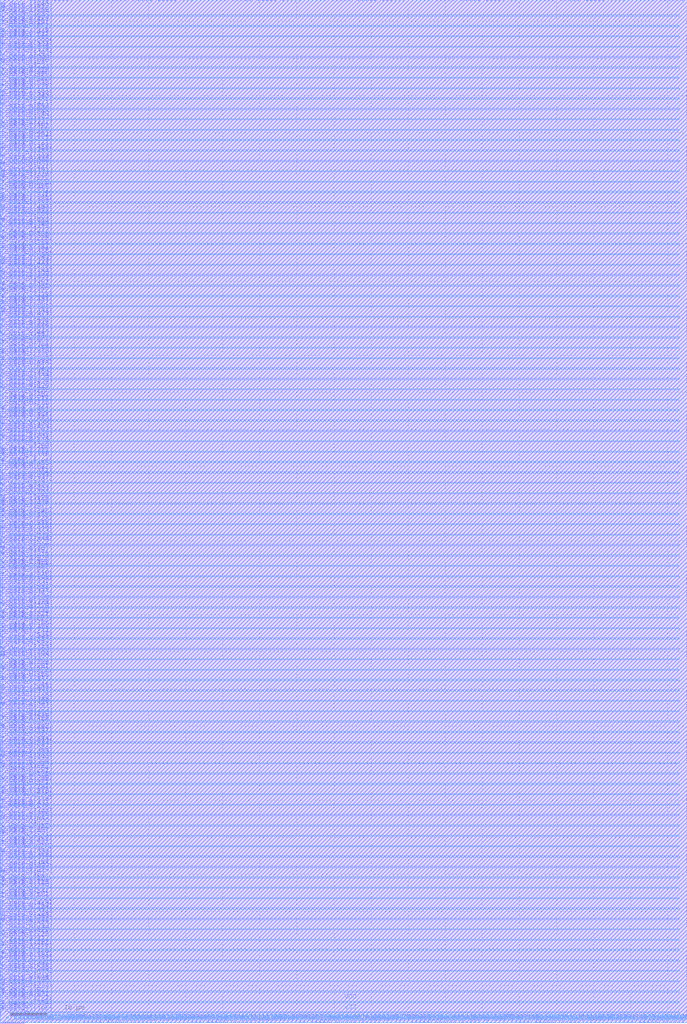
<source format=lef>
VERSION 5.8 ;
BUSBITCHARS "[]" ;
DIVIDERCHAR "/" ;
UNITS
    DATABASE MICRONS 2000 ;
END UNITS

MACRO bsg_mem_p541
  FOREIGN bsg_mem_p541 0 0 ;
  CLASS BLOCK ;
  SIZE 92.625 BY 137.935 ;
  PIN VSS
    USE GROUND ;
    DIRECTION INOUT ;
    PORT
      LAYER metal4 ;
        RECT  1.14 135.715 91.58 135.885 ;
        RECT  1.14 132.915 91.58 133.085 ;
        RECT  1.14 130.115 91.58 130.285 ;
        RECT  1.14 127.315 91.58 127.485 ;
        RECT  1.14 124.515 91.58 124.685 ;
        RECT  1.14 121.715 91.58 121.885 ;
        RECT  1.14 118.915 91.58 119.085 ;
        RECT  1.14 116.115 91.58 116.285 ;
        RECT  1.14 113.315 91.58 113.485 ;
        RECT  1.14 110.515 91.58 110.685 ;
        RECT  1.14 107.715 91.58 107.885 ;
        RECT  1.14 104.915 91.58 105.085 ;
        RECT  1.14 102.115 91.58 102.285 ;
        RECT  1.14 99.315 91.58 99.485 ;
        RECT  1.14 96.515 91.58 96.685 ;
        RECT  1.14 93.715 91.58 93.885 ;
        RECT  1.14 90.915 91.58 91.085 ;
        RECT  1.14 88.115 91.58 88.285 ;
        RECT  1.14 85.315 91.58 85.485 ;
        RECT  1.14 82.515 91.58 82.685 ;
        RECT  1.14 79.715 91.58 79.885 ;
        RECT  1.14 76.915 91.58 77.085 ;
        RECT  1.14 74.115 91.58 74.285 ;
        RECT  1.14 71.315 91.58 71.485 ;
        RECT  1.14 68.515 91.58 68.685 ;
        RECT  1.14 65.715 91.58 65.885 ;
        RECT  1.14 62.915 91.58 63.085 ;
        RECT  1.14 60.115 91.58 60.285 ;
        RECT  1.14 57.315 91.58 57.485 ;
        RECT  1.14 54.515 91.58 54.685 ;
        RECT  1.14 51.715 91.58 51.885 ;
        RECT  1.14 48.915 91.58 49.085 ;
        RECT  1.14 46.115 91.58 46.285 ;
        RECT  1.14 43.315 91.58 43.485 ;
        RECT  1.14 40.515 91.58 40.685 ;
        RECT  1.14 37.715 91.58 37.885 ;
        RECT  1.14 34.915 91.58 35.085 ;
        RECT  1.14 32.115 91.58 32.285 ;
        RECT  1.14 29.315 91.58 29.485 ;
        RECT  1.14 26.515 91.58 26.685 ;
        RECT  1.14 23.715 91.58 23.885 ;
        RECT  1.14 20.915 91.58 21.085 ;
        RECT  1.14 18.115 91.58 18.285 ;
        RECT  1.14 15.315 91.58 15.485 ;
        RECT  1.14 12.515 91.58 12.685 ;
        RECT  1.14 9.715 91.58 9.885 ;
        RECT  1.14 6.915 91.58 7.085 ;
        RECT  1.14 4.115 91.58 4.285 ;
        RECT  1.14 1.315 91.58 1.485 ;
    END
  END VSS
  PIN VDD
    USE POWER ;
    DIRECTION INOUT ;
    PORT
      LAYER metal4 ;
        RECT  1.14 134.315 91.58 134.485 ;
        RECT  1.14 131.515 91.58 131.685 ;
        RECT  1.14 128.715 91.58 128.885 ;
        RECT  1.14 125.915 91.58 126.085 ;
        RECT  1.14 123.115 91.58 123.285 ;
        RECT  1.14 120.315 91.58 120.485 ;
        RECT  1.14 117.515 91.58 117.685 ;
        RECT  1.14 114.715 91.58 114.885 ;
        RECT  1.14 111.915 91.58 112.085 ;
        RECT  1.14 109.115 91.58 109.285 ;
        RECT  1.14 106.315 91.58 106.485 ;
        RECT  1.14 103.515 91.58 103.685 ;
        RECT  1.14 100.715 91.58 100.885 ;
        RECT  1.14 97.915 91.58 98.085 ;
        RECT  1.14 95.115 91.58 95.285 ;
        RECT  1.14 92.315 91.58 92.485 ;
        RECT  1.14 89.515 91.58 89.685 ;
        RECT  1.14 86.715 91.58 86.885 ;
        RECT  1.14 83.915 91.58 84.085 ;
        RECT  1.14 81.115 91.58 81.285 ;
        RECT  1.14 78.315 91.58 78.485 ;
        RECT  1.14 75.515 91.58 75.685 ;
        RECT  1.14 72.715 91.58 72.885 ;
        RECT  1.14 69.915 91.58 70.085 ;
        RECT  1.14 67.115 91.58 67.285 ;
        RECT  1.14 64.315 91.58 64.485 ;
        RECT  1.14 61.515 91.58 61.685 ;
        RECT  1.14 58.715 91.58 58.885 ;
        RECT  1.14 55.915 91.58 56.085 ;
        RECT  1.14 53.115 91.58 53.285 ;
        RECT  1.14 50.315 91.58 50.485 ;
        RECT  1.14 47.515 91.58 47.685 ;
        RECT  1.14 44.715 91.58 44.885 ;
        RECT  1.14 41.915 91.58 42.085 ;
        RECT  1.14 39.115 91.58 39.285 ;
        RECT  1.14 36.315 91.58 36.485 ;
        RECT  1.14 33.515 91.58 33.685 ;
        RECT  1.14 30.715 91.58 30.885 ;
        RECT  1.14 27.915 91.58 28.085 ;
        RECT  1.14 25.115 91.58 25.285 ;
        RECT  1.14 22.315 91.58 22.485 ;
        RECT  1.14 19.515 91.58 19.685 ;
        RECT  1.14 16.715 91.58 16.885 ;
        RECT  1.14 13.915 91.58 14.085 ;
        RECT  1.14 11.115 91.58 11.285 ;
        RECT  1.14 8.315 91.58 8.485 ;
        RECT  1.14 5.515 91.58 5.685 ;
        RECT  1.14 2.715 91.58 2.885 ;
    END
  END VDD
  PIN r_addr_i
    DIRECTION INPUT ;
    USE SIGNAL ;
    PORT
      LAYER metal3 ;
        RECT  92.555 74.235 92.625 74.305 ;
    END
  END r_addr_i
  PIN r_data_o[0]
    DIRECTION OUTPUT ;
    USE SIGNAL ;
    PORT
      LAYER metal3 ;
        RECT  0 122.395 0.07 122.465 ;
    END
  END r_data_o[0]
  PIN r_data_o[100]
    DIRECTION OUTPUT ;
    USE SIGNAL ;
    PORT
      LAYER metal4 ;
        RECT  5.625 0 5.765 0.14 ;
    END
  END r_data_o[100]
  PIN r_data_o[101]
    DIRECTION OUTPUT ;
    USE SIGNAL ;
    PORT
      LAYER metal3 ;
        RECT  92.555 56.315 92.625 56.385 ;
    END
  END r_data_o[101]
  PIN r_data_o[102]
    DIRECTION OUTPUT ;
    USE SIGNAL ;
    PORT
      LAYER metal3 ;
        RECT  0 85.435 0.07 85.505 ;
    END
  END r_data_o[102]
  PIN r_data_o[103]
    DIRECTION OUTPUT ;
    USE SIGNAL ;
    PORT
      LAYER metal3 ;
        RECT  0 25.515 0.07 25.585 ;
    END
  END r_data_o[103]
  PIN r_data_o[104]
    DIRECTION OUTPUT ;
    USE SIGNAL ;
    PORT
      LAYER metal3 ;
        RECT  0 14.875 0.07 14.945 ;
    END
  END r_data_o[104]
  PIN r_data_o[105]
    DIRECTION OUTPUT ;
    USE SIGNAL ;
    PORT
      LAYER metal3 ;
        RECT  0 42.875 0.07 42.945 ;
    END
  END r_data_o[105]
  PIN r_data_o[106]
    DIRECTION OUTPUT ;
    USE SIGNAL ;
    PORT
      LAYER metal4 ;
        RECT  42.025 137.795 42.165 137.935 ;
    END
  END r_data_o[106]
  PIN r_data_o[107]
    DIRECTION OUTPUT ;
    USE SIGNAL ;
    PORT
      LAYER metal4 ;
        RECT  21.305 0 21.445 0.14 ;
    END
  END r_data_o[107]
  PIN r_data_o[108]
    DIRECTION OUTPUT ;
    USE SIGNAL ;
    PORT
      LAYER metal3 ;
        RECT  0 50.995 0.07 51.065 ;
    END
  END r_data_o[108]
  PIN r_data_o[109]
    DIRECTION OUTPUT ;
    USE SIGNAL ;
    PORT
      LAYER metal3 ;
        RECT  0 86.555 0.07 86.625 ;
    END
  END r_data_o[109]
  PIN r_data_o[10]
    DIRECTION OUTPUT ;
    USE SIGNAL ;
    PORT
      LAYER metal4 ;
        RECT  67.785 0 67.925 0.14 ;
    END
  END r_data_o[10]
  PIN r_data_o[110]
    DIRECTION OUTPUT ;
    USE SIGNAL ;
    PORT
      LAYER metal4 ;
        RECT  7.305 137.795 7.445 137.935 ;
    END
  END r_data_o[110]
  PIN r_data_o[111]
    DIRECTION OUTPUT ;
    USE SIGNAL ;
    PORT
      LAYER metal4 ;
        RECT  43.145 0 43.285 0.14 ;
    END
  END r_data_o[111]
  PIN r_data_o[112]
    DIRECTION OUTPUT ;
    USE SIGNAL ;
    PORT
      LAYER metal3 ;
        RECT  92.555 122.395 92.625 122.465 ;
    END
  END r_data_o[112]
  PIN r_data_o[113]
    DIRECTION OUTPUT ;
    USE SIGNAL ;
    PORT
      LAYER metal4 ;
        RECT  21.865 137.795 22.005 137.935 ;
    END
  END r_data_o[113]
  PIN r_data_o[114]
    DIRECTION OUTPUT ;
    USE SIGNAL ;
    PORT
      LAYER metal4 ;
        RECT  11.225 137.795 11.365 137.935 ;
    END
  END r_data_o[114]
  PIN r_data_o[115]
    DIRECTION OUTPUT ;
    USE SIGNAL ;
    PORT
      LAYER metal3 ;
        RECT  0 18.235 0.07 18.305 ;
    END
  END r_data_o[115]
  PIN r_data_o[116]
    DIRECTION OUTPUT ;
    USE SIGNAL ;
    PORT
      LAYER metal3 ;
        RECT  0 126.315 0.07 126.385 ;
    END
  END r_data_o[116]
  PIN r_data_o[117]
    DIRECTION OUTPUT ;
    USE SIGNAL ;
    PORT
      LAYER metal3 ;
        RECT  0 120.995 0.07 121.065 ;
    END
  END r_data_o[117]
  PIN r_data_o[118]
    DIRECTION OUTPUT ;
    USE SIGNAL ;
    PORT
      LAYER metal3 ;
        RECT  92.555 37.555 92.625 37.625 ;
    END
  END r_data_o[118]
  PIN r_data_o[119]
    DIRECTION OUTPUT ;
    USE SIGNAL ;
    PORT
      LAYER metal3 ;
        RECT  92.555 120.715 92.625 120.785 ;
    END
  END r_data_o[119]
  PIN r_data_o[11]
    DIRECTION OUTPUT ;
    USE SIGNAL ;
    PORT
      LAYER metal3 ;
        RECT  0 117.915 0.07 117.985 ;
    END
  END r_data_o[11]
  PIN r_data_o[120]
    DIRECTION OUTPUT ;
    USE SIGNAL ;
    PORT
      LAYER metal4 ;
        RECT  87.945 0 88.085 0.14 ;
    END
  END r_data_o[120]
  PIN r_data_o[121]
    DIRECTION OUTPUT ;
    USE SIGNAL ;
    PORT
      LAYER metal3 ;
        RECT  0 9.555 0.07 9.625 ;
    END
  END r_data_o[121]
  PIN r_data_o[122]
    DIRECTION OUTPUT ;
    USE SIGNAL ;
    PORT
      LAYER metal3 ;
        RECT  92.555 45.675 92.625 45.745 ;
    END
  END r_data_o[122]
  PIN r_data_o[123]
    DIRECTION OUTPUT ;
    USE SIGNAL ;
    PORT
      LAYER metal4 ;
        RECT  2.265 137.795 2.405 137.935 ;
    END
  END r_data_o[123]
  PIN r_data_o[124]
    DIRECTION OUTPUT ;
    USE SIGNAL ;
    PORT
      LAYER metal3 ;
        RECT  0 134.715 0.07 134.785 ;
    END
  END r_data_o[124]
  PIN r_data_o[125]
    DIRECTION OUTPUT ;
    USE SIGNAL ;
    PORT
      LAYER metal3 ;
        RECT  0 93.835 0.07 93.905 ;
    END
  END r_data_o[125]
  PIN r_data_o[126]
    DIRECTION OUTPUT ;
    USE SIGNAL ;
    PORT
      LAYER metal3 ;
        RECT  0 29.995 0.07 30.065 ;
    END
  END r_data_o[126]
  PIN r_data_o[127]
    DIRECTION OUTPUT ;
    USE SIGNAL ;
    PORT
      LAYER metal4 ;
        RECT  83.465 0 83.605 0.14 ;
    END
  END r_data_o[127]
  PIN r_data_o[128]
    DIRECTION OUTPUT ;
    USE SIGNAL ;
    PORT
      LAYER metal3 ;
        RECT  0 85.155 0.07 85.225 ;
    END
  END r_data_o[128]
  PIN r_data_o[129]
    DIRECTION OUTPUT ;
    USE SIGNAL ;
    PORT
      LAYER metal3 ;
        RECT  0 56.595 0.07 56.665 ;
    END
  END r_data_o[129]
  PIN r_data_o[12]
    DIRECTION OUTPUT ;
    USE SIGNAL ;
    PORT
      LAYER metal4 ;
        RECT  2.825 0 2.965 0.14 ;
    END
  END r_data_o[12]
  PIN r_data_o[130]
    DIRECTION OUTPUT ;
    USE SIGNAL ;
    PORT
      LAYER metal3 ;
        RECT  92.555 46.515 92.625 46.585 ;
    END
  END r_data_o[130]
  PIN r_data_o[131]
    DIRECTION OUTPUT ;
    USE SIGNAL ;
    PORT
      LAYER metal3 ;
        RECT  0 120.435 0.07 120.505 ;
    END
  END r_data_o[131]
  PIN r_data_o[132]
    DIRECTION OUTPUT ;
    USE SIGNAL ;
    PORT
      LAYER metal4 ;
        RECT  29.705 137.795 29.845 137.935 ;
    END
  END r_data_o[132]
  PIN r_data_o[133]
    DIRECTION OUTPUT ;
    USE SIGNAL ;
    PORT
      LAYER metal3 ;
        RECT  92.555 7.875 92.625 7.945 ;
    END
  END r_data_o[133]
  PIN r_data_o[134]
    DIRECTION OUTPUT ;
    USE SIGNAL ;
    PORT
      LAYER metal3 ;
        RECT  0 77.595 0.07 77.665 ;
    END
  END r_data_o[134]
  PIN r_data_o[135]
    DIRECTION OUTPUT ;
    USE SIGNAL ;
    PORT
      LAYER metal3 ;
        RECT  0 82.915 0.07 82.985 ;
    END
  END r_data_o[135]
  PIN r_data_o[136]
    DIRECTION OUTPUT ;
    USE SIGNAL ;
    PORT
      LAYER metal3 ;
        RECT  92.555 127.435 92.625 127.505 ;
    END
  END r_data_o[136]
  PIN r_data_o[137]
    DIRECTION OUTPUT ;
    USE SIGNAL ;
    PORT
      LAYER metal3 ;
        RECT  92.555 26.635 92.625 26.705 ;
    END
  END r_data_o[137]
  PIN r_data_o[138]
    DIRECTION OUTPUT ;
    USE SIGNAL ;
    PORT
      LAYER metal3 ;
        RECT  92.555 127.155 92.625 127.225 ;
    END
  END r_data_o[138]
  PIN r_data_o[139]
    DIRECTION OUTPUT ;
    USE SIGNAL ;
    PORT
      LAYER metal4 ;
        RECT  76.185 137.795 76.325 137.935 ;
    END
  END r_data_o[139]
  PIN r_data_o[13]
    DIRECTION OUTPUT ;
    USE SIGNAL ;
    PORT
      LAYER metal3 ;
        RECT  92.555 54.915 92.625 54.985 ;
    END
  END r_data_o[13]
  PIN r_data_o[140]
    DIRECTION OUTPUT ;
    USE SIGNAL ;
    PORT
      LAYER metal3 ;
        RECT  92.555 78.715 92.625 78.785 ;
    END
  END r_data_o[140]
  PIN r_data_o[141]
    DIRECTION OUTPUT ;
    USE SIGNAL ;
    PORT
      LAYER metal3 ;
        RECT  0 100.835 0.07 100.905 ;
    END
  END r_data_o[141]
  PIN r_data_o[142]
    DIRECTION OUTPUT ;
    USE SIGNAL ;
    PORT
      LAYER metal4 ;
        RECT  83.465 137.795 83.605 137.935 ;
    END
  END r_data_o[142]
  PIN r_data_o[143]
    DIRECTION OUTPUT ;
    USE SIGNAL ;
    PORT
      LAYER metal3 ;
        RECT  92.555 51.555 92.625 51.625 ;
    END
  END r_data_o[143]
  PIN r_data_o[144]
    DIRECTION OUTPUT ;
    USE SIGNAL ;
    PORT
      LAYER metal3 ;
        RECT  0 37.555 0.07 37.625 ;
    END
  END r_data_o[144]
  PIN r_data_o[145]
    DIRECTION OUTPUT ;
    USE SIGNAL ;
    PORT
      LAYER metal3 ;
        RECT  92.555 96.915 92.625 96.985 ;
    END
  END r_data_o[145]
  PIN r_data_o[146]
    DIRECTION OUTPUT ;
    USE SIGNAL ;
    PORT
      LAYER metal4 ;
        RECT  89.065 137.795 89.205 137.935 ;
    END
  END r_data_o[146]
  PIN r_data_o[147]
    DIRECTION OUTPUT ;
    USE SIGNAL ;
    PORT
      LAYER metal4 ;
        RECT  54.345 137.795 54.485 137.935 ;
    END
  END r_data_o[147]
  PIN r_data_o[148]
    DIRECTION OUTPUT ;
    USE SIGNAL ;
    PORT
      LAYER metal4 ;
        RECT  28.585 0 28.725 0.14 ;
    END
  END r_data_o[148]
  PIN r_data_o[149]
    DIRECTION OUTPUT ;
    USE SIGNAL ;
    PORT
      LAYER metal3 ;
        RECT  0 106.995 0.07 107.065 ;
    END
  END r_data_o[149]
  PIN r_data_o[14]
    DIRECTION OUTPUT ;
    USE SIGNAL ;
    PORT
      LAYER metal4 ;
        RECT  80.665 0 80.805 0.14 ;
    END
  END r_data_o[14]
  PIN r_data_o[150]
    DIRECTION OUTPUT ;
    USE SIGNAL ;
    PORT
      LAYER metal3 ;
        RECT  92.555 3.955 92.625 4.025 ;
    END
  END r_data_o[150]
  PIN r_data_o[151]
    DIRECTION OUTPUT ;
    USE SIGNAL ;
    PORT
      LAYER metal4 ;
        RECT  67.225 137.795 67.365 137.935 ;
    END
  END r_data_o[151]
  PIN r_data_o[152]
    DIRECTION OUTPUT ;
    USE SIGNAL ;
    PORT
      LAYER metal3 ;
        RECT  92.555 110.355 92.625 110.425 ;
    END
  END r_data_o[152]
  PIN r_data_o[153]
    DIRECTION OUTPUT ;
    USE SIGNAL ;
    PORT
      LAYER metal3 ;
        RECT  0 52.955 0.07 53.025 ;
    END
  END r_data_o[153]
  PIN r_data_o[154]
    DIRECTION OUTPUT ;
    USE SIGNAL ;
    PORT
      LAYER metal3 ;
        RECT  92.555 42.875 92.625 42.945 ;
    END
  END r_data_o[154]
  PIN r_data_o[155]
    DIRECTION OUTPUT ;
    USE SIGNAL ;
    PORT
      LAYER metal3 ;
        RECT  92.555 59.675 92.625 59.745 ;
    END
  END r_data_o[155]
  PIN r_data_o[156]
    DIRECTION OUTPUT ;
    USE SIGNAL ;
    PORT
      LAYER metal3 ;
        RECT  0 46.235 0.07 46.305 ;
    END
  END r_data_o[156]
  PIN r_data_o[157]
    DIRECTION OUTPUT ;
    USE SIGNAL ;
    PORT
      LAYER metal3 ;
        RECT  0 24.115 0.07 24.185 ;
    END
  END r_data_o[157]
  PIN r_data_o[158]
    DIRECTION OUTPUT ;
    USE SIGNAL ;
    PORT
      LAYER metal3 ;
        RECT  0 15.155 0.07 15.225 ;
    END
  END r_data_o[158]
  PIN r_data_o[159]
    DIRECTION OUTPUT ;
    USE SIGNAL ;
    PORT
      LAYER metal3 ;
        RECT  0 87.115 0.07 87.185 ;
    END
  END r_data_o[159]
  PIN r_data_o[15]
    DIRECTION OUTPUT ;
    USE SIGNAL ;
    PORT
      LAYER metal3 ;
        RECT  0 104.195 0.07 104.265 ;
    END
  END r_data_o[15]
  PIN r_data_o[160]
    DIRECTION OUTPUT ;
    USE SIGNAL ;
    PORT
      LAYER metal4 ;
        RECT  12.345 137.795 12.485 137.935 ;
    END
  END r_data_o[160]
  PIN r_data_o[161]
    DIRECTION OUTPUT ;
    USE SIGNAL ;
    PORT
      LAYER metal4 ;
        RECT  33.625 0 33.765 0.14 ;
    END
  END r_data_o[161]
  PIN r_data_o[162]
    DIRECTION OUTPUT ;
    USE SIGNAL ;
    PORT
      LAYER metal3 ;
        RECT  92.555 100.835 92.625 100.905 ;
    END
  END r_data_o[162]
  PIN r_data_o[163]
    DIRECTION OUTPUT ;
    USE SIGNAL ;
    PORT
      LAYER metal3 ;
        RECT  0 84.035 0.07 84.105 ;
    END
  END r_data_o[163]
  PIN r_data_o[164]
    DIRECTION OUTPUT ;
    USE SIGNAL ;
    PORT
      LAYER metal3 ;
        RECT  0 117.075 0.07 117.145 ;
    END
  END r_data_o[164]
  PIN r_data_o[165]
    DIRECTION OUTPUT ;
    USE SIGNAL ;
    PORT
      LAYER metal4 ;
        RECT  25.785 137.795 25.925 137.935 ;
    END
  END r_data_o[165]
  PIN r_data_o[166]
    DIRECTION OUTPUT ;
    USE SIGNAL ;
    PORT
      LAYER metal4 ;
        RECT  35.305 137.795 35.445 137.935 ;
    END
  END r_data_o[166]
  PIN r_data_o[167]
    DIRECTION OUTPUT ;
    USE SIGNAL ;
    PORT
      LAYER metal3 ;
        RECT  0 21.035 0.07 21.105 ;
    END
  END r_data_o[167]
  PIN r_data_o[168]
    DIRECTION OUTPUT ;
    USE SIGNAL ;
    PORT
      LAYER metal4 ;
        RECT  7.865 137.795 8.005 137.935 ;
    END
  END r_data_o[168]
  PIN r_data_o[169]
    DIRECTION OUTPUT ;
    USE SIGNAL ;
    PORT
      LAYER metal3 ;
        RECT  92.555 6.475 92.625 6.545 ;
    END
  END r_data_o[169]
  PIN r_data_o[16]
    DIRECTION OUTPUT ;
    USE SIGNAL ;
    PORT
      LAYER metal3 ;
        RECT  92.555 29.435 92.625 29.505 ;
    END
  END r_data_o[16]
  PIN r_data_o[170]
    DIRECTION OUTPUT ;
    USE SIGNAL ;
    PORT
      LAYER metal4 ;
        RECT  36.425 0 36.565 0.14 ;
    END
  END r_data_o[170]
  PIN r_data_o[171]
    DIRECTION OUTPUT ;
    USE SIGNAL ;
    PORT
      LAYER metal3 ;
        RECT  0 32.795 0.07 32.865 ;
    END
  END r_data_o[171]
  PIN r_data_o[172]
    DIRECTION OUTPUT ;
    USE SIGNAL ;
    PORT
      LAYER metal3 ;
        RECT  92.555 115.675 92.625 115.745 ;
    END
  END r_data_o[172]
  PIN r_data_o[173]
    DIRECTION OUTPUT ;
    USE SIGNAL ;
    PORT
      LAYER metal3 ;
        RECT  92.555 48.755 92.625 48.825 ;
    END
  END r_data_o[173]
  PIN r_data_o[174]
    DIRECTION OUTPUT ;
    USE SIGNAL ;
    PORT
      LAYER metal3 ;
        RECT  92.555 65.835 92.625 65.905 ;
    END
  END r_data_o[174]
  PIN r_data_o[175]
    DIRECTION OUTPUT ;
    USE SIGNAL ;
    PORT
      LAYER metal3 ;
        RECT  0 77.875 0.07 77.945 ;
    END
  END r_data_o[175]
  PIN r_data_o[176]
    DIRECTION OUTPUT ;
    USE SIGNAL ;
    PORT
      LAYER metal3 ;
        RECT  0 66.395 0.07 66.465 ;
    END
  END r_data_o[176]
  PIN r_data_o[177]
    DIRECTION OUTPUT ;
    USE SIGNAL ;
    PORT
      LAYER metal4 ;
        RECT  35.865 137.795 36.005 137.935 ;
    END
  END r_data_o[177]
  PIN r_data_o[178]
    DIRECTION OUTPUT ;
    USE SIGNAL ;
    PORT
      LAYER metal4 ;
        RECT  40.905 0 41.045 0.14 ;
    END
  END r_data_o[178]
  PIN r_data_o[179]
    DIRECTION OUTPUT ;
    USE SIGNAL ;
    PORT
      LAYER metal3 ;
        RECT  92.555 91.875 92.625 91.945 ;
    END
  END r_data_o[179]
  PIN r_data_o[17]
    DIRECTION OUTPUT ;
    USE SIGNAL ;
    PORT
      LAYER metal3 ;
        RECT  0 56.315 0.07 56.385 ;
    END
  END r_data_o[17]
  PIN r_data_o[180]
    DIRECTION OUTPUT ;
    USE SIGNAL ;
    PORT
      LAYER metal3 ;
        RECT  92.555 40.635 92.625 40.705 ;
    END
  END r_data_o[180]
  PIN r_data_o[181]
    DIRECTION OUTPUT ;
    USE SIGNAL ;
    PORT
      LAYER metal3 ;
        RECT  0 134.155 0.07 134.225 ;
    END
  END r_data_o[181]
  PIN r_data_o[182]
    DIRECTION OUTPUT ;
    USE SIGNAL ;
    PORT
      LAYER metal3 ;
        RECT  0 122.675 0.07 122.745 ;
    END
  END r_data_o[182]
  PIN r_data_o[183]
    DIRECTION OUTPUT ;
    USE SIGNAL ;
    PORT
      LAYER metal3 ;
        RECT  92.555 66.395 92.625 66.465 ;
    END
  END r_data_o[183]
  PIN r_data_o[184]
    DIRECTION OUTPUT ;
    USE SIGNAL ;
    PORT
      LAYER metal3 ;
        RECT  92.555 117.915 92.625 117.985 ;
    END
  END r_data_o[184]
  PIN r_data_o[185]
    DIRECTION OUTPUT ;
    USE SIGNAL ;
    PORT
      LAYER metal3 ;
        RECT  0 78.715 0.07 78.785 ;
    END
  END r_data_o[185]
  PIN r_data_o[186]
    DIRECTION OUTPUT ;
    USE SIGNAL ;
    PORT
      LAYER metal3 ;
        RECT  0 53.235 0.07 53.305 ;
    END
  END r_data_o[186]
  PIN r_data_o[187]
    DIRECTION OUTPUT ;
    USE SIGNAL ;
    PORT
      LAYER metal3 ;
        RECT  0 59.115 0.07 59.185 ;
    END
  END r_data_o[187]
  PIN r_data_o[188]
    DIRECTION OUTPUT ;
    USE SIGNAL ;
    PORT
      LAYER metal4 ;
        RECT  29.145 137.795 29.285 137.935 ;
    END
  END r_data_o[188]
  PIN r_data_o[189]
    DIRECTION OUTPUT ;
    USE SIGNAL ;
    PORT
      LAYER metal3 ;
        RECT  0 12.075 0.07 12.145 ;
    END
  END r_data_o[189]
  PIN r_data_o[18]
    DIRECTION OUTPUT ;
    USE SIGNAL ;
    PORT
      LAYER metal3 ;
        RECT  92.555 68.635 92.625 68.705 ;
    END
  END r_data_o[18]
  PIN r_data_o[190]
    DIRECTION OUTPUT ;
    USE SIGNAL ;
    PORT
      LAYER metal3 ;
        RECT  92.555 10.675 92.625 10.745 ;
    END
  END r_data_o[190]
  PIN r_data_o[191]
    DIRECTION OUTPUT ;
    USE SIGNAL ;
    PORT
      LAYER metal3 ;
        RECT  92.555 102.235 92.625 102.305 ;
    END
  END r_data_o[191]
  PIN r_data_o[192]
    DIRECTION OUTPUT ;
    USE SIGNAL ;
    PORT
      LAYER metal4 ;
        RECT  19.065 0 19.205 0.14 ;
    END
  END r_data_o[192]
  PIN r_data_o[193]
    DIRECTION OUTPUT ;
    USE SIGNAL ;
    PORT
      LAYER metal3 ;
        RECT  0 117.635 0.07 117.705 ;
    END
  END r_data_o[193]
  PIN r_data_o[194]
    DIRECTION OUTPUT ;
    USE SIGNAL ;
    PORT
      LAYER metal3 ;
        RECT  0 101.395 0.07 101.465 ;
    END
  END r_data_o[194]
  PIN r_data_o[195]
    DIRECTION OUTPUT ;
    USE SIGNAL ;
    PORT
      LAYER metal3 ;
        RECT  92.555 110.075 92.625 110.145 ;
    END
  END r_data_o[195]
  PIN r_data_o[196]
    DIRECTION OUTPUT ;
    USE SIGNAL ;
    PORT
      LAYER metal3 ;
        RECT  0 105.595 0.07 105.665 ;
    END
  END r_data_o[196]
  PIN r_data_o[197]
    DIRECTION OUTPUT ;
    USE SIGNAL ;
    PORT
      LAYER metal3 ;
        RECT  0 40.075 0.07 40.145 ;
    END
  END r_data_o[197]
  PIN r_data_o[198]
    DIRECTION OUTPUT ;
    USE SIGNAL ;
    PORT
      LAYER metal4 ;
        RECT  65.545 0 65.685 0.14 ;
    END
  END r_data_o[198]
  PIN r_data_o[199]
    DIRECTION OUTPUT ;
    USE SIGNAL ;
    PORT
      LAYER metal3 ;
        RECT  92.555 99.995 92.625 100.065 ;
    END
  END r_data_o[199]
  PIN r_data_o[19]
    DIRECTION OUTPUT ;
    USE SIGNAL ;
    PORT
      LAYER metal4 ;
        RECT  18.505 137.795 18.645 137.935 ;
    END
  END r_data_o[19]
  PIN r_data_o[1]
    DIRECTION OUTPUT ;
    USE SIGNAL ;
    PORT
      LAYER metal3 ;
        RECT  0 57.435 0.07 57.505 ;
    END
  END r_data_o[1]
  PIN r_data_o[200]
    DIRECTION OUTPUT ;
    USE SIGNAL ;
    PORT
      LAYER metal3 ;
        RECT  92.555 80.115 92.625 80.185 ;
    END
  END r_data_o[200]
  PIN r_data_o[201]
    DIRECTION OUTPUT ;
    USE SIGNAL ;
    PORT
      LAYER metal4 ;
        RECT  70.585 0 70.725 0.14 ;
    END
  END r_data_o[201]
  PIN r_data_o[202]
    DIRECTION OUTPUT ;
    USE SIGNAL ;
    PORT
      LAYER metal3 ;
        RECT  92.555 85.435 92.625 85.505 ;
    END
  END r_data_o[202]
  PIN r_data_o[203]
    DIRECTION OUTPUT ;
    USE SIGNAL ;
    PORT
      LAYER metal3 ;
        RECT  92.555 83.755 92.625 83.825 ;
    END
  END r_data_o[203]
  PIN r_data_o[204]
    DIRECTION OUTPUT ;
    USE SIGNAL ;
    PORT
      LAYER metal3 ;
        RECT  0 36.995 0.07 37.065 ;
    END
  END r_data_o[204]
  PIN r_data_o[205]
    DIRECTION OUTPUT ;
    USE SIGNAL ;
    PORT
      LAYER metal3 ;
        RECT  0 30.835 0.07 30.905 ;
    END
  END r_data_o[205]
  PIN r_data_o[206]
    DIRECTION OUTPUT ;
    USE SIGNAL ;
    PORT
      LAYER metal3 ;
        RECT  0 34.475 0.07 34.545 ;
    END
  END r_data_o[206]
  PIN r_data_o[207]
    DIRECTION OUTPUT ;
    USE SIGNAL ;
    PORT
      LAYER metal4 ;
        RECT  56.585 0 56.725 0.14 ;
    END
  END r_data_o[207]
  PIN r_data_o[208]
    DIRECTION OUTPUT ;
    USE SIGNAL ;
    PORT
      LAYER metal3 ;
        RECT  92.555 131.075 92.625 131.145 ;
    END
  END r_data_o[208]
  PIN r_data_o[209]
    DIRECTION OUTPUT ;
    USE SIGNAL ;
    PORT
      LAYER metal3 ;
        RECT  0 64.435 0.07 64.505 ;
    END
  END r_data_o[209]
  PIN r_data_o[20]
    DIRECTION OUTPUT ;
    USE SIGNAL ;
    PORT
      LAYER metal4 ;
        RECT  38.105 0 38.245 0.14 ;
    END
  END r_data_o[20]
  PIN r_data_o[210]
    DIRECTION OUTPUT ;
    USE SIGNAL ;
    PORT
      LAYER metal3 ;
        RECT  92.555 110.635 92.625 110.705 ;
    END
  END r_data_o[210]
  PIN r_data_o[211]
    DIRECTION OUTPUT ;
    USE SIGNAL ;
    PORT
      LAYER metal4 ;
        RECT  43.705 137.795 43.845 137.935 ;
    END
  END r_data_o[211]
  PIN r_data_o[212]
    DIRECTION OUTPUT ;
    USE SIGNAL ;
    PORT
      LAYER metal3 ;
        RECT  0 12.355 0.07 12.425 ;
    END
  END r_data_o[212]
  PIN r_data_o[213]
    DIRECTION OUTPUT ;
    USE SIGNAL ;
    PORT
      LAYER metal3 ;
        RECT  92.555 25.515 92.625 25.585 ;
    END
  END r_data_o[213]
  PIN r_data_o[214]
    DIRECTION OUTPUT ;
    USE SIGNAL ;
    PORT
      LAYER metal3 ;
        RECT  0 5.635 0.07 5.705 ;
    END
  END r_data_o[214]
  PIN r_data_o[215]
    DIRECTION OUTPUT ;
    USE SIGNAL ;
    PORT
      LAYER metal3 ;
        RECT  92.555 51.275 92.625 51.345 ;
    END
  END r_data_o[215]
  PIN r_data_o[216]
    DIRECTION OUTPUT ;
    USE SIGNAL ;
    PORT
      LAYER metal3 ;
        RECT  0 127.715 0.07 127.785 ;
    END
  END r_data_o[216]
  PIN r_data_o[217]
    DIRECTION OUTPUT ;
    USE SIGNAL ;
    PORT
      LAYER metal3 ;
        RECT  92.555 32.515 92.625 32.585 ;
    END
  END r_data_o[217]
  PIN r_data_o[218]
    DIRECTION OUTPUT ;
    USE SIGNAL ;
    PORT
      LAYER metal3 ;
        RECT  0 83.475 0.07 83.545 ;
    END
  END r_data_o[218]
  PIN r_data_o[219]
    DIRECTION OUTPUT ;
    USE SIGNAL ;
    PORT
      LAYER metal3 ;
        RECT  92.555 22.155 92.625 22.225 ;
    END
  END r_data_o[219]
  PIN r_data_o[21]
    DIRECTION OUTPUT ;
    USE SIGNAL ;
    PORT
      LAYER metal3 ;
        RECT  0 29.155 0.07 29.225 ;
    END
  END r_data_o[21]
  PIN r_data_o[220]
    DIRECTION OUTPUT ;
    USE SIGNAL ;
    PORT
      LAYER metal4 ;
        RECT  6.745 0 6.885 0.14 ;
    END
  END r_data_o[220]
  PIN r_data_o[221]
    DIRECTION OUTPUT ;
    USE SIGNAL ;
    PORT
      LAYER metal3 ;
        RECT  0 125.475 0.07 125.545 ;
    END
  END r_data_o[221]
  PIN r_data_o[222]
    DIRECTION OUTPUT ;
    USE SIGNAL ;
    PORT
      LAYER metal3 ;
        RECT  0 108.675 0.07 108.745 ;
    END
  END r_data_o[222]
  PIN r_data_o[223]
    DIRECTION OUTPUT ;
    USE SIGNAL ;
    PORT
      LAYER metal3 ;
        RECT  0 88.515 0.07 88.585 ;
    END
  END r_data_o[223]
  PIN r_data_o[224]
    DIRECTION OUTPUT ;
    USE SIGNAL ;
    PORT
      LAYER metal4 ;
        RECT  49.305 0 49.445 0.14 ;
    END
  END r_data_o[224]
  PIN r_data_o[225]
    DIRECTION OUTPUT ;
    USE SIGNAL ;
    PORT
      LAYER metal3 ;
        RECT  92.555 75.915 92.625 75.985 ;
    END
  END r_data_o[225]
  PIN r_data_o[226]
    DIRECTION OUTPUT ;
    USE SIGNAL ;
    PORT
      LAYER metal3 ;
        RECT  92.555 11.795 92.625 11.865 ;
    END
  END r_data_o[226]
  PIN r_data_o[227]
    DIRECTION OUTPUT ;
    USE SIGNAL ;
    PORT
      LAYER metal3 ;
        RECT  92.555 76.755 92.625 76.825 ;
    END
  END r_data_o[227]
  PIN r_data_o[228]
    DIRECTION OUTPUT ;
    USE SIGNAL ;
    PORT
      LAYER metal3 ;
        RECT  0 88.235 0.07 88.305 ;
    END
  END r_data_o[228]
  PIN r_data_o[229]
    DIRECTION OUTPUT ;
    USE SIGNAL ;
    PORT
      LAYER metal3 ;
        RECT  92.555 27.475 92.625 27.545 ;
    END
  END r_data_o[229]
  PIN r_data_o[22]
    DIRECTION OUTPUT ;
    USE SIGNAL ;
    PORT
      LAYER metal3 ;
        RECT  92.555 1.995 92.625 2.065 ;
    END
  END r_data_o[22]
  PIN r_data_o[230]
    DIRECTION OUTPUT ;
    USE SIGNAL ;
    PORT
      LAYER metal3 ;
        RECT  92.555 66.955 92.625 67.025 ;
    END
  END r_data_o[230]
  PIN r_data_o[231]
    DIRECTION OUTPUT ;
    USE SIGNAL ;
    PORT
      LAYER metal4 ;
        RECT  78.985 137.795 79.125 137.935 ;
    END
  END r_data_o[231]
  PIN r_data_o[232]
    DIRECTION OUTPUT ;
    USE SIGNAL ;
    PORT
      LAYER metal3 ;
        RECT  0 58.835 0.07 58.905 ;
    END
  END r_data_o[232]
  PIN r_data_o[233]
    DIRECTION OUTPUT ;
    USE SIGNAL ;
    PORT
      LAYER metal3 ;
        RECT  92.555 96.355 92.625 96.425 ;
    END
  END r_data_o[233]
  PIN r_data_o[234]
    DIRECTION OUTPUT ;
    USE SIGNAL ;
    PORT
      LAYER metal3 ;
        RECT  0 128.275 0.07 128.345 ;
    END
  END r_data_o[234]
  PIN r_data_o[235]
    DIRECTION OUTPUT ;
    USE SIGNAL ;
    PORT
      LAYER metal4 ;
        RECT  22.425 0 22.565 0.14 ;
    END
  END r_data_o[235]
  PIN r_data_o[236]
    DIRECTION OUTPUT ;
    USE SIGNAL ;
    PORT
      LAYER metal4 ;
        RECT  53.785 0 53.925 0.14 ;
    END
  END r_data_o[236]
  PIN r_data_o[237]
    DIRECTION OUTPUT ;
    USE SIGNAL ;
    PORT
      LAYER metal3 ;
        RECT  92.555 103.915 92.625 103.985 ;
    END
  END r_data_o[237]
  PIN r_data_o[238]
    DIRECTION OUTPUT ;
    USE SIGNAL ;
    PORT
      LAYER metal3 ;
        RECT  92.555 73.115 92.625 73.185 ;
    END
  END r_data_o[238]
  PIN r_data_o[239]
    DIRECTION OUTPUT ;
    USE SIGNAL ;
    PORT
      LAYER metal3 ;
        RECT  0 81.515 0.07 81.585 ;
    END
  END r_data_o[239]
  PIN r_data_o[23]
    DIRECTION OUTPUT ;
    USE SIGNAL ;
    PORT
      LAYER metal3 ;
        RECT  92.555 43.995 92.625 44.065 ;
    END
  END r_data_o[23]
  PIN r_data_o[240]
    DIRECTION OUTPUT ;
    USE SIGNAL ;
    PORT
      LAYER metal3 ;
        RECT  0 124.075 0.07 124.145 ;
    END
  END r_data_o[240]
  PIN r_data_o[241]
    DIRECTION OUTPUT ;
    USE SIGNAL ;
    PORT
      LAYER metal3 ;
        RECT  92.555 115.115 92.625 115.185 ;
    END
  END r_data_o[241]
  PIN r_data_o[242]
    DIRECTION OUTPUT ;
    USE SIGNAL ;
    PORT
      LAYER metal3 ;
        RECT  0 93.555 0.07 93.625 ;
    END
  END r_data_o[242]
  PIN r_data_o[243]
    DIRECTION OUTPUT ;
    USE SIGNAL ;
    PORT
      LAYER metal3 ;
        RECT  0 14.035 0.07 14.105 ;
    END
  END r_data_o[243]
  PIN r_data_o[244]
    DIRECTION OUTPUT ;
    USE SIGNAL ;
    PORT
      LAYER metal3 ;
        RECT  92.555 117.635 92.625 117.705 ;
    END
  END r_data_o[244]
  PIN r_data_o[245]
    DIRECTION OUTPUT ;
    USE SIGNAL ;
    PORT
      LAYER metal3 ;
        RECT  0 135.555 0.07 135.625 ;
    END
  END r_data_o[245]
  PIN r_data_o[246]
    DIRECTION OUTPUT ;
    USE SIGNAL ;
    PORT
      LAYER metal3 ;
        RECT  92.555 99.155 92.625 99.225 ;
    END
  END r_data_o[246]
  PIN r_data_o[247]
    DIRECTION OUTPUT ;
    USE SIGNAL ;
    PORT
      LAYER metal3 ;
        RECT  0 36.715 0.07 36.785 ;
    END
  END r_data_o[247]
  PIN r_data_o[248]
    DIRECTION OUTPUT ;
    USE SIGNAL ;
    PORT
      LAYER metal3 ;
        RECT  92.555 24.395 92.625 24.465 ;
    END
  END r_data_o[248]
  PIN r_data_o[249]
    DIRECTION OUTPUT ;
    USE SIGNAL ;
    PORT
      LAYER metal3 ;
        RECT  0 40.915 0.07 40.985 ;
    END
  END r_data_o[249]
  PIN r_data_o[24]
    DIRECTION OUTPUT ;
    USE SIGNAL ;
    PORT
      LAYER metal3 ;
        RECT  92.555 88.235 92.625 88.305 ;
    END
  END r_data_o[24]
  PIN r_data_o[250]
    DIRECTION OUTPUT ;
    USE SIGNAL ;
    PORT
      LAYER metal3 ;
        RECT  92.555 67.515 92.625 67.585 ;
    END
  END r_data_o[250]
  PIN r_data_o[251]
    DIRECTION OUTPUT ;
    USE SIGNAL ;
    PORT
      LAYER metal3 ;
        RECT  0 91.595 0.07 91.665 ;
    END
  END r_data_o[251]
  PIN r_data_o[252]
    DIRECTION OUTPUT ;
    USE SIGNAL ;
    PORT
      LAYER metal3 ;
        RECT  0 42.035 0.07 42.105 ;
    END
  END r_data_o[252]
  PIN r_data_o[253]
    DIRECTION OUTPUT ;
    USE SIGNAL ;
    PORT
      LAYER metal3 ;
        RECT  0 84.595 0.07 84.665 ;
    END
  END r_data_o[253]
  PIN r_data_o[254]
    DIRECTION OUTPUT ;
    USE SIGNAL ;
    PORT
      LAYER metal4 ;
        RECT  61.065 137.795 61.205 137.935 ;
    END
  END r_data_o[254]
  PIN r_data_o[255]
    DIRECTION OUTPUT ;
    USE SIGNAL ;
    PORT
      LAYER metal3 ;
        RECT  92.555 73.395 92.625 73.465 ;
    END
  END r_data_o[255]
  PIN r_data_o[256]
    DIRECTION OUTPUT ;
    USE SIGNAL ;
    PORT
      LAYER metal4 ;
        RECT  1.145 137.795 1.285 137.935 ;
    END
  END r_data_o[256]
  PIN r_data_o[257]
    DIRECTION OUTPUT ;
    USE SIGNAL ;
    PORT
      LAYER metal4 ;
        RECT  1.145 0 1.285 0.14 ;
    END
  END r_data_o[257]
  PIN r_data_o[258]
    DIRECTION OUTPUT ;
    USE SIGNAL ;
    PORT
      LAYER metal3 ;
        RECT  92.555 135.835 92.625 135.905 ;
    END
  END r_data_o[258]
  PIN r_data_o[259]
    DIRECTION OUTPUT ;
    USE SIGNAL ;
    PORT
      LAYER metal4 ;
        RECT  58.825 0 58.965 0.14 ;
    END
  END r_data_o[259]
  PIN r_data_o[25]
    DIRECTION OUTPUT ;
    USE SIGNAL ;
    PORT
      LAYER metal4 ;
        RECT  52.105 0 52.245 0.14 ;
    END
  END r_data_o[25]
  PIN r_data_o[260]
    DIRECTION OUTPUT ;
    USE SIGNAL ;
    PORT
      LAYER metal3 ;
        RECT  0 104.475 0.07 104.545 ;
    END
  END r_data_o[260]
  PIN r_data_o[261]
    DIRECTION OUTPUT ;
    USE SIGNAL ;
    PORT
      LAYER metal4 ;
        RECT  39.785 0 39.925 0.14 ;
    END
  END r_data_o[261]
  PIN r_data_o[262]
    DIRECTION OUTPUT ;
    USE SIGNAL ;
    PORT
      LAYER metal3 ;
        RECT  0 50.715 0.07 50.785 ;
    END
  END r_data_o[262]
  PIN r_data_o[263]
    DIRECTION OUTPUT ;
    USE SIGNAL ;
    PORT
      LAYER metal4 ;
        RECT  30.265 0 30.405 0.14 ;
    END
  END r_data_o[263]
  PIN r_data_o[264]
    DIRECTION OUTPUT ;
    USE SIGNAL ;
    PORT
      LAYER metal3 ;
        RECT  92.555 106.715 92.625 106.785 ;
    END
  END r_data_o[264]
  PIN r_data_o[265]
    DIRECTION OUTPUT ;
    USE SIGNAL ;
    PORT
      LAYER metal3 ;
        RECT  92.555 79.555 92.625 79.625 ;
    END
  END r_data_o[265]
  PIN r_data_o[266]
    DIRECTION OUTPUT ;
    USE SIGNAL ;
    PORT
      LAYER metal3 ;
        RECT  0 122.115 0.07 122.185 ;
    END
  END r_data_o[266]
  PIN r_data_o[267]
    DIRECTION OUTPUT ;
    USE SIGNAL ;
    PORT
      LAYER metal3 ;
        RECT  92.555 76.195 92.625 76.265 ;
    END
  END r_data_o[267]
  PIN r_data_o[268]
    DIRECTION OUTPUT ;
    USE SIGNAL ;
    PORT
      LAYER metal4 ;
        RECT  56.585 137.795 56.725 137.935 ;
    END
  END r_data_o[268]
  PIN r_data_o[269]
    DIRECTION OUTPUT ;
    USE SIGNAL ;
    PORT
      LAYER metal4 ;
        RECT  61.065 0 61.205 0.14 ;
    END
  END r_data_o[269]
  PIN r_data_o[26]
    DIRECTION OUTPUT ;
    USE SIGNAL ;
    PORT
      LAYER metal3 ;
        RECT  92.555 52.115 92.625 52.185 ;
    END
  END r_data_o[26]
  PIN r_data_o[270]
    DIRECTION OUTPUT ;
    USE SIGNAL ;
    PORT
      LAYER metal4 ;
        RECT  90.745 0 90.885 0.14 ;
    END
  END r_data_o[270]
  PIN r_data_o[271]
    DIRECTION OUTPUT ;
    USE SIGNAL ;
    PORT
      LAYER metal3 ;
        RECT  92.555 72.835 92.625 72.905 ;
    END
  END r_data_o[271]
  PIN r_data_o[272]
    DIRECTION OUTPUT ;
    USE SIGNAL ;
    PORT
      LAYER metal3 ;
        RECT  0 3.115 0.07 3.185 ;
    END
  END r_data_o[272]
  PIN r_data_o[273]
    DIRECTION OUTPUT ;
    USE SIGNAL ;
    PORT
      LAYER metal3 ;
        RECT  0 41.475 0.07 41.545 ;
    END
  END r_data_o[273]
  PIN r_data_o[274]
    DIRECTION OUTPUT ;
    USE SIGNAL ;
    PORT
      LAYER metal3 ;
        RECT  92.555 40.915 92.625 40.985 ;
    END
  END r_data_o[274]
  PIN r_data_o[275]
    DIRECTION OUTPUT ;
    USE SIGNAL ;
    PORT
      LAYER metal4 ;
        RECT  39.225 137.795 39.365 137.935 ;
    END
  END r_data_o[275]
  PIN r_data_o[276]
    DIRECTION OUTPUT ;
    USE SIGNAL ;
    PORT
      LAYER metal3 ;
        RECT  0 91.875 0.07 91.945 ;
    END
  END r_data_o[276]
  PIN r_data_o[277]
    DIRECTION OUTPUT ;
    USE SIGNAL ;
    PORT
      LAYER metal3 ;
        RECT  92.555 89.635 92.625 89.705 ;
    END
  END r_data_o[277]
  PIN r_data_o[278]
    DIRECTION OUTPUT ;
    USE SIGNAL ;
    PORT
      LAYER metal3 ;
        RECT  0 20.475 0.07 20.545 ;
    END
  END r_data_o[278]
  PIN r_data_o[279]
    DIRECTION OUTPUT ;
    USE SIGNAL ;
    PORT
      LAYER metal3 ;
        RECT  0 28.595 0.07 28.665 ;
    END
  END r_data_o[279]
  PIN r_data_o[27]
    DIRECTION OUTPUT ;
    USE SIGNAL ;
    PORT
      LAYER metal3 ;
        RECT  0 31.955 0.07 32.025 ;
    END
  END r_data_o[27]
  PIN r_data_o[280]
    DIRECTION OUTPUT ;
    USE SIGNAL ;
    PORT
      LAYER metal3 ;
        RECT  92.555 115.395 92.625 115.465 ;
    END
  END r_data_o[280]
  PIN r_data_o[281]
    DIRECTION OUTPUT ;
    USE SIGNAL ;
    PORT
      LAYER metal4 ;
        RECT  6.185 137.795 6.325 137.935 ;
    END
  END r_data_o[281]
  PIN r_data_o[282]
    DIRECTION OUTPUT ;
    USE SIGNAL ;
    PORT
      LAYER metal4 ;
        RECT  50.985 0 51.125 0.14 ;
    END
  END r_data_o[282]
  PIN r_data_o[283]
    DIRECTION OUTPUT ;
    USE SIGNAL ;
    PORT
      LAYER metal3 ;
        RECT  92.555 100.555 92.625 100.625 ;
    END
  END r_data_o[283]
  PIN r_data_o[284]
    DIRECTION OUTPUT ;
    USE SIGNAL ;
    PORT
      LAYER metal3 ;
        RECT  0 119.035 0.07 119.105 ;
    END
  END r_data_o[284]
  PIN r_data_o[285]
    DIRECTION OUTPUT ;
    USE SIGNAL ;
    PORT
      LAYER metal3 ;
        RECT  92.555 27.195 92.625 27.265 ;
    END
  END r_data_o[285]
  PIN r_data_o[286]
    DIRECTION OUTPUT ;
    USE SIGNAL ;
    PORT
      LAYER metal3 ;
        RECT  92.555 24.955 92.625 25.025 ;
    END
  END r_data_o[286]
  PIN r_data_o[287]
    DIRECTION OUTPUT ;
    USE SIGNAL ;
    PORT
      LAYER metal3 ;
        RECT  0 81.235 0.07 81.305 ;
    END
  END r_data_o[287]
  PIN r_data_o[288]
    DIRECTION OUTPUT ;
    USE SIGNAL ;
    PORT
      LAYER metal3 ;
        RECT  0 129.395 0.07 129.465 ;
    END
  END r_data_o[288]
  PIN r_data_o[289]
    DIRECTION OUTPUT ;
    USE SIGNAL ;
    PORT
      LAYER metal3 ;
        RECT  0 80.395 0.07 80.465 ;
    END
  END r_data_o[289]
  PIN r_data_o[28]
    DIRECTION OUTPUT ;
    USE SIGNAL ;
    PORT
      LAYER metal3 ;
        RECT  92.555 4.795 92.625 4.865 ;
    END
  END r_data_o[28]
  PIN r_data_o[290]
    DIRECTION OUTPUT ;
    USE SIGNAL ;
    PORT
      LAYER metal3 ;
        RECT  92.555 100.275 92.625 100.345 ;
    END
  END r_data_o[290]
  PIN r_data_o[291]
    DIRECTION OUTPUT ;
    USE SIGNAL ;
    PORT
      LAYER metal3 ;
        RECT  92.555 13.475 92.625 13.545 ;
    END
  END r_data_o[291]
  PIN r_data_o[292]
    DIRECTION OUTPUT ;
    USE SIGNAL ;
    PORT
      LAYER metal3 ;
        RECT  92.555 44.275 92.625 44.345 ;
    END
  END r_data_o[292]
  PIN r_data_o[293]
    DIRECTION OUTPUT ;
    USE SIGNAL ;
    PORT
      LAYER metal3 ;
        RECT  92.555 124.635 92.625 124.705 ;
    END
  END r_data_o[293]
  PIN r_data_o[294]
    DIRECTION OUTPUT ;
    USE SIGNAL ;
    PORT
      LAYER metal3 ;
        RECT  0 115.955 0.07 116.025 ;
    END
  END r_data_o[294]
  PIN r_data_o[295]
    DIRECTION OUTPUT ;
    USE SIGNAL ;
    PORT
      LAYER metal3 ;
        RECT  92.555 49.875 92.625 49.945 ;
    END
  END r_data_o[295]
  PIN r_data_o[296]
    DIRECTION OUTPUT ;
    USE SIGNAL ;
    PORT
      LAYER metal3 ;
        RECT  92.555 64.995 92.625 65.065 ;
    END
  END r_data_o[296]
  PIN r_data_o[297]
    DIRECTION OUTPUT ;
    USE SIGNAL ;
    PORT
      LAYER metal3 ;
        RECT  0 7.315 0.07 7.385 ;
    END
  END r_data_o[297]
  PIN r_data_o[298]
    DIRECTION OUTPUT ;
    USE SIGNAL ;
    PORT
      LAYER metal3 ;
        RECT  0 127.435 0.07 127.505 ;
    END
  END r_data_o[298]
  PIN r_data_o[299]
    DIRECTION OUTPUT ;
    USE SIGNAL ;
    PORT
      LAYER metal3 ;
        RECT  0 131.635 0.07 131.705 ;
    END
  END r_data_o[299]
  PIN r_data_o[29]
    DIRECTION OUTPUT ;
    USE SIGNAL ;
    PORT
      LAYER metal3 ;
        RECT  92.555 84.035 92.625 84.105 ;
    END
  END r_data_o[29]
  PIN r_data_o[2]
    DIRECTION OUTPUT ;
    USE SIGNAL ;
    PORT
      LAYER metal3 ;
        RECT  92.555 81.515 92.625 81.585 ;
    END
  END r_data_o[2]
  PIN r_data_o[300]
    DIRECTION OUTPUT ;
    USE SIGNAL ;
    PORT
      LAYER metal3 ;
        RECT  0 126.595 0.07 126.665 ;
    END
  END r_data_o[300]
  PIN r_data_o[301]
    DIRECTION OUTPUT ;
    USE SIGNAL ;
    PORT
      LAYER metal3 ;
        RECT  92.555 107.555 92.625 107.625 ;
    END
  END r_data_o[301]
  PIN r_data_o[302]
    DIRECTION OUTPUT ;
    USE SIGNAL ;
    PORT
      LAYER metal3 ;
        RECT  0 59.395 0.07 59.465 ;
    END
  END r_data_o[302]
  PIN r_data_o[303]
    DIRECTION OUTPUT ;
    USE SIGNAL ;
    PORT
      LAYER metal3 ;
        RECT  0 23.555 0.07 23.625 ;
    END
  END r_data_o[303]
  PIN r_data_o[304]
    DIRECTION OUTPUT ;
    USE SIGNAL ;
    PORT
      LAYER metal3 ;
        RECT  0 24.395 0.07 24.465 ;
    END
  END r_data_o[304]
  PIN r_data_o[305]
    DIRECTION OUTPUT ;
    USE SIGNAL ;
    PORT
      LAYER metal3 ;
        RECT  0 47.915 0.07 47.985 ;
    END
  END r_data_o[305]
  PIN r_data_o[306]
    DIRECTION OUTPUT ;
    USE SIGNAL ;
    PORT
      LAYER metal4 ;
        RECT  91.305 137.795 91.445 137.935 ;
    END
  END r_data_o[306]
  PIN r_data_o[307]
    DIRECTION OUTPUT ;
    USE SIGNAL ;
    PORT
      LAYER metal3 ;
        RECT  0 22.155 0.07 22.225 ;
    END
  END r_data_o[307]
  PIN r_data_o[308]
    DIRECTION OUTPUT ;
    USE SIGNAL ;
    PORT
      LAYER metal3 ;
        RECT  92.555 131.355 92.625 131.425 ;
    END
  END r_data_o[308]
  PIN r_data_o[309]
    DIRECTION OUTPUT ;
    USE SIGNAL ;
    PORT
      LAYER metal3 ;
        RECT  92.555 108.675 92.625 108.745 ;
    END
  END r_data_o[309]
  PIN r_data_o[30]
    DIRECTION OUTPUT ;
    USE SIGNAL ;
    PORT
      LAYER metal4 ;
        RECT  63.305 137.795 63.445 137.935 ;
    END
  END r_data_o[30]
  PIN r_data_o[310]
    DIRECTION OUTPUT ;
    USE SIGNAL ;
    PORT
      LAYER metal4 ;
        RECT  70.025 0 70.165 0.14 ;
    END
  END r_data_o[310]
  PIN r_data_o[311]
    DIRECTION OUTPUT ;
    USE SIGNAL ;
    PORT
      LAYER metal3 ;
        RECT  0 11.515 0.07 11.585 ;
    END
  END r_data_o[311]
  PIN r_data_o[312]
    DIRECTION OUTPUT ;
    USE SIGNAL ;
    PORT
      LAYER metal3 ;
        RECT  92.555 70.875 92.625 70.945 ;
    END
  END r_data_o[312]
  PIN r_data_o[313]
    DIRECTION OUTPUT ;
    USE SIGNAL ;
    PORT
      LAYER metal3 ;
        RECT  92.555 34.475 92.625 34.545 ;
    END
  END r_data_o[313]
  PIN r_data_o[314]
    DIRECTION OUTPUT ;
    USE SIGNAL ;
    PORT
      LAYER metal3 ;
        RECT  92.555 70.035 92.625 70.105 ;
    END
  END r_data_o[314]
  PIN r_data_o[315]
    DIRECTION OUTPUT ;
    USE SIGNAL ;
    PORT
      LAYER metal3 ;
        RECT  92.555 125.475 92.625 125.545 ;
    END
  END r_data_o[315]
  PIN r_data_o[316]
    DIRECTION OUTPUT ;
    USE SIGNAL ;
    PORT
      LAYER metal4 ;
        RECT  80.105 0 80.245 0.14 ;
    END
  END r_data_o[316]
  PIN r_data_o[317]
    DIRECTION OUTPUT ;
    USE SIGNAL ;
    PORT
      LAYER metal4 ;
        RECT  49.865 137.795 50.005 137.935 ;
    END
  END r_data_o[317]
  PIN r_data_o[318]
    DIRECTION OUTPUT ;
    USE SIGNAL ;
    PORT
      LAYER metal3 ;
        RECT  0 66.675 0.07 66.745 ;
    END
  END r_data_o[318]
  PIN r_data_o[319]
    DIRECTION OUTPUT ;
    USE SIGNAL ;
    PORT
      LAYER metal4 ;
        RECT  71.145 137.795 71.285 137.935 ;
    END
  END r_data_o[319]
  PIN r_data_o[31]
    DIRECTION OUTPUT ;
    USE SIGNAL ;
    PORT
      LAYER metal3 ;
        RECT  0 21.595 0.07 21.665 ;
    END
  END r_data_o[31]
  PIN r_data_o[320]
    DIRECTION OUTPUT ;
    USE SIGNAL ;
    PORT
      LAYER metal3 ;
        RECT  92.555 90.475 92.625 90.545 ;
    END
  END r_data_o[320]
  PIN r_data_o[321]
    DIRECTION OUTPUT ;
    USE SIGNAL ;
    PORT
      LAYER metal3 ;
        RECT  0 54.355 0.07 54.425 ;
    END
  END r_data_o[321]
  PIN r_data_o[322]
    DIRECTION OUTPUT ;
    USE SIGNAL ;
    PORT
      LAYER metal3 ;
        RECT  0 38.395 0.07 38.465 ;
    END
  END r_data_o[322]
  PIN r_data_o[323]
    DIRECTION OUTPUT ;
    USE SIGNAL ;
    PORT
      LAYER metal3 ;
        RECT  0 94.955 0.07 95.025 ;
    END
  END r_data_o[323]
  PIN r_data_o[324]
    DIRECTION OUTPUT ;
    USE SIGNAL ;
    PORT
      LAYER metal4 ;
        RECT  35.865 0 36.005 0.14 ;
    END
  END r_data_o[324]
  PIN r_data_o[325]
    DIRECTION OUTPUT ;
    USE SIGNAL ;
    PORT
      LAYER metal3 ;
        RECT  0 32.515 0.07 32.585 ;
    END
  END r_data_o[325]
  PIN r_data_o[326]
    DIRECTION OUTPUT ;
    USE SIGNAL ;
    PORT
      LAYER metal3 ;
        RECT  0 55.475 0.07 55.545 ;
    END
  END r_data_o[326]
  PIN r_data_o[327]
    DIRECTION OUTPUT ;
    USE SIGNAL ;
    PORT
      LAYER metal3 ;
        RECT  92.555 126.595 92.625 126.665 ;
    END
  END r_data_o[327]
  PIN r_data_o[328]
    DIRECTION OUTPUT ;
    USE SIGNAL ;
    PORT
      LAYER metal3 ;
        RECT  0 86.275 0.07 86.345 ;
    END
  END r_data_o[328]
  PIN r_data_o[329]
    DIRECTION OUTPUT ;
    USE SIGNAL ;
    PORT
      LAYER metal3 ;
        RECT  92.555 97.195 92.625 97.265 ;
    END
  END r_data_o[329]
  PIN r_data_o[32]
    DIRECTION OUTPUT ;
    USE SIGNAL ;
    PORT
      LAYER metal4 ;
        RECT  15.705 0 15.845 0.14 ;
    END
  END r_data_o[32]
  PIN r_data_o[330]
    DIRECTION OUTPUT ;
    USE SIGNAL ;
    PORT
      LAYER metal4 ;
        RECT  77.305 0 77.445 0.14 ;
    END
  END r_data_o[330]
  PIN r_data_o[331]
    DIRECTION OUTPUT ;
    USE SIGNAL ;
    PORT
      LAYER metal3 ;
        RECT  0 7.875 0.07 7.945 ;
    END
  END r_data_o[331]
  PIN r_data_o[332]
    DIRECTION OUTPUT ;
    USE SIGNAL ;
    PORT
      LAYER metal3 ;
        RECT  0 124.635 0.07 124.705 ;
    END
  END r_data_o[332]
  PIN r_data_o[333]
    DIRECTION OUTPUT ;
    USE SIGNAL ;
    PORT
      LAYER metal3 ;
        RECT  0 118.475 0.07 118.545 ;
    END
  END r_data_o[333]
  PIN r_data_o[334]
    DIRECTION OUTPUT ;
    USE SIGNAL ;
    PORT
      LAYER metal3 ;
        RECT  92.555 5.075 92.625 5.145 ;
    END
  END r_data_o[334]
  PIN r_data_o[335]
    DIRECTION OUTPUT ;
    USE SIGNAL ;
    PORT
      LAYER metal4 ;
        RECT  90.185 137.795 90.325 137.935 ;
    END
  END r_data_o[335]
  PIN r_data_o[336]
    DIRECTION OUTPUT ;
    USE SIGNAL ;
    PORT
      LAYER metal3 ;
        RECT  0 1.715 0.07 1.785 ;
    END
  END r_data_o[336]
  PIN r_data_o[337]
    DIRECTION OUTPUT ;
    USE SIGNAL ;
    PORT
      LAYER metal4 ;
        RECT  63.865 137.795 64.005 137.935 ;
    END
  END r_data_o[337]
  PIN r_data_o[338]
    DIRECTION OUTPUT ;
    USE SIGNAL ;
    PORT
      LAYER metal3 ;
        RECT  0 112.595 0.07 112.665 ;
    END
  END r_data_o[338]
  PIN r_data_o[339]
    DIRECTION OUTPUT ;
    USE SIGNAL ;
    PORT
      LAYER metal3 ;
        RECT  92.555 61.075 92.625 61.145 ;
    END
  END r_data_o[339]
  PIN r_data_o[33]
    DIRECTION OUTPUT ;
    USE SIGNAL ;
    PORT
      LAYER metal3 ;
        RECT  92.555 114.275 92.625 114.345 ;
    END
  END r_data_o[33]
  PIN r_data_o[340]
    DIRECTION OUTPUT ;
    USE SIGNAL ;
    PORT
      LAYER metal4 ;
        RECT  63.865 0 64.005 0.14 ;
    END
  END r_data_o[340]
  PIN r_data_o[341]
    DIRECTION OUTPUT ;
    USE SIGNAL ;
    PORT
      LAYER metal3 ;
        RECT  0 17.115 0.07 17.185 ;
    END
  END r_data_o[341]
  PIN r_data_o[342]
    DIRECTION OUTPUT ;
    USE SIGNAL ;
    PORT
      LAYER metal4 ;
        RECT  90.745 137.795 90.885 137.935 ;
    END
  END r_data_o[342]
  PIN r_data_o[343]
    DIRECTION OUTPUT ;
    USE SIGNAL ;
    PORT
      LAYER metal4 ;
        RECT  5.625 137.795 5.765 137.935 ;
    END
  END r_data_o[343]
  PIN r_data_o[344]
    DIRECTION OUTPUT ;
    USE SIGNAL ;
    PORT
      LAYER metal3 ;
        RECT  0 103.635 0.07 103.705 ;
    END
  END r_data_o[344]
  PIN r_data_o[345]
    DIRECTION OUTPUT ;
    USE SIGNAL ;
    PORT
      LAYER metal3 ;
        RECT  0 27.475 0.07 27.545 ;
    END
  END r_data_o[345]
  PIN r_data_o[346]
    DIRECTION OUTPUT ;
    USE SIGNAL ;
    PORT
      LAYER metal3 ;
        RECT  92.555 130.515 92.625 130.585 ;
    END
  END r_data_o[346]
  PIN r_data_o[347]
    DIRECTION OUTPUT ;
    USE SIGNAL ;
    PORT
      LAYER metal3 ;
        RECT  92.555 116.235 92.625 116.305 ;
    END
  END r_data_o[347]
  PIN r_data_o[348]
    DIRECTION OUTPUT ;
    USE SIGNAL ;
    PORT
      LAYER metal3 ;
        RECT  0 68.075 0.07 68.145 ;
    END
  END r_data_o[348]
  PIN r_data_o[349]
    DIRECTION OUTPUT ;
    USE SIGNAL ;
    PORT
      LAYER metal3 ;
        RECT  0 121.835 0.07 121.905 ;
    END
  END r_data_o[349]
  PIN r_data_o[34]
    DIRECTION OUTPUT ;
    USE SIGNAL ;
    PORT
      LAYER metal4 ;
        RECT  56.025 0 56.165 0.14 ;
    END
  END r_data_o[34]
  PIN r_data_o[350]
    DIRECTION OUTPUT ;
    USE SIGNAL ;
    PORT
      LAYER metal3 ;
        RECT  0 23.275 0.07 23.345 ;
    END
  END r_data_o[350]
  PIN r_data_o[351]
    DIRECTION OUTPUT ;
    USE SIGNAL ;
    PORT
      LAYER metal4 ;
        RECT  73.385 0 73.525 0.14 ;
    END
  END r_data_o[351]
  PIN r_data_o[352]
    DIRECTION OUTPUT ;
    USE SIGNAL ;
    PORT
      LAYER metal3 ;
        RECT  0 57.155 0.07 57.225 ;
    END
  END r_data_o[352]
  PIN r_data_o[353]
    DIRECTION OUTPUT ;
    USE SIGNAL ;
    PORT
      LAYER metal3 ;
        RECT  92.555 90.195 92.625 90.265 ;
    END
  END r_data_o[353]
  PIN r_data_o[354]
    DIRECTION OUTPUT ;
    USE SIGNAL ;
    PORT
      LAYER metal3 ;
        RECT  0 33.635 0.07 33.705 ;
    END
  END r_data_o[354]
  PIN r_data_o[355]
    DIRECTION OUTPUT ;
    USE SIGNAL ;
    PORT
      LAYER metal3 ;
        RECT  92.555 134.155 92.625 134.225 ;
    END
  END r_data_o[355]
  PIN r_data_o[356]
    DIRECTION OUTPUT ;
    USE SIGNAL ;
    PORT
      LAYER metal3 ;
        RECT  0 26.635 0.07 26.705 ;
    END
  END r_data_o[356]
  PIN r_data_o[357]
    DIRECTION OUTPUT ;
    USE SIGNAL ;
    PORT
      LAYER metal4 ;
        RECT  48.745 137.795 48.885 137.935 ;
    END
  END r_data_o[357]
  PIN r_data_o[358]
    DIRECTION OUTPUT ;
    USE SIGNAL ;
    PORT
      LAYER metal3 ;
        RECT  0 70.875 0.07 70.945 ;
    END
  END r_data_o[358]
  PIN r_data_o[359]
    DIRECTION OUTPUT ;
    USE SIGNAL ;
    PORT
      LAYER metal3 ;
        RECT  0 57.715 0.07 57.785 ;
    END
  END r_data_o[359]
  PIN r_data_o[35]
    DIRECTION OUTPUT ;
    USE SIGNAL ;
    PORT
      LAYER metal3 ;
        RECT  0 71.435 0.07 71.505 ;
    END
  END r_data_o[35]
  PIN r_data_o[360]
    DIRECTION OUTPUT ;
    USE SIGNAL ;
    PORT
      LAYER metal4 ;
        RECT  49.305 137.795 49.445 137.935 ;
    END
  END r_data_o[360]
  PIN r_data_o[361]
    DIRECTION OUTPUT ;
    USE SIGNAL ;
    PORT
      LAYER metal3 ;
        RECT  0 8.435 0.07 8.505 ;
    END
  END r_data_o[361]
  PIN r_data_o[362]
    DIRECTION OUTPUT ;
    USE SIGNAL ;
    PORT
      LAYER metal3 ;
        RECT  92.555 105.595 92.625 105.665 ;
    END
  END r_data_o[362]
  PIN r_data_o[363]
    DIRECTION OUTPUT ;
    USE SIGNAL ;
    PORT
      LAYER metal3 ;
        RECT  0 20.195 0.07 20.265 ;
    END
  END r_data_o[363]
  PIN r_data_o[364]
    DIRECTION OUTPUT ;
    USE SIGNAL ;
    PORT
      LAYER metal3 ;
        RECT  92.555 105.875 92.625 105.945 ;
    END
  END r_data_o[364]
  PIN r_data_o[365]
    DIRECTION OUTPUT ;
    USE SIGNAL ;
    PORT
      LAYER metal3 ;
        RECT  0 77.035 0.07 77.105 ;
    END
  END r_data_o[365]
  PIN r_data_o[366]
    DIRECTION OUTPUT ;
    USE SIGNAL ;
    PORT
      LAYER metal3 ;
        RECT  0 36.155 0.07 36.225 ;
    END
  END r_data_o[366]
  PIN r_data_o[367]
    DIRECTION OUTPUT ;
    USE SIGNAL ;
    PORT
      LAYER metal3 ;
        RECT  0 73.675 0.07 73.745 ;
    END
  END r_data_o[367]
  PIN r_data_o[368]
    DIRECTION OUTPUT ;
    USE SIGNAL ;
    PORT
      LAYER metal3 ;
        RECT  92.555 41.475 92.625 41.545 ;
    END
  END r_data_o[368]
  PIN r_data_o[369]
    DIRECTION OUTPUT ;
    USE SIGNAL ;
    PORT
      LAYER metal4 ;
        RECT  52.665 137.795 52.805 137.935 ;
    END
  END r_data_o[369]
  PIN r_data_o[36]
    DIRECTION OUTPUT ;
    USE SIGNAL ;
    PORT
      LAYER metal3 ;
        RECT  0 47.635 0.07 47.705 ;
    END
  END r_data_o[36]
  PIN r_data_o[370]
    DIRECTION OUTPUT ;
    USE SIGNAL ;
    PORT
      LAYER metal3 ;
        RECT  92.555 59.115 92.625 59.185 ;
    END
  END r_data_o[370]
  PIN r_data_o[371]
    DIRECTION OUTPUT ;
    USE SIGNAL ;
    PORT
      LAYER metal4 ;
        RECT  85.705 137.795 85.845 137.935 ;
    END
  END r_data_o[371]
  PIN r_data_o[372]
    DIRECTION OUTPUT ;
    USE SIGNAL ;
    PORT
      LAYER metal4 ;
        RECT  16.825 137.795 16.965 137.935 ;
    END
  END r_data_o[372]
  PIN r_data_o[373]
    DIRECTION OUTPUT ;
    USE SIGNAL ;
    PORT
      LAYER metal4 ;
        RECT  26.345 137.795 26.485 137.935 ;
    END
  END r_data_o[373]
  PIN r_data_o[374]
    DIRECTION OUTPUT ;
    USE SIGNAL ;
    PORT
      LAYER metal3 ;
        RECT  0 78.155 0.07 78.225 ;
    END
  END r_data_o[374]
  PIN r_data_o[375]
    DIRECTION OUTPUT ;
    USE SIGNAL ;
    PORT
      LAYER metal3 ;
        RECT  0 6.195 0.07 6.265 ;
    END
  END r_data_o[375]
  PIN r_data_o[376]
    DIRECTION OUTPUT ;
    USE SIGNAL ;
    PORT
      LAYER metal3 ;
        RECT  0 56.035 0.07 56.105 ;
    END
  END r_data_o[376]
  PIN r_data_o[377]
    DIRECTION OUTPUT ;
    USE SIGNAL ;
    PORT
      LAYER metal3 ;
        RECT  92.555 130.795 92.625 130.865 ;
    END
  END r_data_o[377]
  PIN r_data_o[378]
    DIRECTION OUTPUT ;
    USE SIGNAL ;
    PORT
      LAYER metal3 ;
        RECT  0 59.675 0.07 59.745 ;
    END
  END r_data_o[378]
  PIN r_data_o[379]
    DIRECTION OUTPUT ;
    USE SIGNAL ;
    PORT
      LAYER metal3 ;
        RECT  92.555 13.755 92.625 13.825 ;
    END
  END r_data_o[379]
  PIN r_data_o[37]
    DIRECTION OUTPUT ;
    USE SIGNAL ;
    PORT
      LAYER metal3 ;
        RECT  0 52.395 0.07 52.465 ;
    END
  END r_data_o[37]
  PIN r_data_o[380]
    DIRECTION OUTPUT ;
    USE SIGNAL ;
    PORT
      LAYER metal3 ;
        RECT  0 130.795 0.07 130.865 ;
    END
  END r_data_o[380]
  PIN r_data_o[381]
    DIRECTION OUTPUT ;
    USE SIGNAL ;
    PORT
      LAYER metal4 ;
        RECT  75.625 137.795 75.765 137.935 ;
    END
  END r_data_o[381]
  PIN r_data_o[382]
    DIRECTION OUTPUT ;
    USE SIGNAL ;
    PORT
      LAYER metal4 ;
        RECT  44.825 137.795 44.965 137.935 ;
    END
  END r_data_o[382]
  PIN r_data_o[383]
    DIRECTION OUTPUT ;
    USE SIGNAL ;
    PORT
      LAYER metal4 ;
        RECT  59.945 0 60.085 0.14 ;
    END
  END r_data_o[383]
  PIN r_data_o[384]
    DIRECTION OUTPUT ;
    USE SIGNAL ;
    PORT
      LAYER metal4 ;
        RECT  82.345 137.795 82.485 137.935 ;
    END
  END r_data_o[384]
  PIN r_data_o[385]
    DIRECTION OUTPUT ;
    USE SIGNAL ;
    PORT
      LAYER metal4 ;
        RECT  57.705 137.795 57.845 137.935 ;
    END
  END r_data_o[385]
  PIN r_data_o[386]
    DIRECTION OUTPUT ;
    USE SIGNAL ;
    PORT
      LAYER metal4 ;
        RECT  89.625 0 89.765 0.14 ;
    END
  END r_data_o[386]
  PIN r_data_o[387]
    DIRECTION OUTPUT ;
    USE SIGNAL ;
    PORT
      LAYER metal3 ;
        RECT  92.555 77.035 92.625 77.105 ;
    END
  END r_data_o[387]
  PIN r_data_o[388]
    DIRECTION OUTPUT ;
    USE SIGNAL ;
    PORT
      LAYER metal3 ;
        RECT  0 115.675 0.07 115.745 ;
    END
  END r_data_o[388]
  PIN r_data_o[389]
    DIRECTION OUTPUT ;
    USE SIGNAL ;
    PORT
      LAYER metal3 ;
        RECT  0 108.395 0.07 108.465 ;
    END
  END r_data_o[389]
  PIN r_data_o[38]
    DIRECTION OUTPUT ;
    USE SIGNAL ;
    PORT
      LAYER metal3 ;
        RECT  92.555 129.675 92.625 129.745 ;
    END
  END r_data_o[38]
  PIN r_data_o[390]
    DIRECTION OUTPUT ;
    USE SIGNAL ;
    PORT
      LAYER metal3 ;
        RECT  0 65.275 0.07 65.345 ;
    END
  END r_data_o[390]
  PIN r_data_o[391]
    DIRECTION OUTPUT ;
    USE SIGNAL ;
    PORT
      LAYER metal3 ;
        RECT  0 33.355 0.07 33.425 ;
    END
  END r_data_o[391]
  PIN r_data_o[392]
    DIRECTION OUTPUT ;
    USE SIGNAL ;
    PORT
      LAYER metal4 ;
        RECT  70.585 137.795 70.725 137.935 ;
    END
  END r_data_o[392]
  PIN r_data_o[393]
    DIRECTION OUTPUT ;
    USE SIGNAL ;
    PORT
      LAYER metal3 ;
        RECT  92.555 101.675 92.625 101.745 ;
    END
  END r_data_o[393]
  PIN r_data_o[394]
    DIRECTION OUTPUT ;
    USE SIGNAL ;
    PORT
      LAYER metal3 ;
        RECT  92.555 101.955 92.625 102.025 ;
    END
  END r_data_o[394]
  PIN r_data_o[395]
    DIRECTION OUTPUT ;
    USE SIGNAL ;
    PORT
      LAYER metal3 ;
        RECT  92.555 9.555 92.625 9.625 ;
    END
  END r_data_o[395]
  PIN r_data_o[396]
    DIRECTION OUTPUT ;
    USE SIGNAL ;
    PORT
      LAYER metal4 ;
        RECT  62.745 0 62.885 0.14 ;
    END
  END r_data_o[396]
  PIN r_data_o[397]
    DIRECTION OUTPUT ;
    USE SIGNAL ;
    PORT
      LAYER metal3 ;
        RECT  0 38.675 0.07 38.745 ;
    END
  END r_data_o[397]
  PIN r_data_o[398]
    DIRECTION OUTPUT ;
    USE SIGNAL ;
    PORT
      LAYER metal3 ;
        RECT  92.555 45.395 92.625 45.465 ;
    END
  END r_data_o[398]
  PIN r_data_o[399]
    DIRECTION OUTPUT ;
    USE SIGNAL ;
    PORT
      LAYER metal3 ;
        RECT  0 102.795 0.07 102.865 ;
    END
  END r_data_o[399]
  PIN r_data_o[39]
    DIRECTION OUTPUT ;
    USE SIGNAL ;
    PORT
      LAYER metal3 ;
        RECT  92.555 92.155 92.625 92.225 ;
    END
  END r_data_o[39]
  PIN r_data_o[3]
    DIRECTION OUTPUT ;
    USE SIGNAL ;
    PORT
      LAYER metal3 ;
        RECT  0 74.515 0.07 74.585 ;
    END
  END r_data_o[3]
  PIN r_data_o[400]
    DIRECTION OUTPUT ;
    USE SIGNAL ;
    PORT
      LAYER metal3 ;
        RECT  0 119.595 0.07 119.665 ;
    END
  END r_data_o[400]
  PIN r_data_o[401]
    DIRECTION OUTPUT ;
    USE SIGNAL ;
    PORT
      LAYER metal3 ;
        RECT  0 118.755 0.07 118.825 ;
    END
  END r_data_o[401]
  PIN r_data_o[402]
    DIRECTION OUTPUT ;
    USE SIGNAL ;
    PORT
      LAYER metal3 ;
        RECT  0 61.635 0.07 61.705 ;
    END
  END r_data_o[402]
  PIN r_data_o[403]
    DIRECTION OUTPUT ;
    USE SIGNAL ;
    PORT
      LAYER metal3 ;
        RECT  0 116.795 0.07 116.865 ;
    END
  END r_data_o[403]
  PIN r_data_o[404]
    DIRECTION OUTPUT ;
    USE SIGNAL ;
    PORT
      LAYER metal3 ;
        RECT  92.555 78.995 92.625 79.065 ;
    END
  END r_data_o[404]
  PIN r_data_o[405]
    DIRECTION OUTPUT ;
    USE SIGNAL ;
    PORT
      LAYER metal3 ;
        RECT  0 112.035 0.07 112.105 ;
    END
  END r_data_o[405]
  PIN r_data_o[406]
    DIRECTION OUTPUT ;
    USE SIGNAL ;
    PORT
      LAYER metal3 ;
        RECT  0 26.075 0.07 26.145 ;
    END
  END r_data_o[406]
  PIN r_data_o[407]
    DIRECTION OUTPUT ;
    USE SIGNAL ;
    PORT
      LAYER metal3 ;
        RECT  92.555 78.435 92.625 78.505 ;
    END
  END r_data_o[407]
  PIN r_data_o[408]
    DIRECTION OUTPUT ;
    USE SIGNAL ;
    PORT
      LAYER metal4 ;
        RECT  21.865 0 22.005 0.14 ;
    END
  END r_data_o[408]
  PIN r_data_o[409]
    DIRECTION OUTPUT ;
    USE SIGNAL ;
    PORT
      LAYER metal3 ;
        RECT  0 49.595 0.07 49.665 ;
    END
  END r_data_o[409]
  PIN r_data_o[40]
    DIRECTION OUTPUT ;
    USE SIGNAL ;
    PORT
      LAYER metal3 ;
        RECT  0 63.035 0.07 63.105 ;
    END
  END r_data_o[40]
  PIN r_data_o[410]
    DIRECTION OUTPUT ;
    USE SIGNAL ;
    PORT
      LAYER metal4 ;
        RECT  87.385 0 87.525 0.14 ;
    END
  END r_data_o[410]
  PIN r_data_o[411]
    DIRECTION OUTPUT ;
    USE SIGNAL ;
    PORT
      LAYER metal4 ;
        RECT  23.545 0 23.685 0.14 ;
    END
  END r_data_o[411]
  PIN r_data_o[412]
    DIRECTION OUTPUT ;
    USE SIGNAL ;
    PORT
      LAYER metal4 ;
        RECT  49.865 0 50.005 0.14 ;
    END
  END r_data_o[412]
  PIN r_data_o[413]
    DIRECTION OUTPUT ;
    USE SIGNAL ;
    PORT
      LAYER metal3 ;
        RECT  0 10.675 0.07 10.745 ;
    END
  END r_data_o[413]
  PIN r_data_o[414]
    DIRECTION OUTPUT ;
    USE SIGNAL ;
    PORT
      LAYER metal3 ;
        RECT  0 67.515 0.07 67.585 ;
    END
  END r_data_o[414]
  PIN r_data_o[415]
    DIRECTION OUTPUT ;
    USE SIGNAL ;
    PORT
      LAYER metal4 ;
        RECT  4.505 137.795 4.645 137.935 ;
    END
  END r_data_o[415]
  PIN r_data_o[416]
    DIRECTION OUTPUT ;
    USE SIGNAL ;
    PORT
      LAYER metal4 ;
        RECT  1.705 137.795 1.845 137.935 ;
    END
  END r_data_o[416]
  PIN r_data_o[417]
    DIRECTION OUTPUT ;
    USE SIGNAL ;
    PORT
      LAYER metal3 ;
        RECT  92.555 61.915 92.625 61.985 ;
    END
  END r_data_o[417]
  PIN r_data_o[418]
    DIRECTION OUTPUT ;
    USE SIGNAL ;
    PORT
      LAYER metal3 ;
        RECT  92.555 32.235 92.625 32.305 ;
    END
  END r_data_o[418]
  PIN r_data_o[419]
    DIRECTION OUTPUT ;
    USE SIGNAL ;
    PORT
      LAYER metal3 ;
        RECT  92.555 69.475 92.625 69.545 ;
    END
  END r_data_o[419]
  PIN r_data_o[41]
    DIRECTION OUTPUT ;
    USE SIGNAL ;
    PORT
      LAYER metal3 ;
        RECT  0 119.315 0.07 119.385 ;
    END
  END r_data_o[41]
  PIN r_data_o[420]
    DIRECTION OUTPUT ;
    USE SIGNAL ;
    PORT
      LAYER metal3 ;
        RECT  92.555 1.155 92.625 1.225 ;
    END
  END r_data_o[420]
  PIN r_data_o[421]
    DIRECTION OUTPUT ;
    USE SIGNAL ;
    PORT
      LAYER metal3 ;
        RECT  92.555 119.035 92.625 119.105 ;
    END
  END r_data_o[421]
  PIN r_data_o[422]
    DIRECTION OUTPUT ;
    USE SIGNAL ;
    PORT
      LAYER metal3 ;
        RECT  92.555 68.075 92.625 68.145 ;
    END
  END r_data_o[422]
  PIN r_data_o[423]
    DIRECTION OUTPUT ;
    USE SIGNAL ;
    PORT
      LAYER metal3 ;
        RECT  92.555 54.075 92.625 54.145 ;
    END
  END r_data_o[423]
  PIN r_data_o[424]
    DIRECTION OUTPUT ;
    USE SIGNAL ;
    PORT
      LAYER metal4 ;
        RECT  57.145 137.795 57.285 137.935 ;
    END
  END r_data_o[424]
  PIN r_data_o[425]
    DIRECTION OUTPUT ;
    USE SIGNAL ;
    PORT
      LAYER metal3 ;
        RECT  0 85.715 0.07 85.785 ;
    END
  END r_data_o[425]
  PIN r_data_o[426]
    DIRECTION OUTPUT ;
    USE SIGNAL ;
    PORT
      LAYER metal3 ;
        RECT  92.555 10.395 92.625 10.465 ;
    END
  END r_data_o[426]
  PIN r_data_o[427]
    DIRECTION OUTPUT ;
    USE SIGNAL ;
    PORT
      LAYER metal4 ;
        RECT  31.385 0 31.525 0.14 ;
    END
  END r_data_o[427]
  PIN r_data_o[428]
    DIRECTION OUTPUT ;
    USE SIGNAL ;
    PORT
      LAYER metal3 ;
        RECT  92.555 33.635 92.625 33.705 ;
    END
  END r_data_o[428]
  PIN r_data_o[429]
    DIRECTION OUTPUT ;
    USE SIGNAL ;
    PORT
      LAYER metal3 ;
        RECT  0 71.715 0.07 71.785 ;
    END
  END r_data_o[429]
  PIN r_data_o[42]
    DIRECTION OUTPUT ;
    USE SIGNAL ;
    PORT
      LAYER metal4 ;
        RECT  31.385 137.795 31.525 137.935 ;
    END
  END r_data_o[42]
  PIN r_data_o[430]
    DIRECTION OUTPUT ;
    USE SIGNAL ;
    PORT
      LAYER metal3 ;
        RECT  0 129.675 0.07 129.745 ;
    END
  END r_data_o[430]
  PIN r_data_o[431]
    DIRECTION OUTPUT ;
    USE SIGNAL ;
    PORT
      LAYER metal3 ;
        RECT  0 98.595 0.07 98.665 ;
    END
  END r_data_o[431]
  PIN r_data_o[432]
    DIRECTION OUTPUT ;
    USE SIGNAL ;
    PORT
      LAYER metal3 ;
        RECT  92.555 54.355 92.625 54.425 ;
    END
  END r_data_o[432]
  PIN r_data_o[433]
    DIRECTION OUTPUT ;
    USE SIGNAL ;
    PORT
      LAYER metal4 ;
        RECT  76.745 137.795 76.885 137.935 ;
    END
  END r_data_o[433]
  PIN r_data_o[434]
    DIRECTION OUTPUT ;
    USE SIGNAL ;
    PORT
      LAYER metal3 ;
        RECT  0 131.075 0.07 131.145 ;
    END
  END r_data_o[434]
  PIN r_data_o[435]
    DIRECTION OUTPUT ;
    USE SIGNAL ;
    PORT
      LAYER metal4 ;
        RECT  36.985 137.795 37.125 137.935 ;
    END
  END r_data_o[435]
  PIN r_data_o[436]
    DIRECTION OUTPUT ;
    USE SIGNAL ;
    PORT
      LAYER metal3 ;
        RECT  0 99.995 0.07 100.065 ;
    END
  END r_data_o[436]
  PIN r_data_o[437]
    DIRECTION OUTPUT ;
    USE SIGNAL ;
    PORT
      LAYER metal4 ;
        RECT  55.465 137.795 55.605 137.935 ;
    END
  END r_data_o[437]
  PIN r_data_o[438]
    DIRECTION OUTPUT ;
    USE SIGNAL ;
    PORT
      LAYER metal3 ;
        RECT  0 103.355 0.07 103.425 ;
    END
  END r_data_o[438]
  PIN r_data_o[439]
    DIRECTION OUTPUT ;
    USE SIGNAL ;
    PORT
      LAYER metal3 ;
        RECT  92.555 125.755 92.625 125.825 ;
    END
  END r_data_o[439]
  PIN r_data_o[43]
    DIRECTION OUTPUT ;
    USE SIGNAL ;
    PORT
      LAYER metal3 ;
        RECT  0 28.875 0.07 28.945 ;
    END
  END r_data_o[43]
  PIN r_data_o[440]
    DIRECTION OUTPUT ;
    USE SIGNAL ;
    PORT
      LAYER metal3 ;
        RECT  0 92.435 0.07 92.505 ;
    END
  END r_data_o[440]
  PIN r_data_o[441]
    DIRECTION OUTPUT ;
    USE SIGNAL ;
    PORT
      LAYER metal3 ;
        RECT  92.555 33.355 92.625 33.425 ;
    END
  END r_data_o[441]
  PIN r_data_o[442]
    DIRECTION OUTPUT ;
    USE SIGNAL ;
    PORT
      LAYER metal3 ;
        RECT  0 105.875 0.07 105.945 ;
    END
  END r_data_o[442]
  PIN r_data_o[443]
    DIRECTION OUTPUT ;
    USE SIGNAL ;
    PORT
      LAYER metal3 ;
        RECT  92.555 116.795 92.625 116.865 ;
    END
  END r_data_o[443]
  PIN r_data_o[444]
    DIRECTION OUTPUT ;
    USE SIGNAL ;
    PORT
      LAYER metal4 ;
        RECT  3.945 137.795 4.085 137.935 ;
    END
  END r_data_o[444]
  PIN r_data_o[445]
    DIRECTION OUTPUT ;
    USE SIGNAL ;
    PORT
      LAYER metal3 ;
        RECT  92.555 24.115 92.625 24.185 ;
    END
  END r_data_o[445]
  PIN r_data_o[446]
    DIRECTION OUTPUT ;
    USE SIGNAL ;
    PORT
      LAYER metal3 ;
        RECT  92.555 65.275 92.625 65.345 ;
    END
  END r_data_o[446]
  PIN r_data_o[447]
    DIRECTION OUTPUT ;
    USE SIGNAL ;
    PORT
      LAYER metal3 ;
        RECT  92.555 19.355 92.625 19.425 ;
    END
  END r_data_o[447]
  PIN r_data_o[448]
    DIRECTION OUTPUT ;
    USE SIGNAL ;
    PORT
      LAYER metal4 ;
        RECT  19.065 137.795 19.205 137.935 ;
    END
  END r_data_o[448]
  PIN r_data_o[449]
    DIRECTION OUTPUT ;
    USE SIGNAL ;
    PORT
      LAYER metal3 ;
        RECT  92.555 76.475 92.625 76.545 ;
    END
  END r_data_o[449]
  PIN r_data_o[44]
    DIRECTION OUTPUT ;
    USE SIGNAL ;
    PORT
      LAYER metal3 ;
        RECT  0 114.555 0.07 114.625 ;
    END
  END r_data_o[44]
  PIN r_data_o[450]
    DIRECTION OUTPUT ;
    USE SIGNAL ;
    PORT
      LAYER metal3 ;
        RECT  0 35.035 0.07 35.105 ;
    END
  END r_data_o[450]
  PIN r_data_o[451]
    DIRECTION OUTPUT ;
    USE SIGNAL ;
    PORT
      LAYER metal3 ;
        RECT  0 60.515 0.07 60.585 ;
    END
  END r_data_o[451]
  PIN r_data_o[452]
    DIRECTION OUTPUT ;
    USE SIGNAL ;
    PORT
      LAYER metal4 ;
        RECT  68.905 0 69.045 0.14 ;
    END
  END r_data_o[452]
  PIN r_data_o[453]
    DIRECTION OUTPUT ;
    USE SIGNAL ;
    PORT
      LAYER metal3 ;
        RECT  92.555 94.675 92.625 94.745 ;
    END
  END r_data_o[453]
  PIN r_data_o[454]
    DIRECTION OUTPUT ;
    USE SIGNAL ;
    PORT
      LAYER metal3 ;
        RECT  92.555 71.995 92.625 72.065 ;
    END
  END r_data_o[454]
  PIN r_data_o[455]
    DIRECTION OUTPUT ;
    USE SIGNAL ;
    PORT
      LAYER metal3 ;
        RECT  0 74.795 0.07 74.865 ;
    END
  END r_data_o[455]
  PIN r_data_o[456]
    DIRECTION OUTPUT ;
    USE SIGNAL ;
    PORT
      LAYER metal3 ;
        RECT  0 41.195 0.07 41.265 ;
    END
  END r_data_o[456]
  PIN r_data_o[457]
    DIRECTION OUTPUT ;
    USE SIGNAL ;
    PORT
      LAYER metal3 ;
        RECT  0 121.275 0.07 121.345 ;
    END
  END r_data_o[457]
  PIN r_data_o[458]
    DIRECTION OUTPUT ;
    USE SIGNAL ;
    PORT
      LAYER metal3 ;
        RECT  92.555 95.235 92.625 95.305 ;
    END
  END r_data_o[458]
  PIN r_data_o[459]
    DIRECTION OUTPUT ;
    USE SIGNAL ;
    PORT
      LAYER metal3 ;
        RECT  0 79.555 0.07 79.625 ;
    END
  END r_data_o[459]
  PIN r_data_o[45]
    DIRECTION OUTPUT ;
    USE SIGNAL ;
    PORT
      LAYER metal4 ;
        RECT  66.105 137.795 66.245 137.935 ;
    END
  END r_data_o[45]
  PIN r_data_o[460]
    DIRECTION OUTPUT ;
    USE SIGNAL ;
    PORT
      LAYER metal3 ;
        RECT  0 21.875 0.07 21.945 ;
    END
  END r_data_o[460]
  PIN r_data_o[461]
    DIRECTION OUTPUT ;
    USE SIGNAL ;
    PORT
      LAYER metal4 ;
        RECT  12.905 137.795 13.045 137.935 ;
    END
  END r_data_o[461]
  PIN r_data_o[462]
    DIRECTION OUTPUT ;
    USE SIGNAL ;
    PORT
      LAYER metal3 ;
        RECT  0 40.355 0.07 40.425 ;
    END
  END r_data_o[462]
  PIN r_data_o[463]
    DIRECTION OUTPUT ;
    USE SIGNAL ;
    PORT
      LAYER metal3 ;
        RECT  0 31.675 0.07 31.745 ;
    END
  END r_data_o[463]
  PIN r_data_o[464]
    DIRECTION OUTPUT ;
    USE SIGNAL ;
    PORT
      LAYER metal3 ;
        RECT  0 10.395 0.07 10.465 ;
    END
  END r_data_o[464]
  PIN r_data_o[465]
    DIRECTION OUTPUT ;
    USE SIGNAL ;
    PORT
      LAYER metal4 ;
        RECT  58.825 137.795 58.965 137.935 ;
    END
  END r_data_o[465]
  PIN r_data_o[466]
    DIRECTION OUTPUT ;
    USE SIGNAL ;
    PORT
      LAYER metal3 ;
        RECT  0 90.475 0.07 90.545 ;
    END
  END r_data_o[466]
  PIN r_data_o[467]
    DIRECTION OUTPUT ;
    USE SIGNAL ;
    PORT
      LAYER metal3 ;
        RECT  92.555 59.395 92.625 59.465 ;
    END
  END r_data_o[467]
  PIN r_data_o[468]
    DIRECTION OUTPUT ;
    USE SIGNAL ;
    PORT
      LAYER metal4 ;
        RECT  60.505 137.795 60.645 137.935 ;
    END
  END r_data_o[468]
  PIN r_data_o[469]
    DIRECTION OUTPUT ;
    USE SIGNAL ;
    PORT
      LAYER metal3 ;
        RECT  0 12.915 0.07 12.985 ;
    END
  END r_data_o[469]
  PIN r_data_o[46]
    DIRECTION OUTPUT ;
    USE SIGNAL ;
    PORT
      LAYER metal3 ;
        RECT  92.555 20.195 92.625 20.265 ;
    END
  END r_data_o[46]
  PIN r_data_o[470]
    DIRECTION OUTPUT ;
    USE SIGNAL ;
    PORT
      LAYER metal4 ;
        RECT  48.745 0 48.885 0.14 ;
    END
  END r_data_o[470]
  PIN r_data_o[471]
    DIRECTION OUTPUT ;
    USE SIGNAL ;
    PORT
      LAYER metal4 ;
        RECT  80.665 137.795 80.805 137.935 ;
    END
  END r_data_o[471]
  PIN r_data_o[472]
    DIRECTION OUTPUT ;
    USE SIGNAL ;
    PORT
      LAYER metal3 ;
        RECT  92.555 90.755 92.625 90.825 ;
    END
  END r_data_o[472]
  PIN r_data_o[473]
    DIRECTION OUTPUT ;
    USE SIGNAL ;
    PORT
      LAYER metal3 ;
        RECT  0 79.835 0.07 79.905 ;
    END
  END r_data_o[473]
  PIN r_data_o[474]
    DIRECTION OUTPUT ;
    USE SIGNAL ;
    PORT
      LAYER metal4 ;
        RECT  86.825 0 86.965 0.14 ;
    END
  END r_data_o[474]
  PIN r_data_o[475]
    DIRECTION OUTPUT ;
    USE SIGNAL ;
    PORT
      LAYER metal4 ;
        RECT  11.785 0 11.925 0.14 ;
    END
  END r_data_o[475]
  PIN r_data_o[476]
    DIRECTION OUTPUT ;
    USE SIGNAL ;
    PORT
      LAYER metal4 ;
        RECT  26.345 0 26.485 0.14 ;
    END
  END r_data_o[476]
  PIN r_data_o[477]
    DIRECTION OUTPUT ;
    USE SIGNAL ;
    PORT
      LAYER metal3 ;
        RECT  0 38.955 0.07 39.025 ;
    END
  END r_data_o[477]
  PIN r_data_o[478]
    DIRECTION OUTPUT ;
    USE SIGNAL ;
    PORT
      LAYER metal4 ;
        RECT  25.785 0 25.925 0.14 ;
    END
  END r_data_o[478]
  PIN r_data_o[479]
    DIRECTION OUTPUT ;
    USE SIGNAL ;
    PORT
      LAYER metal3 ;
        RECT  0 15.435 0.07 15.505 ;
    END
  END r_data_o[479]
  PIN r_data_o[47]
    DIRECTION OUTPUT ;
    USE SIGNAL ;
    PORT
      LAYER metal3 ;
        RECT  92.555 3.115 92.625 3.185 ;
    END
  END r_data_o[47]
  PIN r_data_o[480]
    DIRECTION OUTPUT ;
    USE SIGNAL ;
    PORT
      LAYER metal4 ;
        RECT  2.825 137.795 2.965 137.935 ;
    END
  END r_data_o[480]
  PIN r_data_o[481]
    DIRECTION OUTPUT ;
    USE SIGNAL ;
    PORT
      LAYER metal4 ;
        RECT  34.745 0 34.885 0.14 ;
    END
  END r_data_o[481]
  PIN r_data_o[482]
    DIRECTION OUTPUT ;
    USE SIGNAL ;
    PORT
      LAYER metal3 ;
        RECT  92.555 62.755 92.625 62.825 ;
    END
  END r_data_o[482]
  PIN r_data_o[483]
    DIRECTION OUTPUT ;
    USE SIGNAL ;
    PORT
      LAYER metal4 ;
        RECT  45.385 0 45.525 0.14 ;
    END
  END r_data_o[483]
  PIN r_data_o[484]
    DIRECTION OUTPUT ;
    USE SIGNAL ;
    PORT
      LAYER metal3 ;
        RECT  92.555 122.955 92.625 123.025 ;
    END
  END r_data_o[484]
  PIN r_data_o[485]
    DIRECTION OUTPUT ;
    USE SIGNAL ;
    PORT
      LAYER metal3 ;
        RECT  0 112.315 0.07 112.385 ;
    END
  END r_data_o[485]
  PIN r_data_o[486]
    DIRECTION OUTPUT ;
    USE SIGNAL ;
    PORT
      LAYER metal3 ;
        RECT  0 5.355 0.07 5.425 ;
    END
  END r_data_o[486]
  PIN r_data_o[487]
    DIRECTION OUTPUT ;
    USE SIGNAL ;
    PORT
      LAYER metal4 ;
        RECT  13.465 0 13.605 0.14 ;
    END
  END r_data_o[487]
  PIN r_data_o[488]
    DIRECTION OUTPUT ;
    USE SIGNAL ;
    PORT
      LAYER metal3 ;
        RECT  92.555 15.435 92.625 15.505 ;
    END
  END r_data_o[488]
  PIN r_data_o[489]
    DIRECTION OUTPUT ;
    USE SIGNAL ;
    PORT
      LAYER metal3 ;
        RECT  92.555 60.795 92.625 60.865 ;
    END
  END r_data_o[489]
  PIN r_data_o[48]
    DIRECTION OUTPUT ;
    USE SIGNAL ;
    PORT
      LAYER metal3 ;
        RECT  92.555 43.715 92.625 43.785 ;
    END
  END r_data_o[48]
  PIN r_data_o[490]
    DIRECTION OUTPUT ;
    USE SIGNAL ;
    PORT
      LAYER metal3 ;
        RECT  92.555 18.235 92.625 18.305 ;
    END
  END r_data_o[490]
  PIN r_data_o[491]
    DIRECTION OUTPUT ;
    USE SIGNAL ;
    PORT
      LAYER metal3 ;
        RECT  0 96.915 0.07 96.985 ;
    END
  END r_data_o[491]
  PIN r_data_o[492]
    DIRECTION OUTPUT ;
    USE SIGNAL ;
    PORT
      LAYER metal3 ;
        RECT  92.555 50.995 92.625 51.065 ;
    END
  END r_data_o[492]
  PIN r_data_o[493]
    DIRECTION OUTPUT ;
    USE SIGNAL ;
    PORT
      LAYER metal4 ;
        RECT  10.665 137.795 10.805 137.935 ;
    END
  END r_data_o[493]
  PIN r_data_o[494]
    DIRECTION OUTPUT ;
    USE SIGNAL ;
    PORT
      LAYER metal3 ;
        RECT  92.555 30.555 92.625 30.625 ;
    END
  END r_data_o[494]
  PIN r_data_o[495]
    DIRECTION OUTPUT ;
    USE SIGNAL ;
    PORT
      LAYER metal3 ;
        RECT  0 20.755 0.07 20.825 ;
    END
  END r_data_o[495]
  PIN r_data_o[496]
    DIRECTION OUTPUT ;
    USE SIGNAL ;
    PORT
      LAYER metal4 ;
        RECT  67.785 137.795 67.925 137.935 ;
    END
  END r_data_o[496]
  PIN r_data_o[497]
    DIRECTION OUTPUT ;
    USE SIGNAL ;
    PORT
      LAYER metal3 ;
        RECT  0 27.755 0.07 27.825 ;
    END
  END r_data_o[497]
  PIN r_data_o[498]
    DIRECTION OUTPUT ;
    USE SIGNAL ;
    PORT
      LAYER metal3 ;
        RECT  92.555 106.155 92.625 106.225 ;
    END
  END r_data_o[498]
  PIN r_data_o[499]
    DIRECTION OUTPUT ;
    USE SIGNAL ;
    PORT
      LAYER metal3 ;
        RECT  92.555 52.955 92.625 53.025 ;
    END
  END r_data_o[499]
  PIN r_data_o[49]
    DIRECTION OUTPUT ;
    USE SIGNAL ;
    PORT
      LAYER metal4 ;
        RECT  54.345 0 54.485 0.14 ;
    END
  END r_data_o[49]
  PIN r_data_o[4]
    DIRECTION OUTPUT ;
    USE SIGNAL ;
    PORT
      LAYER metal3 ;
        RECT  92.555 107.835 92.625 107.905 ;
    END
  END r_data_o[4]
  PIN r_data_o[500]
    DIRECTION OUTPUT ;
    USE SIGNAL ;
    PORT
      LAYER metal3 ;
        RECT  92.555 118.755 92.625 118.825 ;
    END
  END r_data_o[500]
  PIN r_data_o[501]
    DIRECTION OUTPUT ;
    USE SIGNAL ;
    PORT
      LAYER metal3 ;
        RECT  92.555 37.275 92.625 37.345 ;
    END
  END r_data_o[501]
  PIN r_data_o[502]
    DIRECTION OUTPUT ;
    USE SIGNAL ;
    PORT
      LAYER metal3 ;
        RECT  0 122.955 0.07 123.025 ;
    END
  END r_data_o[502]
  PIN r_data_o[503]
    DIRECTION OUTPUT ;
    USE SIGNAL ;
    PORT
      LAYER metal4 ;
        RECT  75.625 0 75.765 0.14 ;
    END
  END r_data_o[503]
  PIN r_data_o[504]
    DIRECTION OUTPUT ;
    USE SIGNAL ;
    PORT
      LAYER metal4 ;
        RECT  21.305 137.795 21.445 137.935 ;
    END
  END r_data_o[504]
  PIN r_data_o[505]
    DIRECTION OUTPUT ;
    USE SIGNAL ;
    PORT
      LAYER metal3 ;
        RECT  0 46.515 0.07 46.585 ;
    END
  END r_data_o[505]
  PIN r_data_o[506]
    DIRECTION OUTPUT ;
    USE SIGNAL ;
    PORT
      LAYER metal3 ;
        RECT  92.555 126.315 92.625 126.385 ;
    END
  END r_data_o[506]
  PIN r_data_o[507]
    DIRECTION OUTPUT ;
    USE SIGNAL ;
    PORT
      LAYER metal4 ;
        RECT  52.665 0 52.805 0.14 ;
    END
  END r_data_o[507]
  PIN r_data_o[508]
    DIRECTION OUTPUT ;
    USE SIGNAL ;
    PORT
      LAYER metal3 ;
        RECT  92.555 131.635 92.625 131.705 ;
    END
  END r_data_o[508]
  PIN r_data_o[509]
    DIRECTION OUTPUT ;
    USE SIGNAL ;
    PORT
      LAYER metal3 ;
        RECT  0 107.275 0.07 107.345 ;
    END
  END r_data_o[509]
  PIN r_data_o[50]
    DIRECTION OUTPUT ;
    USE SIGNAL ;
    PORT
      LAYER metal4 ;
        RECT  38.105 137.795 38.245 137.935 ;
    END
  END r_data_o[50]
  PIN r_data_o[510]
    DIRECTION OUTPUT ;
    USE SIGNAL ;
    PORT
      LAYER metal3 ;
        RECT  92.555 61.355 92.625 61.425 ;
    END
  END r_data_o[510]
  PIN r_data_o[511]
    DIRECTION OUTPUT ;
    USE SIGNAL ;
    PORT
      LAYER metal3 ;
        RECT  0 83.195 0.07 83.265 ;
    END
  END r_data_o[511]
  PIN r_data_o[512]
    DIRECTION OUTPUT ;
    USE SIGNAL ;
    PORT
      LAYER metal3 ;
        RECT  92.555 83.475 92.625 83.545 ;
    END
  END r_data_o[512]
  PIN r_data_o[513]
    DIRECTION OUTPUT ;
    USE SIGNAL ;
    PORT
      LAYER metal3 ;
        RECT  0 92.995 0.07 93.065 ;
    END
  END r_data_o[513]
  PIN r_data_o[514]
    DIRECTION OUTPUT ;
    USE SIGNAL ;
    PORT
      LAYER metal3 ;
        RECT  0 130.515 0.07 130.585 ;
    END
  END r_data_o[514]
  PIN r_data_o[515]
    DIRECTION OUTPUT ;
    USE SIGNAL ;
    PORT
      LAYER metal4 ;
        RECT  57.145 0 57.285 0.14 ;
    END
  END r_data_o[515]
  PIN r_data_o[516]
    DIRECTION OUTPUT ;
    USE SIGNAL ;
    PORT
      LAYER metal4 ;
        RECT  15.705 137.795 15.845 137.935 ;
    END
  END r_data_o[516]
  PIN r_data_o[517]
    DIRECTION OUTPUT ;
    USE SIGNAL ;
    PORT
      LAYER metal3 ;
        RECT  0 72.835 0.07 72.905 ;
    END
  END r_data_o[517]
  PIN r_data_o[518]
    DIRECTION OUTPUT ;
    USE SIGNAL ;
    PORT
      LAYER metal3 ;
        RECT  0 64.995 0.07 65.065 ;
    END
  END r_data_o[518]
  PIN r_data_o[519]
    DIRECTION OUTPUT ;
    USE SIGNAL ;
    PORT
      LAYER metal3 ;
        RECT  92.555 133.315 92.625 133.385 ;
    END
  END r_data_o[519]
  PIN r_data_o[51]
    DIRECTION OUTPUT ;
    USE SIGNAL ;
    PORT
      LAYER metal3 ;
        RECT  0 94.675 0.07 94.745 ;
    END
  END r_data_o[51]
  PIN r_data_o[520]
    DIRECTION OUTPUT ;
    USE SIGNAL ;
    PORT
      LAYER metal3 ;
        RECT  92.555 22.715 92.625 22.785 ;
    END
  END r_data_o[520]
  PIN r_data_o[521]
    DIRECTION OUTPUT ;
    USE SIGNAL ;
    PORT
      LAYER metal4 ;
        RECT  85.145 0 85.285 0.14 ;
    END
  END r_data_o[521]
  PIN r_data_o[522]
    DIRECTION OUTPUT ;
    USE SIGNAL ;
    PORT
      LAYER metal3 ;
        RECT  0 50.435 0.07 50.505 ;
    END
  END r_data_o[522]
  PIN r_data_o[523]
    DIRECTION OUTPUT ;
    USE SIGNAL ;
    PORT
      LAYER metal3 ;
        RECT  0 65.835 0.07 65.905 ;
    END
  END r_data_o[523]
  PIN r_data_o[524]
    DIRECTION OUTPUT ;
    USE SIGNAL ;
    PORT
      LAYER metal3 ;
        RECT  92.555 123.795 92.625 123.865 ;
    END
  END r_data_o[524]
  PIN r_data_o[525]
    DIRECTION OUTPUT ;
    USE SIGNAL ;
    PORT
      LAYER metal3 ;
        RECT  0 6.755 0.07 6.825 ;
    END
  END r_data_o[525]
  PIN r_data_o[526]
    DIRECTION OUTPUT ;
    USE SIGNAL ;
    PORT
      LAYER metal4 ;
        RECT  59.945 137.795 60.085 137.935 ;
    END
  END r_data_o[526]
  PIN r_data_o[527]
    DIRECTION OUTPUT ;
    USE SIGNAL ;
    PORT
      LAYER metal3 ;
        RECT  92.555 36.995 92.625 37.065 ;
    END
  END r_data_o[527]
  PIN r_data_o[528]
    DIRECTION OUTPUT ;
    USE SIGNAL ;
    PORT
      LAYER metal3 ;
        RECT  92.555 109.515 92.625 109.585 ;
    END
  END r_data_o[528]
  PIN r_data_o[529]
    DIRECTION OUTPUT ;
    USE SIGNAL ;
    PORT
      LAYER metal3 ;
        RECT  92.555 110.915 92.625 110.985 ;
    END
  END r_data_o[529]
  PIN r_data_o[52]
    DIRECTION OUTPUT ;
    USE SIGNAL ;
    PORT
      LAYER metal4 ;
        RECT  36.425 137.795 36.565 137.935 ;
    END
  END r_data_o[52]
  PIN r_data_o[530]
    DIRECTION OUTPUT ;
    USE SIGNAL ;
    PORT
      LAYER metal3 ;
        RECT  92.555 128.275 92.625 128.345 ;
    END
  END r_data_o[530]
  PIN r_data_o[531]
    DIRECTION OUTPUT ;
    USE SIGNAL ;
    PORT
      LAYER metal3 ;
        RECT  0 74.235 0.07 74.305 ;
    END
  END r_data_o[531]
  PIN r_data_o[532]
    DIRECTION OUTPUT ;
    USE SIGNAL ;
    PORT
      LAYER metal3 ;
        RECT  92.555 57.715 92.625 57.785 ;
    END
  END r_data_o[532]
  PIN r_data_o[533]
    DIRECTION OUTPUT ;
    USE SIGNAL ;
    PORT
      LAYER metal3 ;
        RECT  0 126.035 0.07 126.105 ;
    END
  END r_data_o[533]
  PIN r_data_o[534]
    DIRECTION OUTPUT ;
    USE SIGNAL ;
    PORT
      LAYER metal3 ;
        RECT  92.555 42.315 92.625 42.385 ;
    END
  END r_data_o[534]
  PIN r_data_o[535]
    DIRECTION OUTPUT ;
    USE SIGNAL ;
    PORT
      LAYER metal3 ;
        RECT  0 61.915 0.07 61.985 ;
    END
  END r_data_o[535]
  PIN r_data_o[536]
    DIRECTION OUTPUT ;
    USE SIGNAL ;
    PORT
      LAYER metal3 ;
        RECT  0 51.555 0.07 51.625 ;
    END
  END r_data_o[536]
  PIN r_data_o[537]
    DIRECTION OUTPUT ;
    USE SIGNAL ;
    PORT
      LAYER metal3 ;
        RECT  0 17.395 0.07 17.465 ;
    END
  END r_data_o[537]
  PIN r_data_o[538]
    DIRECTION OUTPUT ;
    USE SIGNAL ;
    PORT
      LAYER metal4 ;
        RECT  16.825 0 16.965 0.14 ;
    END
  END r_data_o[538]
  PIN r_data_o[539]
    DIRECTION OUTPUT ;
    USE SIGNAL ;
    PORT
      LAYER metal3 ;
        RECT  92.555 120.995 92.625 121.065 ;
    END
  END r_data_o[539]
  PIN r_data_o[53]
    DIRECTION OUTPUT ;
    USE SIGNAL ;
    PORT
      LAYER metal4 ;
        RECT  28.025 0 28.165 0.14 ;
    END
  END r_data_o[53]
  PIN r_data_o[540]
    DIRECTION OUTPUT ;
    USE SIGNAL ;
    PORT
      LAYER metal3 ;
        RECT  92.555 29.995 92.625 30.065 ;
    END
  END r_data_o[540]
  PIN r_data_o[54]
    DIRECTION OUTPUT ;
    USE SIGNAL ;
    PORT
      LAYER metal4 ;
        RECT  5.065 137.795 5.205 137.935 ;
    END
  END r_data_o[54]
  PIN r_data_o[55]
    DIRECTION OUTPUT ;
    USE SIGNAL ;
    PORT
      LAYER metal3 ;
        RECT  92.555 113.995 92.625 114.065 ;
    END
  END r_data_o[55]
  PIN r_data_o[56]
    DIRECTION OUTPUT ;
    USE SIGNAL ;
    PORT
      LAYER metal4 ;
        RECT  71.145 0 71.285 0.14 ;
    END
  END r_data_o[56]
  PIN r_data_o[57]
    DIRECTION OUTPUT ;
    USE SIGNAL ;
    PORT
      LAYER metal3 ;
        RECT  0 45.395 0.07 45.465 ;
    END
  END r_data_o[57]
  PIN r_data_o[58]
    DIRECTION OUTPUT ;
    USE SIGNAL ;
    PORT
      LAYER metal3 ;
        RECT  0 16.555 0.07 16.625 ;
    END
  END r_data_o[58]
  PIN r_data_o[59]
    DIRECTION OUTPUT ;
    USE SIGNAL ;
    PORT
      LAYER metal3 ;
        RECT  92.555 92.435 92.625 92.505 ;
    END
  END r_data_o[59]
  PIN r_data_o[5]
    DIRECTION OUTPUT ;
    USE SIGNAL ;
    PORT
      LAYER metal3 ;
        RECT  92.555 42.035 92.625 42.105 ;
    END
  END r_data_o[5]
  PIN r_data_o[60]
    DIRECTION OUTPUT ;
    USE SIGNAL ;
    PORT
      LAYER metal4 ;
        RECT  89.625 137.795 89.765 137.935 ;
    END
  END r_data_o[60]
  PIN r_data_o[61]
    DIRECTION OUTPUT ;
    USE SIGNAL ;
    PORT
      LAYER metal4 ;
        RECT  42.585 0 42.725 0.14 ;
    END
  END r_data_o[61]
  PIN r_data_o[62]
    DIRECTION OUTPUT ;
    USE SIGNAL ;
    PORT
      LAYER metal3 ;
        RECT  92.555 134.715 92.625 134.785 ;
    END
  END r_data_o[62]
  PIN r_data_o[63]
    DIRECTION OUTPUT ;
    USE SIGNAL ;
    PORT
      LAYER metal4 ;
        RECT  82.905 137.795 83.045 137.935 ;
    END
  END r_data_o[63]
  PIN r_data_o[64]
    DIRECTION OUTPUT ;
    USE SIGNAL ;
    PORT
      LAYER metal3 ;
        RECT  92.555 5.635 92.625 5.705 ;
    END
  END r_data_o[64]
  PIN r_data_o[65]
    DIRECTION OUTPUT ;
    USE SIGNAL ;
    PORT
      LAYER metal3 ;
        RECT  92.555 93.555 92.625 93.625 ;
    END
  END r_data_o[65]
  PIN r_data_o[66]
    DIRECTION OUTPUT ;
    USE SIGNAL ;
    PORT
      LAYER metal4 ;
        RECT  12.905 0 13.045 0.14 ;
    END
  END r_data_o[66]
  PIN r_data_o[67]
    DIRECTION OUTPUT ;
    USE SIGNAL ;
    PORT
      LAYER metal3 ;
        RECT  92.555 127.995 92.625 128.065 ;
    END
  END r_data_o[67]
  PIN r_data_o[68]
    DIRECTION OUTPUT ;
    USE SIGNAL ;
    PORT
      LAYER metal4 ;
        RECT  84.585 0 84.725 0.14 ;
    END
  END r_data_o[68]
  PIN r_data_o[69]
    DIRECTION OUTPUT ;
    USE SIGNAL ;
    PORT
      LAYER metal4 ;
        RECT  10.105 0 10.245 0.14 ;
    END
  END r_data_o[69]
  PIN r_data_o[6]
    DIRECTION OUTPUT ;
    USE SIGNAL ;
    PORT
      LAYER metal3 ;
        RECT  92.555 101.115 92.625 101.185 ;
    END
  END r_data_o[6]
  PIN r_data_o[70]
    DIRECTION OUTPUT ;
    USE SIGNAL ;
    PORT
      LAYER metal3 ;
        RECT  0 2.835 0.07 2.905 ;
    END
  END r_data_o[70]
  PIN r_data_o[71]
    DIRECTION OUTPUT ;
    USE SIGNAL ;
    PORT
      LAYER metal3 ;
        RECT  92.555 98.315 92.625 98.385 ;
    END
  END r_data_o[71]
  PIN r_data_o[72]
    DIRECTION OUTPUT ;
    USE SIGNAL ;
    PORT
      LAYER metal3 ;
        RECT  92.555 3.675 92.625 3.745 ;
    END
  END r_data_o[72]
  PIN r_data_o[73]
    DIRECTION OUTPUT ;
    USE SIGNAL ;
    PORT
      LAYER metal3 ;
        RECT  0 90.755 0.07 90.825 ;
    END
  END r_data_o[73]
  PIN r_data_o[74]
    DIRECTION OUTPUT ;
    USE SIGNAL ;
    PORT
      LAYER metal3 ;
        RECT  92.555 47.915 92.625 47.985 ;
    END
  END r_data_o[74]
  PIN r_data_o[75]
    DIRECTION OUTPUT ;
    USE SIGNAL ;
    PORT
      LAYER metal4 ;
        RECT  33.625 137.795 33.765 137.935 ;
    END
  END r_data_o[75]
  PIN r_data_o[76]
    DIRECTION OUTPUT ;
    USE SIGNAL ;
    PORT
      LAYER metal3 ;
        RECT  92.555 35.315 92.625 35.385 ;
    END
  END r_data_o[76]
  PIN r_data_o[77]
    DIRECTION OUTPUT ;
    USE SIGNAL ;
    PORT
      LAYER metal4 ;
        RECT  52.105 137.795 52.245 137.935 ;
    END
  END r_data_o[77]
  PIN r_data_o[78]
    DIRECTION OUTPUT ;
    USE SIGNAL ;
    PORT
      LAYER metal4 ;
        RECT  12.345 0 12.485 0.14 ;
    END
  END r_data_o[78]
  PIN r_data_o[79]
    DIRECTION OUTPUT ;
    USE SIGNAL ;
    PORT
      LAYER metal3 ;
        RECT  0 61.075 0.07 61.145 ;
    END
  END r_data_o[79]
  PIN r_data_o[7]
    DIRECTION OUTPUT ;
    USE SIGNAL ;
    PORT
      LAYER metal3 ;
        RECT  92.555 55.475 92.625 55.545 ;
    END
  END r_data_o[7]
  PIN r_data_o[80]
    DIRECTION OUTPUT ;
    USE SIGNAL ;
    PORT
      LAYER metal3 ;
        RECT  0 83.755 0.07 83.825 ;
    END
  END r_data_o[80]
  PIN r_data_o[81]
    DIRECTION OUTPUT ;
    USE SIGNAL ;
    PORT
      LAYER metal4 ;
        RECT  33.065 0 33.205 0.14 ;
    END
  END r_data_o[81]
  PIN r_data_o[82]
    DIRECTION OUTPUT ;
    USE SIGNAL ;
    PORT
      LAYER metal3 ;
        RECT  92.555 56.035 92.625 56.105 ;
    END
  END r_data_o[82]
  PIN r_data_o[83]
    DIRECTION OUTPUT ;
    USE SIGNAL ;
    PORT
      LAYER metal3 ;
        RECT  92.555 20.475 92.625 20.545 ;
    END
  END r_data_o[83]
  PIN r_data_o[84]
    DIRECTION OUTPUT ;
    USE SIGNAL ;
    PORT
      LAYER metal3 ;
        RECT  0 133.875 0.07 133.945 ;
    END
  END r_data_o[84]
  PIN r_data_o[85]
    DIRECTION OUTPUT ;
    USE SIGNAL ;
    PORT
      LAYER metal3 ;
        RECT  0 73.115 0.07 73.185 ;
    END
  END r_data_o[85]
  PIN r_data_o[86]
    DIRECTION OUTPUT ;
    USE SIGNAL ;
    PORT
      LAYER metal4 ;
        RECT  22.425 137.795 22.565 137.935 ;
    END
  END r_data_o[86]
  PIN r_data_o[87]
    DIRECTION OUTPUT ;
    USE SIGNAL ;
    PORT
      LAYER metal3 ;
        RECT  92.555 112.035 92.625 112.105 ;
    END
  END r_data_o[87]
  PIN r_data_o[88]
    DIRECTION OUTPUT ;
    USE SIGNAL ;
    PORT
      LAYER metal3 ;
        RECT  0 58.275 0.07 58.345 ;
    END
  END r_data_o[88]
  PIN r_data_o[89]
    DIRECTION OUTPUT ;
    USE SIGNAL ;
    PORT
      LAYER metal3 ;
        RECT  92.555 95.795 92.625 95.865 ;
    END
  END r_data_o[89]
  PIN r_data_o[8]
    DIRECTION OUTPUT ;
    USE SIGNAL ;
    PORT
      LAYER metal3 ;
        RECT  92.555 25.235 92.625 25.305 ;
    END
  END r_data_o[8]
  PIN r_data_o[90]
    DIRECTION OUTPUT ;
    USE SIGNAL ;
    PORT
      LAYER metal3 ;
        RECT  0 48.195 0.07 48.265 ;
    END
  END r_data_o[90]
  PIN r_data_o[91]
    DIRECTION OUTPUT ;
    USE SIGNAL ;
    PORT
      LAYER metal4 ;
        RECT  25.225 0 25.365 0.14 ;
    END
  END r_data_o[91]
  PIN r_data_o[92]
    DIRECTION OUTPUT ;
    USE SIGNAL ;
    PORT
      LAYER metal3 ;
        RECT  92.555 71.155 92.625 71.225 ;
    END
  END r_data_o[92]
  PIN r_data_o[93]
    DIRECTION OUTPUT ;
    USE SIGNAL ;
    PORT
      LAYER metal3 ;
        RECT  0 81.795 0.07 81.865 ;
    END
  END r_data_o[93]
  PIN r_data_o[94]
    DIRECTION OUTPUT ;
    USE SIGNAL ;
    PORT
      LAYER metal3 ;
        RECT  92.555 97.755 92.625 97.825 ;
    END
  END r_data_o[94]
  PIN r_data_o[95]
    DIRECTION OUTPUT ;
    USE SIGNAL ;
    PORT
      LAYER metal3 ;
        RECT  92.555 67.795 92.625 67.865 ;
    END
  END r_data_o[95]
  PIN r_data_o[96]
    DIRECTION OUTPUT ;
    USE SIGNAL ;
    PORT
      LAYER metal3 ;
        RECT  0 43.995 0.07 44.065 ;
    END
  END r_data_o[96]
  PIN r_data_o[97]
    DIRECTION OUTPUT ;
    USE SIGNAL ;
    PORT
      LAYER metal4 ;
        RECT  1.705 0 1.845 0.14 ;
    END
  END r_data_o[97]
  PIN r_data_o[98]
    DIRECTION OUTPUT ;
    USE SIGNAL ;
    PORT
      LAYER metal3 ;
        RECT  92.555 47.355 92.625 47.425 ;
    END
  END r_data_o[98]
  PIN r_data_o[99]
    DIRECTION OUTPUT ;
    USE SIGNAL ;
    PORT
      LAYER metal3 ;
        RECT  0 132.755 0.07 132.825 ;
    END
  END r_data_o[99]
  PIN r_data_o[9]
    DIRECTION OUTPUT ;
    USE SIGNAL ;
    PORT
      LAYER metal3 ;
        RECT  92.555 120.435 92.625 120.505 ;
    END
  END r_data_o[9]
  PIN r_v_i
    DIRECTION INPUT ;
    USE SIGNAL ;
    PORT
      LAYER metal3 ;
        RECT  92.555 66.115 92.625 66.185 ;
    END
  END r_v_i
  PIN w_addr_i
    DIRECTION INPUT ;
    USE SIGNAL ;
    PORT
      LAYER metal4 ;
        RECT  0.585 137.795 0.725 137.935 ;
    END
  END w_addr_i
  PIN w_clk_i
    DIRECTION INPUT ;
    USE SIGNAL ;
    PORT
      LAYER metal3 ;
        RECT  0 1.435 0.07 1.505 ;
    END
  END w_clk_i
  PIN w_data_i[0]
    DIRECTION INPUT ;
    USE SIGNAL ;
    PORT
      LAYER metal3 ;
        RECT  0 87.955 0.07 88.025 ;
    END
  END w_data_i[0]
  PIN w_data_i[100]
    DIRECTION INPUT ;
    USE SIGNAL ;
    PORT
      LAYER metal3 ;
        RECT  92.555 31.675 92.625 31.745 ;
    END
  END w_data_i[100]
  PIN w_data_i[101]
    DIRECTION INPUT ;
    USE SIGNAL ;
    PORT
      LAYER metal3 ;
        RECT  0 114.275 0.07 114.345 ;
    END
  END w_data_i[101]
  PIN w_data_i[102]
    DIRECTION INPUT ;
    USE SIGNAL ;
    PORT
      LAYER metal3 ;
        RECT  92.555 8.995 92.625 9.065 ;
    END
  END w_data_i[102]
  PIN w_data_i[103]
    DIRECTION INPUT ;
    USE SIGNAL ;
    PORT
      LAYER metal3 ;
        RECT  92.555 8.715 92.625 8.785 ;
    END
  END w_data_i[103]
  PIN w_data_i[104]
    DIRECTION INPUT ;
    USE SIGNAL ;
    PORT
      LAYER metal3 ;
        RECT  0 110.075 0.07 110.145 ;
    END
  END w_data_i[104]
  PIN w_data_i[105]
    DIRECTION INPUT ;
    USE SIGNAL ;
    PORT
      LAYER metal3 ;
        RECT  92.555 21.035 92.625 21.105 ;
    END
  END w_data_i[105]
  PIN w_data_i[106]
    DIRECTION INPUT ;
    USE SIGNAL ;
    PORT
      LAYER metal3 ;
        RECT  92.555 86.275 92.625 86.345 ;
    END
  END w_data_i[106]
  PIN w_data_i[107]
    DIRECTION INPUT ;
    USE SIGNAL ;
    PORT
      LAYER metal3 ;
        RECT  92.555 85.155 92.625 85.225 ;
    END
  END w_data_i[107]
  PIN w_data_i[108]
    DIRECTION INPUT ;
    USE SIGNAL ;
    PORT
      LAYER metal4 ;
        RECT  50.425 0 50.565 0.14 ;
    END
  END w_data_i[108]
  PIN w_data_i[109]
    DIRECTION INPUT ;
    USE SIGNAL ;
    PORT
      LAYER metal3 ;
        RECT  92.555 84.595 92.625 84.665 ;
    END
  END w_data_i[109]
  PIN w_data_i[10]
    DIRECTION INPUT ;
    USE SIGNAL ;
    PORT
      LAYER metal3 ;
        RECT  0 72.555 0.07 72.625 ;
    END
  END w_data_i[10]
  PIN w_data_i[110]
    DIRECTION INPUT ;
    USE SIGNAL ;
    PORT
      LAYER metal3 ;
        RECT  92.555 93.275 92.625 93.345 ;
    END
  END w_data_i[110]
  PIN w_data_i[111]
    DIRECTION INPUT ;
    USE SIGNAL ;
    PORT
      LAYER metal3 ;
        RECT  92.555 15.155 92.625 15.225 ;
    END
  END w_data_i[111]
  PIN w_data_i[112]
    DIRECTION INPUT ;
    USE SIGNAL ;
    PORT
      LAYER metal3 ;
        RECT  92.555 119.315 92.625 119.385 ;
    END
  END w_data_i[112]
  PIN w_data_i[113]
    DIRECTION INPUT ;
    USE SIGNAL ;
    PORT
      LAYER metal3 ;
        RECT  92.555 10.115 92.625 10.185 ;
    END
  END w_data_i[113]
  PIN w_data_i[114]
    DIRECTION INPUT ;
    USE SIGNAL ;
    PORT
      LAYER metal3 ;
        RECT  92.555 52.395 92.625 52.465 ;
    END
  END w_data_i[114]
  PIN w_data_i[115]
    DIRECTION INPUT ;
    USE SIGNAL ;
    PORT
      LAYER metal3 ;
        RECT  92.555 2.835 92.625 2.905 ;
    END
  END w_data_i[115]
  PIN w_data_i[116]
    DIRECTION INPUT ;
    USE SIGNAL ;
    PORT
      LAYER metal4 ;
        RECT  53.225 0 53.365 0.14 ;
    END
  END w_data_i[116]
  PIN w_data_i[117]
    DIRECTION INPUT ;
    USE SIGNAL ;
    PORT
      LAYER metal3 ;
        RECT  0 95.515 0.07 95.585 ;
    END
  END w_data_i[117]
  PIN w_data_i[118]
    DIRECTION INPUT ;
    USE SIGNAL ;
    PORT
      LAYER metal3 ;
        RECT  0 107.555 0.07 107.625 ;
    END
  END w_data_i[118]
  PIN w_data_i[119]
    DIRECTION INPUT ;
    USE SIGNAL ;
    PORT
      LAYER metal3 ;
        RECT  0 116.235 0.07 116.305 ;
    END
  END w_data_i[119]
  PIN w_data_i[11]
    DIRECTION INPUT ;
    USE SIGNAL ;
    PORT
      LAYER metal3 ;
        RECT  0 113.995 0.07 114.065 ;
    END
  END w_data_i[11]
  PIN w_data_i[120]
    DIRECTION INPUT ;
    USE SIGNAL ;
    PORT
      LAYER metal3 ;
        RECT  0 43.715 0.07 43.785 ;
    END
  END w_data_i[120]
  PIN w_data_i[121]
    DIRECTION INPUT ;
    USE SIGNAL ;
    PORT
      LAYER metal4 ;
        RECT  36.985 0 37.125 0.14 ;
    END
  END w_data_i[121]
  PIN w_data_i[122]
    DIRECTION INPUT ;
    USE SIGNAL ;
    PORT
      LAYER metal3 ;
        RECT  0 100.275 0.07 100.345 ;
    END
  END w_data_i[122]
  PIN w_data_i[123]
    DIRECTION INPUT ;
    USE SIGNAL ;
    PORT
      LAYER metal3 ;
        RECT  92.555 64.155 92.625 64.225 ;
    END
  END w_data_i[123]
  PIN w_data_i[124]
    DIRECTION INPUT ;
    USE SIGNAL ;
    PORT
      LAYER metal3 ;
        RECT  0 75.075 0.07 75.145 ;
    END
  END w_data_i[124]
  PIN w_data_i[125]
    DIRECTION INPUT ;
    USE SIGNAL ;
    PORT
      LAYER metal3 ;
        RECT  0 2.275 0.07 2.345 ;
    END
  END w_data_i[125]
  PIN w_data_i[126]
    DIRECTION INPUT ;
    USE SIGNAL ;
    PORT
      LAYER metal3 ;
        RECT  0 98.875 0.07 98.945 ;
    END
  END w_data_i[126]
  PIN w_data_i[127]
    DIRECTION INPUT ;
    USE SIGNAL ;
    PORT
      LAYER metal3 ;
        RECT  92.555 135.555 92.625 135.625 ;
    END
  END w_data_i[127]
  PIN w_data_i[128]
    DIRECTION INPUT ;
    USE SIGNAL ;
    PORT
      LAYER metal3 ;
        RECT  0 97.475 0.07 97.545 ;
    END
  END w_data_i[128]
  PIN w_data_i[129]
    DIRECTION INPUT ;
    USE SIGNAL ;
    PORT
      LAYER metal3 ;
        RECT  0 11.795 0.07 11.865 ;
    END
  END w_data_i[129]
  PIN w_data_i[12]
    DIRECTION INPUT ;
    USE SIGNAL ;
    PORT
      LAYER metal3 ;
        RECT  92.555 26.915 92.625 26.985 ;
    END
  END w_data_i[12]
  PIN w_data_i[130]
    DIRECTION INPUT ;
    USE SIGNAL ;
    PORT
      LAYER metal3 ;
        RECT  0 89.635 0.07 89.705 ;
    END
  END w_data_i[130]
  PIN w_data_i[131]
    DIRECTION INPUT ;
    USE SIGNAL ;
    PORT
      LAYER metal3 ;
        RECT  92.555 49.035 92.625 49.105 ;
    END
  END w_data_i[131]
  PIN w_data_i[132]
    DIRECTION INPUT ;
    USE SIGNAL ;
    PORT
      LAYER metal3 ;
        RECT  92.555 16.555 92.625 16.625 ;
    END
  END w_data_i[132]
  PIN w_data_i[133]
    DIRECTION INPUT ;
    USE SIGNAL ;
    PORT
      LAYER metal4 ;
        RECT  16.265 137.795 16.405 137.935 ;
    END
  END w_data_i[133]
  PIN w_data_i[134]
    DIRECTION INPUT ;
    USE SIGNAL ;
    PORT
      LAYER metal3 ;
        RECT  0 69.755 0.07 69.825 ;
    END
  END w_data_i[134]
  PIN w_data_i[135]
    DIRECTION INPUT ;
    USE SIGNAL ;
    PORT
      LAYER metal4 ;
        RECT  74.505 0 74.645 0.14 ;
    END
  END w_data_i[135]
  PIN w_data_i[136]
    DIRECTION INPUT ;
    USE SIGNAL ;
    PORT
      LAYER metal3 ;
        RECT  0 9.835 0.07 9.905 ;
    END
  END w_data_i[136]
  PIN w_data_i[137]
    DIRECTION INPUT ;
    USE SIGNAL ;
    PORT
      LAYER metal3 ;
        RECT  0 67.795 0.07 67.865 ;
    END
  END w_data_i[137]
  PIN w_data_i[138]
    DIRECTION INPUT ;
    USE SIGNAL ;
    PORT
      LAYER metal3 ;
        RECT  0 29.435 0.07 29.505 ;
    END
  END w_data_i[138]
  PIN w_data_i[139]
    DIRECTION INPUT ;
    USE SIGNAL ;
    PORT
      LAYER metal4 ;
        RECT  29.705 0 29.845 0.14 ;
    END
  END w_data_i[139]
  PIN w_data_i[13]
    DIRECTION INPUT ;
    USE SIGNAL ;
    PORT
      LAYER metal3 ;
        RECT  92.555 123.235 92.625 123.305 ;
    END
  END w_data_i[13]
  PIN w_data_i[140]
    DIRECTION INPUT ;
    USE SIGNAL ;
    PORT
      LAYER metal4 ;
        RECT  68.905 137.795 69.045 137.935 ;
    END
  END w_data_i[140]
  PIN w_data_i[141]
    DIRECTION INPUT ;
    USE SIGNAL ;
    PORT
      LAYER metal4 ;
        RECT  56.025 137.795 56.165 137.935 ;
    END
  END w_data_i[141]
  PIN w_data_i[142]
    DIRECTION INPUT ;
    USE SIGNAL ;
    PORT
      LAYER metal3 ;
        RECT  92.555 68.355 92.625 68.425 ;
    END
  END w_data_i[142]
  PIN w_data_i[143]
    DIRECTION INPUT ;
    USE SIGNAL ;
    PORT
      LAYER metal4 ;
        RECT  72.265 137.795 72.405 137.935 ;
    END
  END w_data_i[143]
  PIN w_data_i[144]
    DIRECTION INPUT ;
    USE SIGNAL ;
    PORT
      LAYER metal3 ;
        RECT  0 93.275 0.07 93.345 ;
    END
  END w_data_i[144]
  PIN w_data_i[145]
    DIRECTION INPUT ;
    USE SIGNAL ;
    PORT
      LAYER metal3 ;
        RECT  92.555 40.355 92.625 40.425 ;
    END
  END w_data_i[145]
  PIN w_data_i[146]
    DIRECTION INPUT ;
    USE SIGNAL ;
    PORT
      LAYER metal3 ;
        RECT  92.555 20.755 92.625 20.825 ;
    END
  END w_data_i[146]
  PIN w_data_i[147]
    DIRECTION INPUT ;
    USE SIGNAL ;
    PORT
      LAYER metal4 ;
        RECT  84.585 137.795 84.725 137.935 ;
    END
  END w_data_i[147]
  PIN w_data_i[148]
    DIRECTION INPUT ;
    USE SIGNAL ;
    PORT
      LAYER metal4 ;
        RECT  74.505 137.795 74.645 137.935 ;
    END
  END w_data_i[148]
  PIN w_data_i[149]
    DIRECTION INPUT ;
    USE SIGNAL ;
    PORT
      LAYER metal4 ;
        RECT  6.185 0 6.325 0.14 ;
    END
  END w_data_i[149]
  PIN w_data_i[14]
    DIRECTION INPUT ;
    USE SIGNAL ;
    PORT
      LAYER metal3 ;
        RECT  92.555 105.315 92.625 105.385 ;
    END
  END w_data_i[14]
  PIN w_data_i[150]
    DIRECTION INPUT ;
    USE SIGNAL ;
    PORT
      LAYER metal3 ;
        RECT  92.555 29.155 92.625 29.225 ;
    END
  END w_data_i[150]
  PIN w_data_i[151]
    DIRECTION INPUT ;
    USE SIGNAL ;
    PORT
      LAYER metal3 ;
        RECT  92.555 133.035 92.625 133.105 ;
    END
  END w_data_i[151]
  PIN w_data_i[152]
    DIRECTION INPUT ;
    USE SIGNAL ;
    PORT
      LAYER metal4 ;
        RECT  86.825 137.795 86.965 137.935 ;
    END
  END w_data_i[152]
  PIN w_data_i[153]
    DIRECTION INPUT ;
    USE SIGNAL ;
    PORT
      LAYER metal4 ;
        RECT  28.585 137.795 28.725 137.935 ;
    END
  END w_data_i[153]
  PIN w_data_i[154]
    DIRECTION INPUT ;
    USE SIGNAL ;
    PORT
      LAYER metal4 ;
        RECT  69.465 137.795 69.605 137.935 ;
    END
  END w_data_i[154]
  PIN w_data_i[155]
    DIRECTION INPUT ;
    USE SIGNAL ;
    PORT
      LAYER metal3 ;
        RECT  0 106.715 0.07 106.785 ;
    END
  END w_data_i[155]
  PIN w_data_i[156]
    DIRECTION INPUT ;
    USE SIGNAL ;
    PORT
      LAYER metal4 ;
        RECT  34.745 137.795 34.885 137.935 ;
    END
  END w_data_i[156]
  PIN w_data_i[157]
    DIRECTION INPUT ;
    USE SIGNAL ;
    PORT
      LAYER metal3 ;
        RECT  0 82.075 0.07 82.145 ;
    END
  END w_data_i[157]
  PIN w_data_i[158]
    DIRECTION INPUT ;
    USE SIGNAL ;
    PORT
      LAYER metal3 ;
        RECT  0 61.355 0.07 61.425 ;
    END
  END w_data_i[158]
  PIN w_data_i[159]
    DIRECTION INPUT ;
    USE SIGNAL ;
    PORT
      LAYER metal3 ;
        RECT  0 100.555 0.07 100.625 ;
    END
  END w_data_i[159]
  PIN w_data_i[15]
    DIRECTION INPUT ;
    USE SIGNAL ;
    PORT
      LAYER metal3 ;
        RECT  0 18.795 0.07 18.865 ;
    END
  END w_data_i[15]
  PIN w_data_i[160]
    DIRECTION INPUT ;
    USE SIGNAL ;
    PORT
      LAYER metal3 ;
        RECT  92.555 112.595 92.625 112.665 ;
    END
  END w_data_i[160]
  PIN w_data_i[161]
    DIRECTION INPUT ;
    USE SIGNAL ;
    PORT
      LAYER metal3 ;
        RECT  0 47.075 0.07 47.145 ;
    END
  END w_data_i[161]
  PIN w_data_i[162]
    DIRECTION INPUT ;
    USE SIGNAL ;
    PORT
      LAYER metal3 ;
        RECT  92.555 72.555 92.625 72.625 ;
    END
  END w_data_i[162]
  PIN w_data_i[163]
    DIRECTION INPUT ;
    USE SIGNAL ;
    PORT
      LAYER metal3 ;
        RECT  92.555 12.355 92.625 12.425 ;
    END
  END w_data_i[163]
  PIN w_data_i[164]
    DIRECTION INPUT ;
    USE SIGNAL ;
    PORT
      LAYER metal4 ;
        RECT  33.065 137.795 33.205 137.935 ;
    END
  END w_data_i[164]
  PIN w_data_i[165]
    DIRECTION INPUT ;
    USE SIGNAL ;
    PORT
      LAYER metal3 ;
        RECT  92.555 104.195 92.625 104.265 ;
    END
  END w_data_i[165]
  PIN w_data_i[166]
    DIRECTION INPUT ;
    USE SIGNAL ;
    PORT
      LAYER metal3 ;
        RECT  92.555 2.275 92.625 2.345 ;
    END
  END w_data_i[166]
  PIN w_data_i[167]
    DIRECTION INPUT ;
    USE SIGNAL ;
    PORT
      LAYER metal4 ;
        RECT  81.225 0 81.365 0.14 ;
    END
  END w_data_i[167]
  PIN w_data_i[168]
    DIRECTION INPUT ;
    USE SIGNAL ;
    PORT
      LAYER metal3 ;
        RECT  0 127.995 0.07 128.065 ;
    END
  END w_data_i[168]
  PIN w_data_i[169]
    DIRECTION INPUT ;
    USE SIGNAL ;
    PORT
      LAYER metal3 ;
        RECT  92.555 57.435 92.625 57.505 ;
    END
  END w_data_i[169]
  PIN w_data_i[16]
    DIRECTION INPUT ;
    USE SIGNAL ;
    PORT
      LAYER metal3 ;
        RECT  92.555 94.115 92.625 94.185 ;
    END
  END w_data_i[16]
  PIN w_data_i[170]
    DIRECTION INPUT ;
    USE SIGNAL ;
    PORT
      LAYER metal3 ;
        RECT  0 71.995 0.07 72.065 ;
    END
  END w_data_i[170]
  PIN w_data_i[171]
    DIRECTION INPUT ;
    USE SIGNAL ;
    PORT
      LAYER metal3 ;
        RECT  92.555 89.915 92.625 89.985 ;
    END
  END w_data_i[171]
  PIN w_data_i[172]
    DIRECTION INPUT ;
    USE SIGNAL ;
    PORT
      LAYER metal3 ;
        RECT  92.555 59.955 92.625 60.025 ;
    END
  END w_data_i[172]
  PIN w_data_i[173]
    DIRECTION INPUT ;
    USE SIGNAL ;
    PORT
      LAYER metal3 ;
        RECT  92.555 28.315 92.625 28.385 ;
    END
  END w_data_i[173]
  PIN w_data_i[174]
    DIRECTION INPUT ;
    USE SIGNAL ;
    PORT
      LAYER metal3 ;
        RECT  0 101.955 0.07 102.025 ;
    END
  END w_data_i[174]
  PIN w_data_i[175]
    DIRECTION INPUT ;
    USE SIGNAL ;
    PORT
      LAYER metal3 ;
        RECT  92.555 46.235 92.625 46.305 ;
    END
  END w_data_i[175]
  PIN w_data_i[176]
    DIRECTION INPUT ;
    USE SIGNAL ;
    PORT
      LAYER metal3 ;
        RECT  92.555 87.955 92.625 88.025 ;
    END
  END w_data_i[176]
  PIN w_data_i[177]
    DIRECTION INPUT ;
    USE SIGNAL ;
    PORT
      LAYER metal3 ;
        RECT  0 96.635 0.07 96.705 ;
    END
  END w_data_i[177]
  PIN w_data_i[178]
    DIRECTION INPUT ;
    USE SIGNAL ;
    PORT
      LAYER metal3 ;
        RECT  0 8.995 0.07 9.065 ;
    END
  END w_data_i[178]
  PIN w_data_i[179]
    DIRECTION INPUT ;
    USE SIGNAL ;
    PORT
      LAYER metal3 ;
        RECT  92.555 57.995 92.625 58.065 ;
    END
  END w_data_i[179]
  PIN w_data_i[17]
    DIRECTION INPUT ;
    USE SIGNAL ;
    PORT
      LAYER metal3 ;
        RECT  92.555 38.115 92.625 38.185 ;
    END
  END w_data_i[17]
  PIN w_data_i[180]
    DIRECTION INPUT ;
    USE SIGNAL ;
    PORT
      LAYER metal3 ;
        RECT  0 80.115 0.07 80.185 ;
    END
  END w_data_i[180]
  PIN w_data_i[181]
    DIRECTION INPUT ;
    USE SIGNAL ;
    PORT
      LAYER metal4 ;
        RECT  42.585 137.795 42.725 137.935 ;
    END
  END w_data_i[181]
  PIN w_data_i[182]
    DIRECTION INPUT ;
    USE SIGNAL ;
    PORT
      LAYER metal3 ;
        RECT  92.555 80.395 92.625 80.465 ;
    END
  END w_data_i[182]
  PIN w_data_i[183]
    DIRECTION INPUT ;
    USE SIGNAL ;
    PORT
      LAYER metal3 ;
        RECT  92.555 6.755 92.625 6.825 ;
    END
  END w_data_i[183]
  PIN w_data_i[184]
    DIRECTION INPUT ;
    USE SIGNAL ;
    PORT
      LAYER metal3 ;
        RECT  92.555 8.435 92.625 8.505 ;
    END
  END w_data_i[184]
  PIN w_data_i[185]
    DIRECTION INPUT ;
    USE SIGNAL ;
    PORT
      LAYER metal3 ;
        RECT  92.555 11.515 92.625 11.585 ;
    END
  END w_data_i[185]
  PIN w_data_i[186]
    DIRECTION INPUT ;
    USE SIGNAL ;
    PORT
      LAYER metal3 ;
        RECT  0 1.155 0.07 1.225 ;
    END
  END w_data_i[186]
  PIN w_data_i[187]
    DIRECTION INPUT ;
    USE SIGNAL ;
    PORT
      LAYER metal3 ;
        RECT  92.555 33.915 92.625 33.985 ;
    END
  END w_data_i[187]
  PIN w_data_i[188]
    DIRECTION INPUT ;
    USE SIGNAL ;
    PORT
      LAYER metal3 ;
        RECT  92.555 64.435 92.625 64.505 ;
    END
  END w_data_i[188]
  PIN w_data_i[189]
    DIRECTION INPUT ;
    USE SIGNAL ;
    PORT
      LAYER metal3 ;
        RECT  0 8.155 0.07 8.225 ;
    END
  END w_data_i[189]
  PIN w_data_i[18]
    DIRECTION INPUT ;
    USE SIGNAL ;
    PORT
      LAYER metal3 ;
        RECT  0 103.915 0.07 103.985 ;
    END
  END w_data_i[18]
  PIN w_data_i[190]
    DIRECTION INPUT ;
    USE SIGNAL ;
    PORT
      LAYER metal3 ;
        RECT  92.555 77.875 92.625 77.945 ;
    END
  END w_data_i[190]
  PIN w_data_i[191]
    DIRECTION INPUT ;
    USE SIGNAL ;
    PORT
      LAYER metal3 ;
        RECT  0 95.235 0.07 95.305 ;
    END
  END w_data_i[191]
  PIN w_data_i[192]
    DIRECTION INPUT ;
    USE SIGNAL ;
    PORT
      LAYER metal3 ;
        RECT  92.555 97.475 92.625 97.545 ;
    END
  END w_data_i[192]
  PIN w_data_i[193]
    DIRECTION INPUT ;
    USE SIGNAL ;
    PORT
      LAYER metal3 ;
        RECT  92.555 111.195 92.625 111.265 ;
    END
  END w_data_i[193]
  PIN w_data_i[194]
    DIRECTION INPUT ;
    USE SIGNAL ;
    PORT
      LAYER metal4 ;
        RECT  87.385 137.795 87.525 137.935 ;
    END
  END w_data_i[194]
  PIN w_data_i[195]
    DIRECTION INPUT ;
    USE SIGNAL ;
    PORT
      LAYER metal3 ;
        RECT  0 109.515 0.07 109.585 ;
    END
  END w_data_i[195]
  PIN w_data_i[196]
    DIRECTION INPUT ;
    USE SIGNAL ;
    PORT
      LAYER metal3 ;
        RECT  0 17.955 0.07 18.025 ;
    END
  END w_data_i[196]
  PIN w_data_i[197]
    DIRECTION INPUT ;
    USE SIGNAL ;
    PORT
      LAYER metal3 ;
        RECT  92.555 35.035 92.625 35.105 ;
    END
  END w_data_i[197]
  PIN w_data_i[198]
    DIRECTION INPUT ;
    USE SIGNAL ;
    PORT
      LAYER metal3 ;
        RECT  0 76.755 0.07 76.825 ;
    END
  END w_data_i[198]
  PIN w_data_i[199]
    DIRECTION INPUT ;
    USE SIGNAL ;
    PORT
      LAYER metal4 ;
        RECT  78.985 0 79.125 0.14 ;
    END
  END w_data_i[199]
  PIN w_data_i[19]
    DIRECTION INPUT ;
    USE SIGNAL ;
    PORT
      LAYER metal3 ;
        RECT  92.555 26.075 92.625 26.145 ;
    END
  END w_data_i[19]
  PIN w_data_i[1]
    DIRECTION INPUT ;
    USE SIGNAL ;
    PORT
      LAYER metal3 ;
        RECT  92.555 63.315 92.625 63.385 ;
    END
  END w_data_i[1]
  PIN w_data_i[200]
    DIRECTION INPUT ;
    USE SIGNAL ;
    PORT
      LAYER metal3 ;
        RECT  92.555 7.035 92.625 7.105 ;
    END
  END w_data_i[200]
  PIN w_data_i[201]
    DIRECTION INPUT ;
    USE SIGNAL ;
    PORT
      LAYER metal4 ;
        RECT  7.865 0 8.005 0.14 ;
    END
  END w_data_i[201]
  PIN w_data_i[202]
    DIRECTION INPUT ;
    USE SIGNAL ;
    PORT
      LAYER metal3 ;
        RECT  92.555 112.315 92.625 112.385 ;
    END
  END w_data_i[202]
  PIN w_data_i[203]
    DIRECTION INPUT ;
    USE SIGNAL ;
    PORT
      LAYER metal4 ;
        RECT  77.865 0 78.005 0.14 ;
    END
  END w_data_i[203]
  PIN w_data_i[204]
    DIRECTION INPUT ;
    USE SIGNAL ;
    PORT
      LAYER metal3 ;
        RECT  92.555 4.515 92.625 4.585 ;
    END
  END w_data_i[204]
  PIN w_data_i[205]
    DIRECTION INPUT ;
    USE SIGNAL ;
    PORT
      LAYER metal4 ;
        RECT  15.145 137.795 15.285 137.935 ;
    END
  END w_data_i[205]
  PIN w_data_i[206]
    DIRECTION INPUT ;
    USE SIGNAL ;
    PORT
      LAYER metal3 ;
        RECT  92.555 99.435 92.625 99.505 ;
    END
  END w_data_i[206]
  PIN w_data_i[207]
    DIRECTION INPUT ;
    USE SIGNAL ;
    PORT
      LAYER metal3 ;
        RECT  0 57.995 0.07 58.065 ;
    END
  END w_data_i[207]
  PIN w_data_i[208]
    DIRECTION INPUT ;
    USE SIGNAL ;
    PORT
      LAYER metal3 ;
        RECT  0 68.355 0.07 68.425 ;
    END
  END w_data_i[208]
  PIN w_data_i[209]
    DIRECTION INPUT ;
    USE SIGNAL ;
    PORT
      LAYER metal3 ;
        RECT  92.555 63.035 92.625 63.105 ;
    END
  END w_data_i[209]
  PIN w_data_i[20]
    DIRECTION INPUT ;
    USE SIGNAL ;
    PORT
      LAYER metal3 ;
        RECT  92.555 77.315 92.625 77.385 ;
    END
  END w_data_i[20]
  PIN w_data_i[210]
    DIRECTION INPUT ;
    USE SIGNAL ;
    PORT
      LAYER metal3 ;
        RECT  92.555 23.275 92.625 23.345 ;
    END
  END w_data_i[210]
  PIN w_data_i[211]
    DIRECTION INPUT ;
    USE SIGNAL ;
    PORT
      LAYER metal3 ;
        RECT  0 54.075 0.07 54.145 ;
    END
  END w_data_i[211]
  PIN w_data_i[212]
    DIRECTION INPUT ;
    USE SIGNAL ;
    PORT
      LAYER metal3 ;
        RECT  0 39.235 0.07 39.305 ;
    END
  END w_data_i[212]
  PIN w_data_i[213]
    DIRECTION INPUT ;
    USE SIGNAL ;
    PORT
      LAYER metal4 ;
        RECT  2.265 0 2.405 0.14 ;
    END
  END w_data_i[213]
  PIN w_data_i[214]
    DIRECTION INPUT ;
    USE SIGNAL ;
    PORT
      LAYER metal4 ;
        RECT  17.945 137.795 18.085 137.935 ;
    END
  END w_data_i[214]
  PIN w_data_i[215]
    DIRECTION INPUT ;
    USE SIGNAL ;
    PORT
      LAYER metal3 ;
        RECT  92.555 104.475 92.625 104.545 ;
    END
  END w_data_i[215]
  PIN w_data_i[216]
    DIRECTION INPUT ;
    USE SIGNAL ;
    PORT
      LAYER metal4 ;
        RECT  31.945 137.795 32.085 137.935 ;
    END
  END w_data_i[216]
  PIN w_data_i[217]
    DIRECTION INPUT ;
    USE SIGNAL ;
    PORT
      LAYER metal3 ;
        RECT  0 110.915 0.07 110.985 ;
    END
  END w_data_i[217]
  PIN w_data_i[218]
    DIRECTION INPUT ;
    USE SIGNAL ;
    PORT
      LAYER metal3 ;
        RECT  92.555 39.235 92.625 39.305 ;
    END
  END w_data_i[218]
  PIN w_data_i[219]
    DIRECTION INPUT ;
    USE SIGNAL ;
    PORT
      LAYER metal4 ;
        RECT  4.505 0 4.645 0.14 ;
    END
  END w_data_i[219]
  PIN w_data_i[21]
    DIRECTION INPUT ;
    USE SIGNAL ;
    PORT
      LAYER metal3 ;
        RECT  92.555 86.835 92.625 86.905 ;
    END
  END w_data_i[21]
  PIN w_data_i[220]
    DIRECTION INPUT ;
    USE SIGNAL ;
    PORT
      LAYER metal3 ;
        RECT  92.555 92.995 92.625 93.065 ;
    END
  END w_data_i[220]
  PIN w_data_i[221]
    DIRECTION INPUT ;
    USE SIGNAL ;
    PORT
      LAYER metal3 ;
        RECT  92.555 107.275 92.625 107.345 ;
    END
  END w_data_i[221]
  PIN w_data_i[222]
    DIRECTION INPUT ;
    USE SIGNAL ;
    PORT
      LAYER metal3 ;
        RECT  0 120.715 0.07 120.785 ;
    END
  END w_data_i[222]
  PIN w_data_i[223]
    DIRECTION INPUT ;
    USE SIGNAL ;
    PORT
      LAYER metal3 ;
        RECT  92.555 134.435 92.625 134.505 ;
    END
  END w_data_i[223]
  PIN w_data_i[224]
    DIRECTION INPUT ;
    USE SIGNAL ;
    PORT
      LAYER metal4 ;
        RECT  73.945 0 74.085 0.14 ;
    END
  END w_data_i[224]
  PIN w_data_i[225]
    DIRECTION INPUT ;
    USE SIGNAL ;
    PORT
      LAYER metal4 ;
        RECT  28.025 137.795 28.165 137.935 ;
    END
  END w_data_i[225]
  PIN w_data_i[226]
    DIRECTION INPUT ;
    USE SIGNAL ;
    PORT
      LAYER metal4 ;
        RECT  38.665 0 38.805 0.14 ;
    END
  END w_data_i[226]
  PIN w_data_i[227]
    DIRECTION INPUT ;
    USE SIGNAL ;
    PORT
      LAYER metal4 ;
        RECT  65.545 137.795 65.685 137.935 ;
    END
  END w_data_i[227]
  PIN w_data_i[228]
    DIRECTION INPUT ;
    USE SIGNAL ;
    PORT
      LAYER metal3 ;
        RECT  92.555 102.515 92.625 102.585 ;
    END
  END w_data_i[228]
  PIN w_data_i[229]
    DIRECTION INPUT ;
    USE SIGNAL ;
    PORT
      LAYER metal3 ;
        RECT  0 19.915 0.07 19.985 ;
    END
  END w_data_i[229]
  PIN w_data_i[22]
    DIRECTION INPUT ;
    USE SIGNAL ;
    PORT
      LAYER metal3 ;
        RECT  0 76.475 0.07 76.545 ;
    END
  END w_data_i[22]
  PIN w_data_i[230]
    DIRECTION INPUT ;
    USE SIGNAL ;
    PORT
      LAYER metal3 ;
        RECT  92.555 48.195 92.625 48.265 ;
    END
  END w_data_i[230]
  PIN w_data_i[231]
    DIRECTION INPUT ;
    USE SIGNAL ;
    PORT
      LAYER metal4 ;
        RECT  45.945 137.795 46.085 137.935 ;
    END
  END w_data_i[231]
  PIN w_data_i[232]
    DIRECTION INPUT ;
    USE SIGNAL ;
    PORT
      LAYER metal4 ;
        RECT  59.385 137.795 59.525 137.935 ;
    END
  END w_data_i[232]
  PIN w_data_i[233]
    DIRECTION INPUT ;
    USE SIGNAL ;
    PORT
      LAYER metal4 ;
        RECT  39.785 137.795 39.925 137.935 ;
    END
  END w_data_i[233]
  PIN w_data_i[234]
    DIRECTION INPUT ;
    USE SIGNAL ;
    PORT
      LAYER metal4 ;
        RECT  62.745 137.795 62.885 137.935 ;
    END
  END w_data_i[234]
  PIN w_data_i[235]
    DIRECTION INPUT ;
    USE SIGNAL ;
    PORT
      LAYER metal3 ;
        RECT  92.555 124.075 92.625 124.145 ;
    END
  END w_data_i[235]
  PIN w_data_i[236]
    DIRECTION INPUT ;
    USE SIGNAL ;
    PORT
      LAYER metal3 ;
        RECT  92.555 118.195 92.625 118.265 ;
    END
  END w_data_i[236]
  PIN w_data_i[237]
    DIRECTION INPUT ;
    USE SIGNAL ;
    PORT
      LAYER metal3 ;
        RECT  0 26.915 0.07 26.985 ;
    END
  END w_data_i[237]
  PIN w_data_i[238]
    DIRECTION INPUT ;
    USE SIGNAL ;
    PORT
      LAYER metal3 ;
        RECT  0 11.235 0.07 11.305 ;
    END
  END w_data_i[238]
  PIN w_data_i[239]
    DIRECTION INPUT ;
    USE SIGNAL ;
    PORT
      LAYER metal3 ;
        RECT  92.555 34.195 92.625 34.265 ;
    END
  END w_data_i[239]
  PIN w_data_i[23]
    DIRECTION INPUT ;
    USE SIGNAL ;
    PORT
      LAYER metal4 ;
        RECT  88.505 0 88.645 0.14 ;
    END
  END w_data_i[23]
  PIN w_data_i[240]
    DIRECTION INPUT ;
    USE SIGNAL ;
    PORT
      LAYER metal3 ;
        RECT  0 27.195 0.07 27.265 ;
    END
  END w_data_i[240]
  PIN w_data_i[241]
    DIRECTION INPUT ;
    USE SIGNAL ;
    PORT
      LAYER metal4 ;
        RECT  41.465 137.795 41.605 137.935 ;
    END
  END w_data_i[241]
  PIN w_data_i[242]
    DIRECTION INPUT ;
    USE SIGNAL ;
    PORT
      LAYER metal3 ;
        RECT  0 129.115 0.07 129.185 ;
    END
  END w_data_i[242]
  PIN w_data_i[243]
    DIRECTION INPUT ;
    USE SIGNAL ;
    PORT
      LAYER metal3 ;
        RECT  92.555 86.555 92.625 86.625 ;
    END
  END w_data_i[243]
  PIN w_data_i[244]
    DIRECTION INPUT ;
    USE SIGNAL ;
    PORT
      LAYER metal3 ;
        RECT  0 52.115 0.07 52.185 ;
    END
  END w_data_i[244]
  PIN w_data_i[245]
    DIRECTION INPUT ;
    USE SIGNAL ;
    PORT
      LAYER metal3 ;
        RECT  0 136.675 0.07 136.745 ;
    END
  END w_data_i[245]
  PIN w_data_i[246]
    DIRECTION INPUT ;
    USE SIGNAL ;
    PORT
      LAYER metal4 ;
        RECT  43.705 0 43.845 0.14 ;
    END
  END w_data_i[246]
  PIN w_data_i[247]
    DIRECTION INPUT ;
    USE SIGNAL ;
    PORT
      LAYER metal3 ;
        RECT  0 128.835 0.07 128.905 ;
    END
  END w_data_i[247]
  PIN w_data_i[248]
    DIRECTION INPUT ;
    USE SIGNAL ;
    PORT
      LAYER metal3 ;
        RECT  92.555 12.075 92.625 12.145 ;
    END
  END w_data_i[248]
  PIN w_data_i[249]
    DIRECTION INPUT ;
    USE SIGNAL ;
    PORT
      LAYER metal3 ;
        RECT  0 124.355 0.07 124.425 ;
    END
  END w_data_i[249]
  PIN w_data_i[24]
    DIRECTION INPUT ;
    USE SIGNAL ;
    PORT
      LAYER metal3 ;
        RECT  92.555 81.235 92.625 81.305 ;
    END
  END w_data_i[24]
  PIN w_data_i[250]
    DIRECTION INPUT ;
    USE SIGNAL ;
    PORT
      LAYER metal3 ;
        RECT  92.555 78.155 92.625 78.225 ;
    END
  END w_data_i[250]
  PIN w_data_i[251]
    DIRECTION INPUT ;
    USE SIGNAL ;
    PORT
      LAYER metal3 ;
        RECT  92.555 87.395 92.625 87.465 ;
    END
  END w_data_i[251]
  PIN w_data_i[252]
    DIRECTION INPUT ;
    USE SIGNAL ;
    PORT
      LAYER metal3 ;
        RECT  0 129.955 0.07 130.025 ;
    END
  END w_data_i[252]
  PIN w_data_i[253]
    DIRECTION INPUT ;
    USE SIGNAL ;
    PORT
      LAYER metal3 ;
        RECT  0 37.275 0.07 37.345 ;
    END
  END w_data_i[253]
  PIN w_data_i[254]
    DIRECTION INPUT ;
    USE SIGNAL ;
    PORT
      LAYER metal4 ;
        RECT  84.025 0 84.165 0.14 ;
    END
  END w_data_i[254]
  PIN w_data_i[255]
    DIRECTION INPUT ;
    USE SIGNAL ;
    PORT
      LAYER metal3 ;
        RECT  92.555 113.435 92.625 113.505 ;
    END
  END w_data_i[255]
  PIN w_data_i[256]
    DIRECTION INPUT ;
    USE SIGNAL ;
    PORT
      LAYER metal3 ;
        RECT  0 115.395 0.07 115.465 ;
    END
  END w_data_i[256]
  PIN w_data_i[257]
    DIRECTION INPUT ;
    USE SIGNAL ;
    PORT
      LAYER metal3 ;
        RECT  92.555 16.835 92.625 16.905 ;
    END
  END w_data_i[257]
  PIN w_data_i[258]
    DIRECTION INPUT ;
    USE SIGNAL ;
    PORT
      LAYER metal3 ;
        RECT  92.555 122.675 92.625 122.745 ;
    END
  END w_data_i[258]
  PIN w_data_i[259]
    DIRECTION INPUT ;
    USE SIGNAL ;
    PORT
      LAYER metal3 ;
        RECT  0 7.035 0.07 7.105 ;
    END
  END w_data_i[259]
  PIN w_data_i[25]
    DIRECTION INPUT ;
    USE SIGNAL ;
    PORT
      LAYER metal3 ;
        RECT  0 78.435 0.07 78.505 ;
    END
  END w_data_i[25]
  PIN w_data_i[260]
    DIRECTION INPUT ;
    USE SIGNAL ;
    PORT
      LAYER metal4 ;
        RECT  8.425 137.795 8.565 137.935 ;
    END
  END w_data_i[260]
  PIN w_data_i[261]
    DIRECTION INPUT ;
    USE SIGNAL ;
    PORT
      LAYER metal3 ;
        RECT  92.555 5.355 92.625 5.425 ;
    END
  END w_data_i[261]
  PIN w_data_i[262]
    DIRECTION INPUT ;
    USE SIGNAL ;
    PORT
      LAYER metal4 ;
        RECT  55.465 0 55.605 0.14 ;
    END
  END w_data_i[262]
  PIN w_data_i[263]
    DIRECTION INPUT ;
    USE SIGNAL ;
    PORT
      LAYER metal3 ;
        RECT  0 102.515 0.07 102.585 ;
    END
  END w_data_i[263]
  PIN w_data_i[264]
    DIRECTION INPUT ;
    USE SIGNAL ;
    PORT
      LAYER metal3 ;
        RECT  92.555 37.835 92.625 37.905 ;
    END
  END w_data_i[264]
  PIN w_data_i[265]
    DIRECTION INPUT ;
    USE SIGNAL ;
    PORT
      LAYER metal3 ;
        RECT  92.555 119.595 92.625 119.665 ;
    END
  END w_data_i[265]
  PIN w_data_i[266]
    DIRECTION INPUT ;
    USE SIGNAL ;
    PORT
      LAYER metal4 ;
        RECT  67.225 0 67.365 0.14 ;
    END
  END w_data_i[266]
  PIN w_data_i[267]
    DIRECTION INPUT ;
    USE SIGNAL ;
    PORT
      LAYER metal3 ;
        RECT  0 70.315 0.07 70.385 ;
    END
  END w_data_i[267]
  PIN w_data_i[268]
    DIRECTION INPUT ;
    USE SIGNAL ;
    PORT
      LAYER metal3 ;
        RECT  0 135.835 0.07 135.905 ;
    END
  END w_data_i[268]
  PIN w_data_i[269]
    DIRECTION INPUT ;
    USE SIGNAL ;
    PORT
      LAYER metal3 ;
        RECT  92.555 81.795 92.625 81.865 ;
    END
  END w_data_i[269]
  PIN w_data_i[26]
    DIRECTION INPUT ;
    USE SIGNAL ;
    PORT
      LAYER metal3 ;
        RECT  92.555 49.595 92.625 49.665 ;
    END
  END w_data_i[26]
  PIN w_data_i[270]
    DIRECTION INPUT ;
    USE SIGNAL ;
    PORT
      LAYER metal3 ;
        RECT  92.555 52.675 92.625 52.745 ;
    END
  END w_data_i[270]
  PIN w_data_i[271]
    DIRECTION INPUT ;
    USE SIGNAL ;
    PORT
      LAYER metal3 ;
        RECT  92.555 124.915 92.625 124.985 ;
    END
  END w_data_i[271]
  PIN w_data_i[272]
    DIRECTION INPUT ;
    USE SIGNAL ;
    PORT
      LAYER metal3 ;
        RECT  0 64.155 0.07 64.225 ;
    END
  END w_data_i[272]
  PIN w_data_i[273]
    DIRECTION INPUT ;
    USE SIGNAL ;
    PORT
      LAYER metal4 ;
        RECT  86.265 0 86.405 0.14 ;
    END
  END w_data_i[273]
  PIN w_data_i[274]
    DIRECTION INPUT ;
    USE SIGNAL ;
    PORT
      LAYER metal4 ;
        RECT  47.625 0 47.765 0.14 ;
    END
  END w_data_i[274]
  PIN w_data_i[275]
    DIRECTION INPUT ;
    USE SIGNAL ;
    PORT
      LAYER metal3 ;
        RECT  92.555 114.555 92.625 114.625 ;
    END
  END w_data_i[275]
  PIN w_data_i[276]
    DIRECTION INPUT ;
    USE SIGNAL ;
    PORT
      LAYER metal3 ;
        RECT  0 30.555 0.07 30.625 ;
    END
  END w_data_i[276]
  PIN w_data_i[277]
    DIRECTION INPUT ;
    USE SIGNAL ;
    PORT
      LAYER metal3 ;
        RECT  0 4.515 0.07 4.585 ;
    END
  END w_data_i[277]
  PIN w_data_i[278]
    DIRECTION INPUT ;
    USE SIGNAL ;
    PORT
      LAYER metal4 ;
        RECT  53.785 137.795 53.925 137.935 ;
    END
  END w_data_i[278]
  PIN w_data_i[279]
    DIRECTION INPUT ;
    USE SIGNAL ;
    PORT
      LAYER metal3 ;
        RECT  92.555 82.075 92.625 82.145 ;
    END
  END w_data_i[279]
  PIN w_data_i[27]
    DIRECTION INPUT ;
    USE SIGNAL ;
    PORT
      LAYER metal3 ;
        RECT  92.555 132.195 92.625 132.265 ;
    END
  END w_data_i[27]
  PIN w_data_i[280]
    DIRECTION INPUT ;
    USE SIGNAL ;
    PORT
      LAYER metal4 ;
        RECT  8.425 0 8.565 0.14 ;
    END
  END w_data_i[280]
  PIN w_data_i[281]
    DIRECTION INPUT ;
    USE SIGNAL ;
    PORT
      LAYER metal3 ;
        RECT  92.555 9.835 92.625 9.905 ;
    END
  END w_data_i[281]
  PIN w_data_i[282]
    DIRECTION INPUT ;
    USE SIGNAL ;
    PORT
      LAYER metal3 ;
        RECT  0 37.835 0.07 37.905 ;
    END
  END w_data_i[282]
  PIN w_data_i[283]
    DIRECTION INPUT ;
    USE SIGNAL ;
    PORT
      LAYER metal3 ;
        RECT  92.555 36.435 92.625 36.505 ;
    END
  END w_data_i[283]
  PIN w_data_i[284]
    DIRECTION INPUT ;
    USE SIGNAL ;
    PORT
      LAYER metal3 ;
        RECT  0 64.715 0.07 64.785 ;
    END
  END w_data_i[284]
  PIN w_data_i[285]
    DIRECTION INPUT ;
    USE SIGNAL ;
    PORT
      LAYER metal3 ;
        RECT  0 6.475 0.07 6.545 ;
    END
  END w_data_i[285]
  PIN w_data_i[286]
    DIRECTION INPUT ;
    USE SIGNAL ;
    PORT
      LAYER metal3 ;
        RECT  0 34.195 0.07 34.265 ;
    END
  END w_data_i[286]
  PIN w_data_i[287]
    DIRECTION INPUT ;
    USE SIGNAL ;
    PORT
      LAYER metal3 ;
        RECT  92.555 129.955 92.625 130.025 ;
    END
  END w_data_i[287]
  PIN w_data_i[288]
    DIRECTION INPUT ;
    USE SIGNAL ;
    PORT
      LAYER metal3 ;
        RECT  92.555 1.715 92.625 1.785 ;
    END
  END w_data_i[288]
  PIN w_data_i[289]
    DIRECTION INPUT ;
    USE SIGNAL ;
    PORT
      LAYER metal3 ;
        RECT  92.555 83.195 92.625 83.265 ;
    END
  END w_data_i[289]
  PIN w_data_i[28]
    DIRECTION INPUT ;
    USE SIGNAL ;
    PORT
      LAYER metal3 ;
        RECT  0 16.835 0.07 16.905 ;
    END
  END w_data_i[28]
  PIN w_data_i[290]
    DIRECTION INPUT ;
    USE SIGNAL ;
    PORT
      LAYER metal4 ;
        RECT  76.745 0 76.885 0.14 ;
    END
  END w_data_i[290]
  PIN w_data_i[291]
    DIRECTION INPUT ;
    USE SIGNAL ;
    PORT
      LAYER metal4 ;
        RECT  32.505 137.795 32.645 137.935 ;
    END
  END w_data_i[291]
  PIN w_data_i[292]
    DIRECTION INPUT ;
    USE SIGNAL ;
    PORT
      LAYER metal4 ;
        RECT  51.545 137.795 51.685 137.935 ;
    END
  END w_data_i[292]
  PIN w_data_i[293]
    DIRECTION INPUT ;
    USE SIGNAL ;
    PORT
      LAYER metal4 ;
        RECT  45.945 0 46.085 0.14 ;
    END
  END w_data_i[293]
  PIN w_data_i[294]
    DIRECTION INPUT ;
    USE SIGNAL ;
    PORT
      LAYER metal4 ;
        RECT  40.345 137.795 40.485 137.935 ;
    END
  END w_data_i[294]
  PIN w_data_i[295]
    DIRECTION INPUT ;
    USE SIGNAL ;
    PORT
      LAYER metal3 ;
        RECT  92.555 91.595 92.625 91.665 ;
    END
  END w_data_i[295]
  PIN w_data_i[296]
    DIRECTION INPUT ;
    USE SIGNAL ;
    PORT
      LAYER metal3 ;
        RECT  0 15.715 0.07 15.785 ;
    END
  END w_data_i[296]
  PIN w_data_i[297]
    DIRECTION INPUT ;
    USE SIGNAL ;
    PORT
      LAYER metal3 ;
        RECT  0 45.955 0.07 46.025 ;
    END
  END w_data_i[297]
  PIN w_data_i[298]
    DIRECTION INPUT ;
    USE SIGNAL ;
    PORT
      LAYER metal3 ;
        RECT  0 113.435 0.07 113.505 ;
    END
  END w_data_i[298]
  PIN w_data_i[299]
    DIRECTION INPUT ;
    USE SIGNAL ;
    PORT
      LAYER metal3 ;
        RECT  92.555 117.075 92.625 117.145 ;
    END
  END w_data_i[299]
  PIN w_data_i[29]
    DIRECTION INPUT ;
    USE SIGNAL ;
    PORT
      LAYER metal3 ;
        RECT  92.555 75.355 92.625 75.425 ;
    END
  END w_data_i[29]
  PIN w_data_i[2]
    DIRECTION INPUT ;
    USE SIGNAL ;
    PORT
      LAYER metal3 ;
        RECT  0 45.675 0.07 45.745 ;
    END
  END w_data_i[2]
  PIN w_data_i[300]
    DIRECTION INPUT ;
    USE SIGNAL ;
    PORT
      LAYER metal4 ;
        RECT  43.145 137.795 43.285 137.935 ;
    END
  END w_data_i[300]
  PIN w_data_i[301]
    DIRECTION INPUT ;
    USE SIGNAL ;
    PORT
      LAYER metal3 ;
        RECT  0 95.795 0.07 95.865 ;
    END
  END w_data_i[301]
  PIN w_data_i[302]
    DIRECTION INPUT ;
    USE SIGNAL ;
    PORT
      LAYER metal3 ;
        RECT  0 79.275 0.07 79.345 ;
    END
  END w_data_i[302]
  PIN w_data_i[303]
    DIRECTION INPUT ;
    USE SIGNAL ;
    PORT
      LAYER metal3 ;
        RECT  0 88.795 0.07 88.865 ;
    END
  END w_data_i[303]
  PIN w_data_i[304]
    DIRECTION INPUT ;
    USE SIGNAL ;
    PORT
      LAYER metal3 ;
        RECT  92.555 50.435 92.625 50.505 ;
    END
  END w_data_i[304]
  PIN w_data_i[305]
    DIRECTION INPUT ;
    USE SIGNAL ;
    PORT
      LAYER metal4 ;
        RECT  62.185 137.795 62.325 137.935 ;
    END
  END w_data_i[305]
  PIN w_data_i[306]
    DIRECTION INPUT ;
    USE SIGNAL ;
    PORT
      LAYER metal3 ;
        RECT  0 5.075 0.07 5.145 ;
    END
  END w_data_i[306]
  PIN w_data_i[307]
    DIRECTION INPUT ;
    USE SIGNAL ;
    PORT
      LAYER metal3 ;
        RECT  92.555 129.395 92.625 129.465 ;
    END
  END w_data_i[307]
  PIN w_data_i[308]
    DIRECTION INPUT ;
    USE SIGNAL ;
    PORT
      LAYER metal3 ;
        RECT  92.555 108.955 92.625 109.025 ;
    END
  END w_data_i[308]
  PIN w_data_i[309]
    DIRECTION INPUT ;
    USE SIGNAL ;
    PORT
      LAYER metal3 ;
        RECT  0 102.235 0.07 102.305 ;
    END
  END w_data_i[309]
  PIN w_data_i[30]
    DIRECTION INPUT ;
    USE SIGNAL ;
    PORT
      LAYER metal3 ;
        RECT  92.555 98.875 92.625 98.945 ;
    END
  END w_data_i[30]
  PIN w_data_i[310]
    DIRECTION INPUT ;
    USE SIGNAL ;
    PORT
      LAYER metal3 ;
        RECT  0 62.475 0.07 62.545 ;
    END
  END w_data_i[310]
  PIN w_data_i[311]
    DIRECTION INPUT ;
    USE SIGNAL ;
    PORT
      LAYER metal3 ;
        RECT  92.555 71.715 92.625 71.785 ;
    END
  END w_data_i[311]
  PIN w_data_i[312]
    DIRECTION INPUT ;
    USE SIGNAL ;
    PORT
      LAYER metal3 ;
        RECT  0 66.115 0.07 66.185 ;
    END
  END w_data_i[312]
  PIN w_data_i[313]
    DIRECTION INPUT ;
    USE SIGNAL ;
    PORT
      LAYER metal3 ;
        RECT  0 35.875 0.07 35.945 ;
    END
  END w_data_i[313]
  PIN w_data_i[314]
    DIRECTION INPUT ;
    USE SIGNAL ;
    PORT
      LAYER metal4 ;
        RECT  76.185 0 76.325 0.14 ;
    END
  END w_data_i[314]
  PIN w_data_i[315]
    DIRECTION INPUT ;
    USE SIGNAL ;
    PORT
      LAYER metal3 ;
        RECT  92.555 133.875 92.625 133.945 ;
    END
  END w_data_i[315]
  PIN w_data_i[316]
    DIRECTION INPUT ;
    USE SIGNAL ;
    PORT
      LAYER metal3 ;
        RECT  92.555 17.675 92.625 17.745 ;
    END
  END w_data_i[316]
  PIN w_data_i[317]
    DIRECTION INPUT ;
    USE SIGNAL ;
    PORT
      LAYER metal3 ;
        RECT  92.555 122.115 92.625 122.185 ;
    END
  END w_data_i[317]
  PIN w_data_i[318]
    DIRECTION INPUT ;
    USE SIGNAL ;
    PORT
      LAYER metal3 ;
        RECT  0 125.755 0.07 125.825 ;
    END
  END w_data_i[318]
  PIN w_data_i[319]
    DIRECTION INPUT ;
    USE SIGNAL ;
    PORT
      LAYER metal3 ;
        RECT  92.555 45.955 92.625 46.025 ;
    END
  END w_data_i[319]
  PIN w_data_i[31]
    DIRECTION INPUT ;
    USE SIGNAL ;
    PORT
      LAYER metal3 ;
        RECT  92.555 28.595 92.625 28.665 ;
    END
  END w_data_i[31]
  PIN w_data_i[320]
    DIRECTION INPUT ;
    USE SIGNAL ;
    PORT
      LAYER metal4 ;
        RECT  17.945 0 18.085 0.14 ;
    END
  END w_data_i[320]
  PIN w_data_i[321]
    DIRECTION INPUT ;
    USE SIGNAL ;
    PORT
      LAYER metal4 ;
        RECT  26.905 0 27.045 0.14 ;
    END
  END w_data_i[321]
  PIN w_data_i[322]
    DIRECTION INPUT ;
    USE SIGNAL ;
    PORT
      LAYER metal3 ;
        RECT  92.555 63.595 92.625 63.665 ;
    END
  END w_data_i[322]
  PIN w_data_i[323]
    DIRECTION INPUT ;
    USE SIGNAL ;
    PORT
      LAYER metal3 ;
        RECT  0 76.195 0.07 76.265 ;
    END
  END w_data_i[323]
  PIN w_data_i[324]
    DIRECTION INPUT ;
    USE SIGNAL ;
    PORT
      LAYER metal3 ;
        RECT  0 105.315 0.07 105.385 ;
    END
  END w_data_i[324]
  PIN w_data_i[325]
    DIRECTION INPUT ;
    USE SIGNAL ;
    PORT
      LAYER metal3 ;
        RECT  92.555 117.355 92.625 117.425 ;
    END
  END w_data_i[325]
  PIN w_data_i[326]
    DIRECTION INPUT ;
    USE SIGNAL ;
    PORT
      LAYER metal3 ;
        RECT  0 63.595 0.07 63.665 ;
    END
  END w_data_i[326]
  PIN w_data_i[327]
    DIRECTION INPUT ;
    USE SIGNAL ;
    PORT
      LAYER metal4 ;
        RECT  19.625 0 19.765 0.14 ;
    END
  END w_data_i[327]
  PIN w_data_i[328]
    DIRECTION INPUT ;
    USE SIGNAL ;
    PORT
      LAYER metal3 ;
        RECT  0 98.315 0.07 98.385 ;
    END
  END w_data_i[328]
  PIN w_data_i[329]
    DIRECTION INPUT ;
    USE SIGNAL ;
    PORT
      LAYER metal3 ;
        RECT  92.555 30.835 92.625 30.905 ;
    END
  END w_data_i[329]
  PIN w_data_i[32]
    DIRECTION INPUT ;
    USE SIGNAL ;
    PORT
      LAYER metal4 ;
        RECT  79.545 0 79.685 0.14 ;
    END
  END w_data_i[32]
  PIN w_data_i[330]
    DIRECTION INPUT ;
    USE SIGNAL ;
    PORT
      LAYER metal3 ;
        RECT  92.555 35.595 92.625 35.665 ;
    END
  END w_data_i[330]
  PIN w_data_i[331]
    DIRECTION INPUT ;
    USE SIGNAL ;
    PORT
      LAYER metal3 ;
        RECT  0 89.075 0.07 89.145 ;
    END
  END w_data_i[331]
  PIN w_data_i[332]
    DIRECTION INPUT ;
    USE SIGNAL ;
    PORT
      LAYER metal3 ;
        RECT  92.555 88.515 92.625 88.585 ;
    END
  END w_data_i[332]
  PIN w_data_i[333]
    DIRECTION INPUT ;
    USE SIGNAL ;
    PORT
      LAYER metal4 ;
        RECT  81.225 137.795 81.365 137.935 ;
    END
  END w_data_i[333]
  PIN w_data_i[334]
    DIRECTION INPUT ;
    USE SIGNAL ;
    PORT
      LAYER metal3 ;
        RECT  92.555 22.435 92.625 22.505 ;
    END
  END w_data_i[334]
  PIN w_data_i[335]
    DIRECTION INPUT ;
    USE SIGNAL ;
    PORT
      LAYER metal3 ;
        RECT  0 73.395 0.07 73.465 ;
    END
  END w_data_i[335]
  PIN w_data_i[336]
    DIRECTION INPUT ;
    USE SIGNAL ;
    PORT
      LAYER metal3 ;
        RECT  0 105.035 0.07 105.105 ;
    END
  END w_data_i[336]
  PIN w_data_i[337]
    DIRECTION INPUT ;
    USE SIGNAL ;
    PORT
      LAYER metal3 ;
        RECT  92.555 23.555 92.625 23.625 ;
    END
  END w_data_i[337]
  PIN w_data_i[338]
    DIRECTION INPUT ;
    USE SIGNAL ;
    PORT
      LAYER metal3 ;
        RECT  0 54.915 0.07 54.985 ;
    END
  END w_data_i[338]
  PIN w_data_i[339]
    DIRECTION INPUT ;
    USE SIGNAL ;
    PORT
      LAYER metal4 ;
        RECT  35.305 0 35.445 0.14 ;
    END
  END w_data_i[339]
  PIN w_data_i[33]
    DIRECTION INPUT ;
    USE SIGNAL ;
    PORT
      LAYER metal3 ;
        RECT  92.555 53.795 92.625 53.865 ;
    END
  END w_data_i[33]
  PIN w_data_i[340]
    DIRECTION INPUT ;
    USE SIGNAL ;
    PORT
      LAYER metal3 ;
        RECT  92.555 64.715 92.625 64.785 ;
    END
  END w_data_i[340]
  PIN w_data_i[341]
    DIRECTION INPUT ;
    USE SIGNAL ;
    PORT
      LAYER metal4 ;
        RECT  73.385 137.795 73.525 137.935 ;
    END
  END w_data_i[341]
  PIN w_data_i[342]
    DIRECTION INPUT ;
    USE SIGNAL ;
    PORT
      LAYER metal3 ;
        RECT  0 13.195 0.07 13.265 ;
    END
  END w_data_i[342]
  PIN w_data_i[343]
    DIRECTION INPUT ;
    USE SIGNAL ;
    PORT
      LAYER metal3 ;
        RECT  0 87.395 0.07 87.465 ;
    END
  END w_data_i[343]
  PIN w_data_i[344]
    DIRECTION INPUT ;
    USE SIGNAL ;
    PORT
      LAYER metal3 ;
        RECT  92.555 14.595 92.625 14.665 ;
    END
  END w_data_i[344]
  PIN w_data_i[345]
    DIRECTION INPUT ;
    USE SIGNAL ;
    PORT
      LAYER metal3 ;
        RECT  0 44.835 0.07 44.905 ;
    END
  END w_data_i[345]
  PIN w_data_i[346]
    DIRECTION INPUT ;
    USE SIGNAL ;
    PORT
      LAYER metal4 ;
        RECT  91.865 0 92.005 0.14 ;
    END
  END w_data_i[346]
  PIN w_data_i[347]
    DIRECTION INPUT ;
    USE SIGNAL ;
    PORT
      LAYER metal3 ;
        RECT  0 106.155 0.07 106.225 ;
    END
  END w_data_i[347]
  PIN w_data_i[348]
    DIRECTION INPUT ;
    USE SIGNAL ;
    PORT
      LAYER metal3 ;
        RECT  92.555 21.875 92.625 21.945 ;
    END
  END w_data_i[348]
  PIN w_data_i[349]
    DIRECTION INPUT ;
    USE SIGNAL ;
    PORT
      LAYER metal3 ;
        RECT  0 69.475 0.07 69.545 ;
    END
  END w_data_i[349]
  PIN w_data_i[34]
    DIRECTION INPUT ;
    USE SIGNAL ;
    PORT
      LAYER metal3 ;
        RECT  92.555 28.875 92.625 28.945 ;
    END
  END w_data_i[34]
  PIN w_data_i[350]
    DIRECTION INPUT ;
    USE SIGNAL ;
    PORT
      LAYER metal4 ;
        RECT  66.105 0 66.245 0.14 ;
    END
  END w_data_i[350]
  PIN w_data_i[351]
    DIRECTION INPUT ;
    USE SIGNAL ;
    PORT
      LAYER metal4 ;
        RECT  73.945 137.795 74.085 137.935 ;
    END
  END w_data_i[351]
  PIN w_data_i[352]
    DIRECTION INPUT ;
    USE SIGNAL ;
    PORT
      LAYER metal3 ;
        RECT  0 33.915 0.07 33.985 ;
    END
  END w_data_i[352]
  PIN w_data_i[353]
    DIRECTION INPUT ;
    USE SIGNAL ;
    PORT
      LAYER metal3 ;
        RECT  92.555 88.795 92.625 88.865 ;
    END
  END w_data_i[353]
  PIN w_data_i[354]
    DIRECTION INPUT ;
    USE SIGNAL ;
    PORT
      LAYER metal3 ;
        RECT  92.555 70.315 92.625 70.385 ;
    END
  END w_data_i[354]
  PIN w_data_i[355]
    DIRECTION INPUT ;
    USE SIGNAL ;
    PORT
      LAYER metal3 ;
        RECT  92.555 102.795 92.625 102.865 ;
    END
  END w_data_i[355]
  PIN w_data_i[356]
    DIRECTION INPUT ;
    USE SIGNAL ;
    PORT
      LAYER metal3 ;
        RECT  0 32.235 0.07 32.305 ;
    END
  END w_data_i[356]
  PIN w_data_i[357]
    DIRECTION INPUT ;
    USE SIGNAL ;
    PORT
      LAYER metal4 ;
        RECT  91.305 0 91.445 0.14 ;
    END
  END w_data_i[357]
  PIN w_data_i[358]
    DIRECTION INPUT ;
    USE SIGNAL ;
    PORT
      LAYER metal3 ;
        RECT  0 49.315 0.07 49.385 ;
    END
  END w_data_i[358]
  PIN w_data_i[359]
    DIRECTION INPUT ;
    USE SIGNAL ;
    PORT
      LAYER metal3 ;
        RECT  92.555 39.515 92.625 39.585 ;
    END
  END w_data_i[359]
  PIN w_data_i[35]
    DIRECTION INPUT ;
    USE SIGNAL ;
    PORT
      LAYER metal3 ;
        RECT  0 124.915 0.07 124.985 ;
    END
  END w_data_i[35]
  PIN w_data_i[360]
    DIRECTION INPUT ;
    USE SIGNAL ;
    PORT
      LAYER metal3 ;
        RECT  92.555 53.235 92.625 53.305 ;
    END
  END w_data_i[360]
  PIN w_data_i[361]
    DIRECTION INPUT ;
    USE SIGNAL ;
    PORT
      LAYER metal3 ;
        RECT  0 47.355 0.07 47.425 ;
    END
  END w_data_i[361]
  PIN w_data_i[362]
    DIRECTION INPUT ;
    USE SIGNAL ;
    PORT
      LAYER metal3 ;
        RECT  0 10.115 0.07 10.185 ;
    END
  END w_data_i[362]
  PIN w_data_i[363]
    DIRECTION INPUT ;
    USE SIGNAL ;
    PORT
      LAYER metal3 ;
        RECT  92.555 74.515 92.625 74.585 ;
    END
  END w_data_i[363]
  PIN w_data_i[364]
    DIRECTION INPUT ;
    USE SIGNAL ;
    PORT
      LAYER metal3 ;
        RECT  92.555 136.675 92.625 136.745 ;
    END
  END w_data_i[364]
  PIN w_data_i[365]
    DIRECTION INPUT ;
    USE SIGNAL ;
    PORT
      LAYER metal3 ;
        RECT  92.555 18.795 92.625 18.865 ;
    END
  END w_data_i[365]
  PIN w_data_i[366]
    DIRECTION INPUT ;
    USE SIGNAL ;
    PORT
      LAYER metal3 ;
        RECT  92.555 31.115 92.625 31.185 ;
    END
  END w_data_i[366]
  PIN w_data_i[367]
    DIRECTION INPUT ;
    USE SIGNAL ;
    PORT
      LAYER metal4 ;
        RECT  62.185 0 62.325 0.14 ;
    END
  END w_data_i[367]
  PIN w_data_i[368]
    DIRECTION INPUT ;
    USE SIGNAL ;
    PORT
      LAYER metal3 ;
        RECT  0 35.315 0.07 35.385 ;
    END
  END w_data_i[368]
  PIN w_data_i[369]
    DIRECTION INPUT ;
    USE SIGNAL ;
    PORT
      LAYER metal3 ;
        RECT  92.555 44.555 92.625 44.625 ;
    END
  END w_data_i[369]
  PIN w_data_i[36]
    DIRECTION INPUT ;
    USE SIGNAL ;
    PORT
      LAYER metal3 ;
        RECT  92.555 55.755 92.625 55.825 ;
    END
  END w_data_i[36]
  PIN w_data_i[370]
    DIRECTION INPUT ;
    USE SIGNAL ;
    PORT
      LAYER metal3 ;
        RECT  0 111.195 0.07 111.265 ;
    END
  END w_data_i[370]
  PIN w_data_i[371]
    DIRECTION INPUT ;
    USE SIGNAL ;
    PORT
      LAYER metal4 ;
        RECT  69.465 0 69.605 0.14 ;
    END
  END w_data_i[371]
  PIN w_data_i[372]
    DIRECTION INPUT ;
    USE SIGNAL ;
    PORT
      LAYER metal3 ;
        RECT  0 136.115 0.07 136.185 ;
    END
  END w_data_i[372]
  PIN w_data_i[373]
    DIRECTION INPUT ;
    USE SIGNAL ;
    PORT
      LAYER metal3 ;
        RECT  92.555 47.075 92.625 47.145 ;
    END
  END w_data_i[373]
  PIN w_data_i[374]
    DIRECTION INPUT ;
    USE SIGNAL ;
    PORT
      LAYER metal3 ;
        RECT  92.555 108.395 92.625 108.465 ;
    END
  END w_data_i[374]
  PIN w_data_i[375]
    DIRECTION INPUT ;
    USE SIGNAL ;
    PORT
      LAYER metal3 ;
        RECT  0 113.715 0.07 113.785 ;
    END
  END w_data_i[375]
  PIN w_data_i[376]
    DIRECTION INPUT ;
    USE SIGNAL ;
    PORT
      LAYER metal3 ;
        RECT  0 110.635 0.07 110.705 ;
    END
  END w_data_i[376]
  PIN w_data_i[377]
    DIRECTION INPUT ;
    USE SIGNAL ;
    PORT
      LAYER metal3 ;
        RECT  92.555 73.675 92.625 73.745 ;
    END
  END w_data_i[377]
  PIN w_data_i[378]
    DIRECTION INPUT ;
    USE SIGNAL ;
    PORT
      LAYER metal3 ;
        RECT  92.555 8.155 92.625 8.225 ;
    END
  END w_data_i[378]
  PIN w_data_i[379]
    DIRECTION INPUT ;
    USE SIGNAL ;
    PORT
      LAYER metal3 ;
        RECT  92.555 17.115 92.625 17.185 ;
    END
  END w_data_i[379]
  PIN w_data_i[37]
    DIRECTION INPUT ;
    USE SIGNAL ;
    PORT
      LAYER metal3 ;
        RECT  0 62.755 0.07 62.825 ;
    END
  END w_data_i[37]
  PIN w_data_i[380]
    DIRECTION INPUT ;
    USE SIGNAL ;
    PORT
      LAYER metal3 ;
        RECT  0 66.955 0.07 67.025 ;
    END
  END w_data_i[380]
  PIN w_data_i[381]
    DIRECTION INPUT ;
    USE SIGNAL ;
    PORT
      LAYER metal3 ;
        RECT  0 115.115 0.07 115.185 ;
    END
  END w_data_i[381]
  PIN w_data_i[382]
    DIRECTION INPUT ;
    USE SIGNAL ;
    PORT
      LAYER metal4 ;
        RECT  60.505 0 60.645 0.14 ;
    END
  END w_data_i[382]
  PIN w_data_i[383]
    DIRECTION INPUT ;
    USE SIGNAL ;
    PORT
      LAYER metal4 ;
        RECT  91.865 137.795 92.005 137.935 ;
    END
  END w_data_i[383]
  PIN w_data_i[384]
    DIRECTION INPUT ;
    USE SIGNAL ;
    PORT
      LAYER metal3 ;
        RECT  92.555 39.795 92.625 39.865 ;
    END
  END w_data_i[384]
  PIN w_data_i[385]
    DIRECTION INPUT ;
    USE SIGNAL ;
    PORT
      LAYER metal3 ;
        RECT  0 132.195 0.07 132.265 ;
    END
  END w_data_i[385]
  PIN w_data_i[386]
    DIRECTION INPUT ;
    USE SIGNAL ;
    PORT
      LAYER metal3 ;
        RECT  92.555 134.995 92.625 135.065 ;
    END
  END w_data_i[386]
  PIN w_data_i[387]
    DIRECTION INPUT ;
    USE SIGNAL ;
    PORT
      LAYER metal3 ;
        RECT  0 96.355 0.07 96.425 ;
    END
  END w_data_i[387]
  PIN w_data_i[388]
    DIRECTION INPUT ;
    USE SIGNAL ;
    PORT
      LAYER metal3 ;
        RECT  0 110.355 0.07 110.425 ;
    END
  END w_data_i[388]
  PIN w_data_i[389]
    DIRECTION INPUT ;
    USE SIGNAL ;
    PORT
      LAYER metal3 ;
        RECT  92.555 1.435 92.625 1.505 ;
    END
  END w_data_i[389]
  PIN w_data_i[38]
    DIRECTION INPUT ;
    USE SIGNAL ;
    PORT
      LAYER metal4 ;
        RECT  53.225 137.795 53.365 137.935 ;
    END
  END w_data_i[38]
  PIN w_data_i[390]
    DIRECTION INPUT ;
    USE SIGNAL ;
    PORT
      LAYER metal3 ;
        RECT  92.555 38.955 92.625 39.025 ;
    END
  END w_data_i[390]
  PIN w_data_i[391]
    DIRECTION INPUT ;
    USE SIGNAL ;
    PORT
      LAYER metal3 ;
        RECT  0 42.315 0.07 42.385 ;
    END
  END w_data_i[391]
  PIN w_data_i[392]
    DIRECTION INPUT ;
    USE SIGNAL ;
    PORT
      LAYER metal3 ;
        RECT  0 22.435 0.07 22.505 ;
    END
  END w_data_i[392]
  PIN w_data_i[393]
    DIRECTION INPUT ;
    USE SIGNAL ;
    PORT
      LAYER metal3 ;
        RECT  0 90.195 0.07 90.265 ;
    END
  END w_data_i[393]
  PIN w_data_i[394]
    DIRECTION INPUT ;
    USE SIGNAL ;
    PORT
      LAYER metal3 ;
        RECT  0 1.995 0.07 2.065 ;
    END
  END w_data_i[394]
  PIN w_data_i[395]
    DIRECTION INPUT ;
    USE SIGNAL ;
    PORT
      LAYER metal3 ;
        RECT  92.555 14.035 92.625 14.105 ;
    END
  END w_data_i[395]
  PIN w_data_i[396]
    DIRECTION INPUT ;
    USE SIGNAL ;
    PORT
      LAYER metal4 ;
        RECT  14.585 137.795 14.725 137.935 ;
    END
  END w_data_i[396]
  PIN w_data_i[397]
    DIRECTION INPUT ;
    USE SIGNAL ;
    PORT
      LAYER metal3 ;
        RECT  92.555 112.875 92.625 112.945 ;
    END
  END w_data_i[397]
  PIN w_data_i[398]
    DIRECTION INPUT ;
    USE SIGNAL ;
    PORT
      LAYER metal3 ;
        RECT  92.555 75.075 92.625 75.145 ;
    END
  END w_data_i[398]
  PIN w_data_i[399]
    DIRECTION INPUT ;
    USE SIGNAL ;
    PORT
      LAYER metal3 ;
        RECT  92.555 132.475 92.625 132.545 ;
    END
  END w_data_i[399]
  PIN w_data_i[39]
    DIRECTION INPUT ;
    USE SIGNAL ;
    PORT
      LAYER metal3 ;
        RECT  92.555 27.755 92.625 27.825 ;
    END
  END w_data_i[39]
  PIN w_data_i[3]
    DIRECTION INPUT ;
    USE SIGNAL ;
    PORT
      LAYER metal4 ;
        RECT  81.785 0 81.925 0.14 ;
    END
  END w_data_i[3]
  PIN w_data_i[400]
    DIRECTION INPUT ;
    USE SIGNAL ;
    PORT
      LAYER metal3 ;
        RECT  0 42.595 0.07 42.665 ;
    END
  END w_data_i[400]
  PIN w_data_i[401]
    DIRECTION INPUT ;
    USE SIGNAL ;
    PORT
      LAYER metal4 ;
        RECT  46.505 137.795 46.645 137.935 ;
    END
  END w_data_i[401]
  PIN w_data_i[402]
    DIRECTION INPUT ;
    USE SIGNAL ;
    PORT
      LAYER metal3 ;
        RECT  92.555 105.035 92.625 105.105 ;
    END
  END w_data_i[402]
  PIN w_data_i[403]
    DIRECTION INPUT ;
    USE SIGNAL ;
    PORT
      LAYER metal3 ;
        RECT  92.555 121.275 92.625 121.345 ;
    END
  END w_data_i[403]
  PIN w_data_i[404]
    DIRECTION INPUT ;
    USE SIGNAL ;
    PORT
      LAYER metal3 ;
        RECT  0 49.035 0.07 49.105 ;
    END
  END w_data_i[404]
  PIN w_data_i[405]
    DIRECTION INPUT ;
    USE SIGNAL ;
    PORT
      LAYER metal3 ;
        RECT  92.555 95.515 92.625 95.585 ;
    END
  END w_data_i[405]
  PIN w_data_i[406]
    DIRECTION INPUT ;
    USE SIGNAL ;
    PORT
      LAYER metal4 ;
        RECT  79.545 137.795 79.685 137.935 ;
    END
  END w_data_i[406]
  PIN w_data_i[407]
    DIRECTION INPUT ;
    USE SIGNAL ;
    PORT
      LAYER metal3 ;
        RECT  0 99.155 0.07 99.225 ;
    END
  END w_data_i[407]
  PIN w_data_i[408]
    DIRECTION INPUT ;
    USE SIGNAL ;
    PORT
      LAYER metal4 ;
        RECT  18.505 0 18.645 0.14 ;
    END
  END w_data_i[408]
  PIN w_data_i[409]
    DIRECTION INPUT ;
    USE SIGNAL ;
    PORT
      LAYER metal3 ;
        RECT  92.555 14.875 92.625 14.945 ;
    END
  END w_data_i[409]
  PIN w_data_i[40]
    DIRECTION INPUT ;
    USE SIGNAL ;
    PORT
      LAYER metal4 ;
        RECT  64.425 0 64.565 0.14 ;
    END
  END w_data_i[40]
  PIN w_data_i[410]
    DIRECTION INPUT ;
    USE SIGNAL ;
    PORT
      LAYER metal3 ;
        RECT  0 30.275 0.07 30.345 ;
    END
  END w_data_i[410]
  PIN w_data_i[411]
    DIRECTION INPUT ;
    USE SIGNAL ;
    PORT
      LAYER metal4 ;
        RECT  15.145 0 15.285 0.14 ;
    END
  END w_data_i[411]
  PIN w_data_i[412]
    DIRECTION INPUT ;
    USE SIGNAL ;
    PORT
      LAYER metal3 ;
        RECT  0 25.795 0.07 25.865 ;
    END
  END w_data_i[412]
  PIN w_data_i[413]
    DIRECTION INPUT ;
    USE SIGNAL ;
    PORT
      LAYER metal3 ;
        RECT  92.555 82.915 92.625 82.985 ;
    END
  END w_data_i[413]
  PIN w_data_i[414]
    DIRECTION INPUT ;
    USE SIGNAL ;
    PORT
      LAYER metal4 ;
        RECT  30.265 137.795 30.405 137.935 ;
    END
  END w_data_i[414]
  PIN w_data_i[415]
    DIRECTION INPUT ;
    USE SIGNAL ;
    PORT
      LAYER metal3 ;
        RECT  92.555 111.755 92.625 111.825 ;
    END
  END w_data_i[415]
  PIN w_data_i[416]
    DIRECTION INPUT ;
    USE SIGNAL ;
    PORT
      LAYER metal4 ;
        RECT  24.665 0 24.805 0.14 ;
    END
  END w_data_i[416]
  PIN w_data_i[417]
    DIRECTION INPUT ;
    USE SIGNAL ;
    PORT
      LAYER metal3 ;
        RECT  0 23.835 0.07 23.905 ;
    END
  END w_data_i[417]
  PIN w_data_i[418]
    DIRECTION INPUT ;
    USE SIGNAL ;
    PORT
      LAYER metal3 ;
        RECT  92.555 31.955 92.625 32.025 ;
    END
  END w_data_i[418]
  PIN w_data_i[419]
    DIRECTION INPUT ;
    USE SIGNAL ;
    PORT
      LAYER metal3 ;
        RECT  0 133.035 0.07 133.105 ;
    END
  END w_data_i[419]
  PIN w_data_i[41]
    DIRECTION INPUT ;
    USE SIGNAL ;
    PORT
      LAYER metal3 ;
        RECT  92.555 25.795 92.625 25.865 ;
    END
  END w_data_i[41]
  PIN w_data_i[420]
    DIRECTION INPUT ;
    USE SIGNAL ;
    PORT
      LAYER metal3 ;
        RECT  0 39.515 0.07 39.585 ;
    END
  END w_data_i[420]
  PIN w_data_i[421]
    DIRECTION INPUT ;
    USE SIGNAL ;
    PORT
      LAYER metal4 ;
        RECT  20.185 137.795 20.325 137.935 ;
    END
  END w_data_i[421]
  PIN w_data_i[422]
    DIRECTION INPUT ;
    USE SIGNAL ;
    PORT
      LAYER metal3 ;
        RECT  0 134.995 0.07 135.065 ;
    END
  END w_data_i[422]
  PIN w_data_i[423]
    DIRECTION INPUT ;
    USE SIGNAL ;
    PORT
      LAYER metal3 ;
        RECT  0 49.875 0.07 49.945 ;
    END
  END w_data_i[423]
  PIN w_data_i[424]
    DIRECTION INPUT ;
    USE SIGNAL ;
    PORT
      LAYER metal4 ;
        RECT  23.545 137.795 23.685 137.935 ;
    END
  END w_data_i[424]
  PIN w_data_i[425]
    DIRECTION INPUT ;
    USE SIGNAL ;
    PORT
      LAYER metal3 ;
        RECT  0 70.035 0.07 70.105 ;
    END
  END w_data_i[425]
  PIN w_data_i[426]
    DIRECTION INPUT ;
    USE SIGNAL ;
    PORT
      LAYER metal4 ;
        RECT  72.825 0 72.965 0.14 ;
    END
  END w_data_i[426]
  PIN w_data_i[427]
    DIRECTION INPUT ;
    USE SIGNAL ;
    PORT
      LAYER metal3 ;
        RECT  92.555 71.435 92.625 71.505 ;
    END
  END w_data_i[427]
  PIN w_data_i[428]
    DIRECTION INPUT ;
    USE SIGNAL ;
    PORT
      LAYER metal3 ;
        RECT  92.555 98.595 92.625 98.665 ;
    END
  END w_data_i[428]
  PIN w_data_i[429]
    DIRECTION INPUT ;
    USE SIGNAL ;
    PORT
      LAYER metal3 ;
        RECT  92.555 126.035 92.625 126.105 ;
    END
  END w_data_i[429]
  PIN w_data_i[42]
    DIRECTION INPUT ;
    USE SIGNAL ;
    PORT
      LAYER metal3 ;
        RECT  0 94.115 0.07 94.185 ;
    END
  END w_data_i[42]
  PIN w_data_i[430]
    DIRECTION INPUT ;
    USE SIGNAL ;
    PORT
      LAYER metal3 ;
        RECT  92.555 38.675 92.625 38.745 ;
    END
  END w_data_i[430]
  PIN w_data_i[431]
    DIRECTION INPUT ;
    USE SIGNAL ;
    PORT
      LAYER metal3 ;
        RECT  0 44.275 0.07 44.345 ;
    END
  END w_data_i[431]
  PIN w_data_i[432]
    DIRECTION INPUT ;
    USE SIGNAL ;
    PORT
      LAYER metal3 ;
        RECT  92.555 136.115 92.625 136.185 ;
    END
  END w_data_i[432]
  PIN w_data_i[433]
    DIRECTION INPUT ;
    USE SIGNAL ;
    PORT
      LAYER metal4 ;
        RECT  8.985 137.795 9.125 137.935 ;
    END
  END w_data_i[433]
  PIN w_data_i[434]
    DIRECTION INPUT ;
    USE SIGNAL ;
    PORT
      LAYER metal4 ;
        RECT  48.185 137.795 48.325 137.935 ;
    END
  END w_data_i[434]
  PIN w_data_i[435]
    DIRECTION INPUT ;
    USE SIGNAL ;
    PORT
      LAYER metal3 ;
        RECT  92.555 54.635 92.625 54.705 ;
    END
  END w_data_i[435]
  PIN w_data_i[436]
    DIRECTION INPUT ;
    USE SIGNAL ;
    PORT
      LAYER metal3 ;
        RECT  0 28.315 0.07 28.385 ;
    END
  END w_data_i[436]
  PIN w_data_i[437]
    DIRECTION INPUT ;
    USE SIGNAL ;
    PORT
      LAYER metal3 ;
        RECT  92.555 50.715 92.625 50.785 ;
    END
  END w_data_i[437]
  PIN w_data_i[438]
    DIRECTION INPUT ;
    USE SIGNAL ;
    PORT
      LAYER metal3 ;
        RECT  92.555 69.195 92.625 69.265 ;
    END
  END w_data_i[438]
  PIN w_data_i[439]
    DIRECTION INPUT ;
    USE SIGNAL ;
    PORT
      LAYER metal4 ;
        RECT  39.225 0 39.365 0.14 ;
    END
  END w_data_i[439]
  PIN w_data_i[43]
    DIRECTION INPUT ;
    USE SIGNAL ;
    PORT
      LAYER metal4 ;
        RECT  59.385 0 59.525 0.14 ;
    END
  END w_data_i[43]
  PIN w_data_i[440]
    DIRECTION INPUT ;
    USE SIGNAL ;
    PORT
      LAYER metal3 ;
        RECT  0 13.755 0.07 13.825 ;
    END
  END w_data_i[440]
  PIN w_data_i[441]
    DIRECTION INPUT ;
    USE SIGNAL ;
    PORT
      LAYER metal3 ;
        RECT  92.555 93.835 92.625 93.905 ;
    END
  END w_data_i[441]
  PIN w_data_i[442]
    DIRECTION INPUT ;
    USE SIGNAL ;
    PORT
      LAYER metal4 ;
        RECT  70.025 137.795 70.165 137.935 ;
    END
  END w_data_i[442]
  PIN w_data_i[443]
    DIRECTION INPUT ;
    USE SIGNAL ;
    PORT
      LAYER metal3 ;
        RECT  0 101.675 0.07 101.745 ;
    END
  END w_data_i[443]
  PIN w_data_i[444]
    DIRECTION INPUT ;
    USE SIGNAL ;
    PORT
      LAYER metal3 ;
        RECT  0 97.195 0.07 97.265 ;
    END
  END w_data_i[444]
  PIN w_data_i[445]
    DIRECTION INPUT ;
    USE SIGNAL ;
    PORT
      LAYER metal3 ;
        RECT  0 80.955 0.07 81.025 ;
    END
  END w_data_i[445]
  PIN w_data_i[446]
    DIRECTION INPUT ;
    USE SIGNAL ;
    PORT
      LAYER metal3 ;
        RECT  0 4.795 0.07 4.865 ;
    END
  END w_data_i[446]
  PIN w_data_i[447]
    DIRECTION INPUT ;
    USE SIGNAL ;
    PORT
      LAYER metal4 ;
        RECT  50.425 137.795 50.565 137.935 ;
    END
  END w_data_i[447]
  PIN w_data_i[448]
    DIRECTION INPUT ;
    USE SIGNAL ;
    PORT
      LAYER metal3 ;
        RECT  92.555 66.675 92.625 66.745 ;
    END
  END w_data_i[448]
  PIN w_data_i[449]
    DIRECTION INPUT ;
    USE SIGNAL ;
    PORT
      LAYER metal3 ;
        RECT  0 75.915 0.07 75.985 ;
    END
  END w_data_i[449]
  PIN w_data_i[44]
    DIRECTION INPUT ;
    USE SIGNAL ;
    PORT
      LAYER metal4 ;
        RECT  46.505 0 46.645 0.14 ;
    END
  END w_data_i[44]
  PIN w_data_i[450]
    DIRECTION INPUT ;
    USE SIGNAL ;
    PORT
      LAYER metal4 ;
        RECT  77.305 137.795 77.445 137.935 ;
    END
  END w_data_i[450]
  PIN w_data_i[451]
    DIRECTION INPUT ;
    USE SIGNAL ;
    PORT
      LAYER metal3 ;
        RECT  0 123.795 0.07 123.865 ;
    END
  END w_data_i[451]
  PIN w_data_i[452]
    DIRECTION INPUT ;
    USE SIGNAL ;
    PORT
      LAYER metal3 ;
        RECT  0 117.355 0.07 117.425 ;
    END
  END w_data_i[452]
  PIN w_data_i[453]
    DIRECTION INPUT ;
    USE SIGNAL ;
    PORT
      LAYER metal3 ;
        RECT  0 136.395 0.07 136.465 ;
    END
  END w_data_i[453]
  PIN w_data_i[454]
    DIRECTION INPUT ;
    USE SIGNAL ;
    PORT
      LAYER metal4 ;
        RECT  9.545 137.795 9.685 137.935 ;
    END
  END w_data_i[454]
  PIN w_data_i[455]
    DIRECTION INPUT ;
    USE SIGNAL ;
    PORT
      LAYER metal4 ;
        RECT  11.785 137.795 11.925 137.935 ;
    END
  END w_data_i[455]
  PIN w_data_i[456]
    DIRECTION INPUT ;
    USE SIGNAL ;
    PORT
      LAYER metal3 ;
        RECT  0 48.755 0.07 48.825 ;
    END
  END w_data_i[456]
  PIN w_data_i[457]
    DIRECTION INPUT ;
    USE SIGNAL ;
    PORT
      LAYER metal3 ;
        RECT  0 8.715 0.07 8.785 ;
    END
  END w_data_i[457]
  PIN w_data_i[458]
    DIRECTION INPUT ;
    USE SIGNAL ;
    PORT
      LAYER metal3 ;
        RECT  0 22.715 0.07 22.785 ;
    END
  END w_data_i[458]
  PIN w_data_i[459]
    DIRECTION INPUT ;
    USE SIGNAL ;
    PORT
      LAYER metal4 ;
        RECT  3.385 0 3.525 0.14 ;
    END
  END w_data_i[459]
  PIN w_data_i[45]
    DIRECTION INPUT ;
    USE SIGNAL ;
    PORT
      LAYER metal3 ;
        RECT  92.555 47.635 92.625 47.705 ;
    END
  END w_data_i[45]
  PIN w_data_i[460]
    DIRECTION INPUT ;
    USE SIGNAL ;
    PORT
      LAYER metal3 ;
        RECT  92.555 17.395 92.625 17.465 ;
    END
  END w_data_i[460]
  PIN w_data_i[461]
    DIRECTION INPUT ;
    USE SIGNAL ;
    PORT
      LAYER metal3 ;
        RECT  92.555 79.835 92.625 79.905 ;
    END
  END w_data_i[461]
  PIN w_data_i[462]
    DIRECTION INPUT ;
    USE SIGNAL ;
    PORT
      LAYER metal3 ;
        RECT  0 120.155 0.07 120.225 ;
    END
  END w_data_i[462]
  PIN w_data_i[463]
    DIRECTION INPUT ;
    USE SIGNAL ;
    PORT
      LAYER metal3 ;
        RECT  92.555 89.075 92.625 89.145 ;
    END
  END w_data_i[463]
  PIN w_data_i[464]
    DIRECTION INPUT ;
    USE SIGNAL ;
    PORT
      LAYER metal3 ;
        RECT  0 51.275 0.07 51.345 ;
    END
  END w_data_i[464]
  PIN w_data_i[465]
    DIRECTION INPUT ;
    USE SIGNAL ;
    PORT
      LAYER metal4 ;
        RECT  9.545 0 9.685 0.14 ;
    END
  END w_data_i[465]
  PIN w_data_i[466]
    DIRECTION INPUT ;
    USE SIGNAL ;
    PORT
      LAYER metal4 ;
        RECT  47.065 0 47.205 0.14 ;
    END
  END w_data_i[466]
  PIN w_data_i[467]
    DIRECTION INPUT ;
    USE SIGNAL ;
    PORT
      LAYER metal3 ;
        RECT  92.555 7.315 92.625 7.385 ;
    END
  END w_data_i[467]
  PIN w_data_i[468]
    DIRECTION INPUT ;
    USE SIGNAL ;
    PORT
      LAYER metal3 ;
        RECT  0 108.955 0.07 109.025 ;
    END
  END w_data_i[468]
  PIN w_data_i[469]
    DIRECTION INPUT ;
    USE SIGNAL ;
    PORT
      LAYER metal3 ;
        RECT  92.555 49.315 92.625 49.385 ;
    END
  END w_data_i[469]
  PIN w_data_i[46]
    DIRECTION INPUT ;
    USE SIGNAL ;
    PORT
      LAYER metal4 ;
        RECT  90.185 0 90.325 0.14 ;
    END
  END w_data_i[46]
  PIN w_data_i[470]
    DIRECTION INPUT ;
    USE SIGNAL ;
    PORT
      LAYER metal3 ;
        RECT  92.555 43.155 92.625 43.225 ;
    END
  END w_data_i[470]
  PIN w_data_i[471]
    DIRECTION INPUT ;
    USE SIGNAL ;
    PORT
      LAYER metal3 ;
        RECT  92.555 128.835 92.625 128.905 ;
    END
  END w_data_i[471]
  PIN w_data_i[472]
    DIRECTION INPUT ;
    USE SIGNAL ;
    PORT
      LAYER metal4 ;
        RECT  66.665 137.795 66.805 137.935 ;
    END
  END w_data_i[472]
  PIN w_data_i[473]
    DIRECTION INPUT ;
    USE SIGNAL ;
    PORT
      LAYER metal3 ;
        RECT  92.555 44.835 92.625 44.905 ;
    END
  END w_data_i[473]
  PIN w_data_i[474]
    DIRECTION INPUT ;
    USE SIGNAL ;
    PORT
      LAYER metal3 ;
        RECT  0 54.635 0.07 54.705 ;
    END
  END w_data_i[474]
  PIN w_data_i[475]
    DIRECTION INPUT ;
    USE SIGNAL ;
    PORT
      LAYER metal3 ;
        RECT  92.555 69.755 92.625 69.825 ;
    END
  END w_data_i[475]
  PIN w_data_i[476]
    DIRECTION INPUT ;
    USE SIGNAL ;
    PORT
      LAYER metal4 ;
        RECT  77.865 137.795 78.005 137.935 ;
    END
  END w_data_i[476]
  PIN w_data_i[477]
    DIRECTION INPUT ;
    USE SIGNAL ;
    PORT
      LAYER metal3 ;
        RECT  0 98.035 0.07 98.105 ;
    END
  END w_data_i[477]
  PIN w_data_i[478]
    DIRECTION INPUT ;
    USE SIGNAL ;
    PORT
      LAYER metal3 ;
        RECT  92.555 129.115 92.625 129.185 ;
    END
  END w_data_i[478]
  PIN w_data_i[479]
    DIRECTION INPUT ;
    USE SIGNAL ;
    PORT
      LAYER metal3 ;
        RECT  92.555 42.595 92.625 42.665 ;
    END
  END w_data_i[479]
  PIN w_data_i[47]
    DIRECTION INPUT ;
    USE SIGNAL ;
    PORT
      LAYER metal3 ;
        RECT  0 123.235 0.07 123.305 ;
    END
  END w_data_i[47]
  PIN w_data_i[480]
    DIRECTION INPUT ;
    USE SIGNAL ;
    PORT
      LAYER metal3 ;
        RECT  92.555 80.675 92.625 80.745 ;
    END
  END w_data_i[480]
  PIN w_data_i[481]
    DIRECTION INPUT ;
    USE SIGNAL ;
    PORT
      LAYER metal3 ;
        RECT  0 91.315 0.07 91.385 ;
    END
  END w_data_i[481]
  PIN w_data_i[482]
    DIRECTION INPUT ;
    USE SIGNAL ;
    PORT
      LAYER metal3 ;
        RECT  92.555 60.235 92.625 60.305 ;
    END
  END w_data_i[482]
  PIN w_data_i[483]
    DIRECTION INPUT ;
    USE SIGNAL ;
    PORT
      LAYER metal3 ;
        RECT  0 52.675 0.07 52.745 ;
    END
  END w_data_i[483]
  PIN w_data_i[484]
    DIRECTION INPUT ;
    USE SIGNAL ;
    PORT
      LAYER metal4 ;
        RECT  29.145 0 29.285 0.14 ;
    END
  END w_data_i[484]
  PIN w_data_i[485]
    DIRECTION INPUT ;
    USE SIGNAL ;
    PORT
      LAYER metal3 ;
        RECT  92.555 124.355 92.625 124.425 ;
    END
  END w_data_i[485]
  PIN w_data_i[486]
    DIRECTION INPUT ;
    USE SIGNAL ;
    PORT
      LAYER metal3 ;
        RECT  92.555 18.515 92.625 18.585 ;
    END
  END w_data_i[486]
  PIN w_data_i[487]
    DIRECTION INPUT ;
    USE SIGNAL ;
    PORT
      LAYER metal4 ;
        RECT  84.025 137.795 84.165 137.935 ;
    END
  END w_data_i[487]
  PIN w_data_i[488]
    DIRECTION INPUT ;
    USE SIGNAL ;
    PORT
      LAYER metal4 ;
        RECT  57.705 0 57.845 0.14 ;
    END
  END w_data_i[488]
  PIN w_data_i[489]
    DIRECTION INPUT ;
    USE SIGNAL ;
    PORT
      LAYER metal3 ;
        RECT  92.555 61.635 92.625 61.705 ;
    END
  END w_data_i[489]
  PIN w_data_i[48]
    DIRECTION INPUT ;
    USE SIGNAL ;
    PORT
      LAYER metal3 ;
        RECT  0 63.315 0.07 63.385 ;
    END
  END w_data_i[48]
  PIN w_data_i[490]
    DIRECTION INPUT ;
    USE SIGNAL ;
    PORT
      LAYER metal3 ;
        RECT  0 127.155 0.07 127.225 ;
    END
  END w_data_i[490]
  PIN w_data_i[491]
    DIRECTION INPUT ;
    USE SIGNAL ;
    PORT
      LAYER metal4 ;
        RECT  64.425 137.795 64.565 137.935 ;
    END
  END w_data_i[491]
  PIN w_data_i[492]
    DIRECTION INPUT ;
    USE SIGNAL ;
    PORT
      LAYER metal3 ;
        RECT  0 60.795 0.07 60.865 ;
    END
  END w_data_i[492]
  PIN w_data_i[493]
    DIRECTION INPUT ;
    USE SIGNAL ;
    PORT
      LAYER metal3 ;
        RECT  0 71.155 0.07 71.225 ;
    END
  END w_data_i[493]
  PIN w_data_i[494]
    DIRECTION INPUT ;
    USE SIGNAL ;
    PORT
      LAYER metal3 ;
        RECT  92.555 84.875 92.625 84.945 ;
    END
  END w_data_i[494]
  PIN w_data_i[495]
    DIRECTION INPUT ;
    USE SIGNAL ;
    PORT
      LAYER metal3 ;
        RECT  0 55.755 0.07 55.825 ;
    END
  END w_data_i[495]
  PIN w_data_i[496]
    DIRECTION INPUT ;
    USE SIGNAL ;
    PORT
      LAYER metal3 ;
        RECT  92.555 103.355 92.625 103.425 ;
    END
  END w_data_i[496]
  PIN w_data_i[497]
    DIRECTION INPUT ;
    USE SIGNAL ;
    PORT
      LAYER metal3 ;
        RECT  0 109.235 0.07 109.305 ;
    END
  END w_data_i[497]
  PIN w_data_i[498]
    DIRECTION INPUT ;
    USE SIGNAL ;
    PORT
      LAYER metal3 ;
        RECT  0 86.835 0.07 86.905 ;
    END
  END w_data_i[498]
  PIN w_data_i[499]
    DIRECTION INPUT ;
    USE SIGNAL ;
    PORT
      LAYER metal3 ;
        RECT  0 44.555 0.07 44.625 ;
    END
  END w_data_i[499]
  PIN w_data_i[49]
    DIRECTION INPUT ;
    USE SIGNAL ;
    PORT
      LAYER metal4 ;
        RECT  20.185 0 20.325 0.14 ;
    END
  END w_data_i[49]
  PIN w_data_i[4]
    DIRECTION INPUT ;
    USE SIGNAL ;
    PORT
      LAYER metal3 ;
        RECT  92.555 15.995 92.625 16.065 ;
    END
  END w_data_i[4]
  PIN w_data_i[500]
    DIRECTION INPUT ;
    USE SIGNAL ;
    PORT
      LAYER metal4 ;
        RECT  80.105 137.795 80.245 137.935 ;
    END
  END w_data_i[500]
  PIN w_data_i[501]
    DIRECTION INPUT ;
    USE SIGNAL ;
    PORT
      LAYER metal3 ;
        RECT  92.555 136.395 92.625 136.465 ;
    END
  END w_data_i[501]
  PIN w_data_i[502]
    DIRECTION INPUT ;
    USE SIGNAL ;
    PORT
      LAYER metal3 ;
        RECT  0 18.515 0.07 18.585 ;
    END
  END w_data_i[502]
  PIN w_data_i[503]
    DIRECTION INPUT ;
    USE SIGNAL ;
    PORT
      LAYER metal3 ;
        RECT  92.555 127.715 92.625 127.785 ;
    END
  END w_data_i[503]
  PIN w_data_i[504]
    DIRECTION INPUT ;
    USE SIGNAL ;
    PORT
      LAYER metal3 ;
        RECT  92.555 96.635 92.625 96.705 ;
    END
  END w_data_i[504]
  PIN w_data_i[505]
    DIRECTION INPUT ;
    USE SIGNAL ;
    PORT
      LAYER metal3 ;
        RECT  92.555 58.555 92.625 58.625 ;
    END
  END w_data_i[505]
  PIN w_data_i[506]
    DIRECTION INPUT ;
    USE SIGNAL ;
    PORT
      LAYER metal3 ;
        RECT  0 112.875 0.07 112.945 ;
    END
  END w_data_i[506]
  PIN w_data_i[507]
    DIRECTION INPUT ;
    USE SIGNAL ;
    PORT
      LAYER metal4 ;
        RECT  13.465 137.795 13.605 137.935 ;
    END
  END w_data_i[507]
  PIN w_data_i[508]
    DIRECTION INPUT ;
    USE SIGNAL ;
    PORT
      LAYER metal3 ;
        RECT  92.555 15.715 92.625 15.785 ;
    END
  END w_data_i[508]
  PIN w_data_i[509]
    DIRECTION INPUT ;
    USE SIGNAL ;
    PORT
      LAYER metal3 ;
        RECT  92.555 41.195 92.625 41.265 ;
    END
  END w_data_i[509]
  PIN w_data_i[50]
    DIRECTION INPUT ;
    USE SIGNAL ;
    PORT
      LAYER metal3 ;
        RECT  0 24.955 0.07 25.025 ;
    END
  END w_data_i[50]
  PIN w_data_i[510]
    DIRECTION INPUT ;
    USE SIGNAL ;
    PORT
      LAYER metal3 ;
        RECT  0 59.955 0.07 60.025 ;
    END
  END w_data_i[510]
  PIN w_data_i[511]
    DIRECTION INPUT ;
    USE SIGNAL ;
    PORT
      LAYER metal3 ;
        RECT  92.555 12.915 92.625 12.985 ;
    END
  END w_data_i[511]
  PIN w_data_i[512]
    DIRECTION INPUT ;
    USE SIGNAL ;
    PORT
      LAYER metal4 ;
        RECT  22.985 0 23.125 0.14 ;
    END
  END w_data_i[512]
  PIN w_data_i[513]
    DIRECTION INPUT ;
    USE SIGNAL ;
    PORT
      LAYER metal3 ;
        RECT  0 84.875 0.07 84.945 ;
    END
  END w_data_i[513]
  PIN w_data_i[514]
    DIRECTION INPUT ;
    USE SIGNAL ;
    PORT
      LAYER metal3 ;
        RECT  92.555 121.555 92.625 121.625 ;
    END
  END w_data_i[514]
  PIN w_data_i[515]
    DIRECTION INPUT ;
    USE SIGNAL ;
    PORT
      LAYER metal4 ;
        RECT  45.385 137.795 45.525 137.935 ;
    END
  END w_data_i[515]
  PIN w_data_i[516]
    DIRECTION INPUT ;
    USE SIGNAL ;
    PORT
      LAYER metal4 ;
        RECT  82.905 0 83.045 0.14 ;
    END
  END w_data_i[516]
  PIN w_data_i[517]
    DIRECTION INPUT ;
    USE SIGNAL ;
    PORT
      LAYER metal3 ;
        RECT  0 134.435 0.07 134.505 ;
    END
  END w_data_i[517]
  PIN w_data_i[518]
    DIRECTION INPUT ;
    USE SIGNAL ;
    PORT
      LAYER metal3 ;
        RECT  92.555 103.635 92.625 103.705 ;
    END
  END w_data_i[518]
  PIN w_data_i[519]
    DIRECTION INPUT ;
    USE SIGNAL ;
    PORT
      LAYER metal3 ;
        RECT  92.555 36.155 92.625 36.225 ;
    END
  END w_data_i[519]
  PIN w_data_i[51]
    DIRECTION INPUT ;
    USE SIGNAL ;
    PORT
      LAYER metal3 ;
        RECT  0 133.315 0.07 133.385 ;
    END
  END w_data_i[51]
  PIN w_data_i[520]
    DIRECTION INPUT ;
    USE SIGNAL ;
    PORT
      LAYER metal3 ;
        RECT  92.555 32.795 92.625 32.865 ;
    END
  END w_data_i[520]
  PIN w_data_i[521]
    DIRECTION INPUT ;
    USE SIGNAL ;
    PORT
      LAYER metal4 ;
        RECT  66.665 0 66.805 0.14 ;
    END
  END w_data_i[521]
  PIN w_data_i[522]
    DIRECTION INPUT ;
    USE SIGNAL ;
    PORT
      LAYER metal4 ;
        RECT  11.225 0 11.365 0.14 ;
    END
  END w_data_i[522]
  PIN w_data_i[523]
    DIRECTION INPUT ;
    USE SIGNAL ;
    PORT
      LAYER metal3 ;
        RECT  92.555 58.275 92.625 58.345 ;
    END
  END w_data_i[523]
  PIN w_data_i[524]
    DIRECTION INPUT ;
    USE SIGNAL ;
    PORT
      LAYER metal3 ;
        RECT  92.555 85.715 92.625 85.785 ;
    END
  END w_data_i[524]
  PIN w_data_i[525]
    DIRECTION INPUT ;
    USE SIGNAL ;
    PORT
      LAYER metal3 ;
        RECT  0 89.915 0.07 89.985 ;
    END
  END w_data_i[525]
  PIN w_data_i[526]
    DIRECTION INPUT ;
    USE SIGNAL ;
    PORT
      LAYER metal4 ;
        RECT  72.825 137.795 72.965 137.935 ;
    END
  END w_data_i[526]
  PIN w_data_i[527]
    DIRECTION INPUT ;
    USE SIGNAL ;
    PORT
      LAYER metal3 ;
        RECT  0 35.595 0.07 35.665 ;
    END
  END w_data_i[527]
  PIN w_data_i[528]
    DIRECTION INPUT ;
    USE SIGNAL ;
    PORT
      LAYER metal3 ;
        RECT  0 43.155 0.07 43.225 ;
    END
  END w_data_i[528]
  PIN w_data_i[529]
    DIRECTION INPUT ;
    USE SIGNAL ;
    PORT
      LAYER metal3 ;
        RECT  0 40.635 0.07 40.705 ;
    END
  END w_data_i[529]
  PIN w_data_i[52]
    DIRECTION INPUT ;
    USE SIGNAL ;
    PORT
      LAYER metal4 ;
        RECT  8.985 0 9.125 0.14 ;
    END
  END w_data_i[52]
  PIN w_data_i[530]
    DIRECTION INPUT ;
    USE SIGNAL ;
    PORT
      LAYER metal4 ;
        RECT  44.265 0 44.405 0.14 ;
    END
  END w_data_i[530]
  PIN w_data_i[531]
    DIRECTION INPUT ;
    USE SIGNAL ;
    PORT
      LAYER metal3 ;
        RECT  92.555 109.235 92.625 109.305 ;
    END
  END w_data_i[531]
  PIN w_data_i[532]
    DIRECTION INPUT ;
    USE SIGNAL ;
    PORT
      LAYER metal3 ;
        RECT  92.555 13.195 92.625 13.265 ;
    END
  END w_data_i[532]
  PIN w_data_i[533]
    DIRECTION INPUT ;
    USE SIGNAL ;
    PORT
      LAYER metal3 ;
        RECT  0 131.355 0.07 131.425 ;
    END
  END w_data_i[533]
  PIN w_data_i[534]
    DIRECTION INPUT ;
    USE SIGNAL ;
    PORT
      LAYER metal4 ;
        RECT  38.665 137.795 38.805 137.935 ;
    END
  END w_data_i[534]
  PIN w_data_i[535]
    DIRECTION INPUT ;
    USE SIGNAL ;
    PORT
      LAYER metal3 ;
        RECT  0 69.195 0.07 69.265 ;
    END
  END w_data_i[535]
  PIN w_data_i[536]
    DIRECTION INPUT ;
    USE SIGNAL ;
    PORT
      LAYER metal4 ;
        RECT  31.945 0 32.085 0.14 ;
    END
  END w_data_i[536]
  PIN w_data_i[537]
    DIRECTION INPUT ;
    USE SIGNAL ;
    PORT
      LAYER metal3 ;
        RECT  0 3.955 0.07 4.025 ;
    END
  END w_data_i[537]
  PIN w_data_i[538]
    DIRECTION INPUT ;
    USE SIGNAL ;
    PORT
      LAYER metal4 ;
        RECT  47.065 137.795 47.205 137.935 ;
    END
  END w_data_i[538]
  PIN w_data_i[539]
    DIRECTION INPUT ;
    USE SIGNAL ;
    PORT
      LAYER metal3 ;
        RECT  0 16.275 0.07 16.345 ;
    END
  END w_data_i[539]
  PIN w_data_i[53]
    DIRECTION INPUT ;
    USE SIGNAL ;
    PORT
      LAYER metal3 ;
        RECT  92.555 132.755 92.625 132.825 ;
    END
  END w_data_i[53]
  PIN w_data_i[540]
    DIRECTION INPUT ;
    USE SIGNAL ;
    PORT
      LAYER metal3 ;
        RECT  92.555 87.115 92.625 87.185 ;
    END
  END w_data_i[540]
  PIN w_data_i[54]
    DIRECTION INPUT ;
    USE SIGNAL ;
    PORT
      LAYER metal3 ;
        RECT  92.555 23.835 92.625 23.905 ;
    END
  END w_data_i[54]
  PIN w_data_i[55]
    DIRECTION INPUT ;
    USE SIGNAL ;
    PORT
      LAYER metal3 ;
        RECT  0 14.595 0.07 14.665 ;
    END
  END w_data_i[55]
  PIN w_data_i[56]
    DIRECTION INPUT ;
    USE SIGNAL ;
    PORT
      LAYER metal3 ;
        RECT  0 92.155 0.07 92.225 ;
    END
  END w_data_i[56]
  PIN w_data_i[57]
    DIRECTION INPUT ;
    USE SIGNAL ;
    PORT
      LAYER metal4 ;
        RECT  63.305 0 63.445 0.14 ;
    END
  END w_data_i[57]
  PIN w_data_i[58]
    DIRECTION INPUT ;
    USE SIGNAL ;
    PORT
      LAYER metal3 ;
        RECT  92.555 113.715 92.625 113.785 ;
    END
  END w_data_i[58]
  PIN w_data_i[59]
    DIRECTION INPUT ;
    USE SIGNAL ;
    PORT
      LAYER metal3 ;
        RECT  92.555 35.875 92.625 35.945 ;
    END
  END w_data_i[59]
  PIN w_data_i[5]
    DIRECTION INPUT ;
    USE SIGNAL ;
    PORT
      LAYER metal3 ;
        RECT  92.555 82.355 92.625 82.425 ;
    END
  END w_data_i[5]
  PIN w_data_i[60]
    DIRECTION INPUT ;
    USE SIGNAL ;
    PORT
      LAYER metal3 ;
        RECT  0 25.235 0.07 25.305 ;
    END
  END w_data_i[60]
  PIN w_data_i[61]
    DIRECTION INPUT ;
    USE SIGNAL ;
    PORT
      LAYER metal3 ;
        RECT  92.555 56.595 92.625 56.665 ;
    END
  END w_data_i[61]
  PIN w_data_i[62]
    DIRECTION INPUT ;
    USE SIGNAL ;
    PORT
      LAYER metal4 ;
        RECT  32.505 0 32.645 0.14 ;
    END
  END w_data_i[62]
  PIN w_data_i[63]
    DIRECTION INPUT ;
    USE SIGNAL ;
    PORT
      LAYER metal3 ;
        RECT  92.555 3.395 92.625 3.465 ;
    END
  END w_data_i[63]
  PIN w_data_i[64]
    DIRECTION INPUT ;
    USE SIGNAL ;
    PORT
      LAYER metal3 ;
        RECT  92.555 94.955 92.625 95.025 ;
    END
  END w_data_i[64]
  PIN w_data_i[65]
    DIRECTION INPUT ;
    USE SIGNAL ;
    PORT
      LAYER metal4 ;
        RECT  26.905 137.795 27.045 137.935 ;
    END
  END w_data_i[65]
  PIN w_data_i[66]
    DIRECTION INPUT ;
    USE SIGNAL ;
    PORT
      LAYER metal4 ;
        RECT  87.945 137.795 88.085 137.935 ;
    END
  END w_data_i[66]
  PIN w_data_i[67]
    DIRECTION INPUT ;
    USE SIGNAL ;
    PORT
      LAYER metal3 ;
        RECT  92.555 56.875 92.625 56.945 ;
    END
  END w_data_i[67]
  PIN w_data_i[68]
    DIRECTION INPUT ;
    USE SIGNAL ;
    PORT
      LAYER metal4 ;
        RECT  16.265 0 16.405 0.14 ;
    END
  END w_data_i[68]
  PIN w_data_i[69]
    DIRECTION INPUT ;
    USE SIGNAL ;
    PORT
      LAYER metal3 ;
        RECT  92.555 106.995 92.625 107.065 ;
    END
  END w_data_i[69]
  PIN w_data_i[6]
    DIRECTION INPUT ;
    USE SIGNAL ;
    PORT
      LAYER metal4 ;
        RECT  5.065 0 5.205 0.14 ;
    END
  END w_data_i[6]
  PIN w_data_i[70]
    DIRECTION INPUT ;
    USE SIGNAL ;
    PORT
      LAYER metal4 ;
        RECT  86.265 137.795 86.405 137.935 ;
    END
  END w_data_i[70]
  PIN w_data_i[71]
    DIRECTION INPUT ;
    USE SIGNAL ;
    PORT
      LAYER metal3 ;
        RECT  0 3.395 0.07 3.465 ;
    END
  END w_data_i[71]
  PIN w_data_i[72]
    DIRECTION INPUT ;
    USE SIGNAL ;
    PORT
      LAYER metal3 ;
        RECT  92.555 62.475 92.625 62.545 ;
    END
  END w_data_i[72]
  PIN w_data_i[73]
    DIRECTION INPUT ;
    USE SIGNAL ;
    PORT
      LAYER metal4 ;
        RECT  19.625 137.795 19.765 137.935 ;
    END
  END w_data_i[73]
  PIN w_data_i[74]
    DIRECTION INPUT ;
    USE SIGNAL ;
    PORT
      LAYER metal3 ;
        RECT  92.555 19.915 92.625 19.985 ;
    END
  END w_data_i[74]
  PIN w_data_i[75]
    DIRECTION INPUT ;
    USE SIGNAL ;
    PORT
      LAYER metal3 ;
        RECT  0 13.475 0.07 13.545 ;
    END
  END w_data_i[75]
  PIN w_data_i[76]
    DIRECTION INPUT ;
    USE SIGNAL ;
    PORT
      LAYER metal3 ;
        RECT  92.555 19.075 92.625 19.145 ;
    END
  END w_data_i[76]
  PIN w_data_i[77]
    DIRECTION INPUT ;
    USE SIGNAL ;
    PORT
      LAYER metal4 ;
        RECT  0.585 0 0.725 0.14 ;
    END
  END w_data_i[77]
  PIN w_data_i[78]
    DIRECTION INPUT ;
    USE SIGNAL ;
    PORT
      LAYER metal3 ;
        RECT  92.555 30.275 92.625 30.345 ;
    END
  END w_data_i[78]
  PIN w_data_i[79]
    DIRECTION INPUT ;
    USE SIGNAL ;
    PORT
      LAYER metal3 ;
        RECT  0 31.115 0.07 31.185 ;
    END
  END w_data_i[79]
  PIN w_data_i[7]
    DIRECTION INPUT ;
    USE SIGNAL ;
    PORT
      LAYER metal3 ;
        RECT  0 68.635 0.07 68.705 ;
    END
  END w_data_i[7]
  PIN w_data_i[80]
    DIRECTION INPUT ;
    USE SIGNAL ;
    PORT
      LAYER metal3 ;
        RECT  0 107.835 0.07 107.905 ;
    END
  END w_data_i[80]
  PIN w_data_i[81]
    DIRECTION INPUT ;
    USE SIGNAL ;
    PORT
      LAYER metal3 ;
        RECT  0 19.075 0.07 19.145 ;
    END
  END w_data_i[81]
  PIN w_data_i[82]
    DIRECTION INPUT ;
    USE SIGNAL ;
    PORT
      LAYER metal4 ;
        RECT  40.345 0 40.485 0.14 ;
    END
  END w_data_i[82]
  PIN w_data_i[83]
    DIRECTION INPUT ;
    USE SIGNAL ;
    PORT
      LAYER metal4 ;
        RECT  14.585 0 14.725 0.14 ;
    END
  END w_data_i[83]
  PIN w_data_i[84]
    DIRECTION INPUT ;
    USE SIGNAL ;
    PORT
      LAYER metal3 ;
        RECT  0 132.475 0.07 132.545 ;
    END
  END w_data_i[84]
  PIN w_data_i[85]
    DIRECTION INPUT ;
    USE SIGNAL ;
    PORT
      LAYER metal3 ;
        RECT  0 111.755 0.07 111.825 ;
    END
  END w_data_i[85]
  PIN w_data_i[86]
    DIRECTION INPUT ;
    USE SIGNAL ;
    PORT
      LAYER metal3 ;
        RECT  92.555 6.195 92.625 6.265 ;
    END
  END w_data_i[86]
  PIN w_data_i[87]
    DIRECTION INPUT ;
    USE SIGNAL ;
    PORT
      LAYER metal4 ;
        RECT  25.225 137.795 25.365 137.935 ;
    END
  END w_data_i[87]
  PIN w_data_i[88]
    DIRECTION INPUT ;
    USE SIGNAL ;
    PORT
      LAYER metal3 ;
        RECT  92.555 74.795 92.625 74.865 ;
    END
  END w_data_i[88]
  PIN w_data_i[89]
    DIRECTION INPUT ;
    USE SIGNAL ;
    PORT
      LAYER metal3 ;
        RECT  0 53.795 0.07 53.865 ;
    END
  END w_data_i[89]
  PIN w_data_i[8]
    DIRECTION INPUT ;
    USE SIGNAL ;
    PORT
      LAYER metal3 ;
        RECT  92.555 119.875 92.625 119.945 ;
    END
  END w_data_i[8]
  PIN w_data_i[90]
    DIRECTION INPUT ;
    USE SIGNAL ;
    PORT
      LAYER metal4 ;
        RECT  42.025 0 42.165 0.14 ;
    END
  END w_data_i[90]
  PIN w_data_i[91]
    DIRECTION INPUT ;
    USE SIGNAL ;
    PORT
      LAYER metal4 ;
        RECT  72.265 0 72.405 0.14 ;
    END
  END w_data_i[91]
  PIN w_data_i[92]
    DIRECTION INPUT ;
    USE SIGNAL ;
    PORT
      LAYER metal3 ;
        RECT  0 3.675 0.07 3.745 ;
    END
  END w_data_i[92]
  PIN w_data_i[93]
    DIRECTION INPUT ;
    USE SIGNAL ;
    PORT
      LAYER metal3 ;
        RECT  92.555 115.955 92.625 116.025 ;
    END
  END w_data_i[93]
  PIN w_data_i[94]
    DIRECTION INPUT ;
    USE SIGNAL ;
    PORT
      LAYER metal3 ;
        RECT  92.555 11.235 92.625 11.305 ;
    END
  END w_data_i[94]
  PIN w_data_i[95]
    DIRECTION INPUT ;
    USE SIGNAL ;
    PORT
      LAYER metal4 ;
        RECT  24.665 137.795 24.805 137.935 ;
    END
  END w_data_i[95]
  PIN w_data_i[96]
    DIRECTION INPUT ;
    USE SIGNAL ;
    PORT
      LAYER metal4 ;
        RECT  22.985 137.795 23.125 137.935 ;
    END
  END w_data_i[96]
  PIN w_data_i[97]
    DIRECTION INPUT ;
    USE SIGNAL ;
    PORT
      LAYER metal3 ;
        RECT  0 82.355 0.07 82.425 ;
    END
  END w_data_i[97]
  PIN w_data_i[98]
    DIRECTION INPUT ;
    USE SIGNAL ;
    PORT
      LAYER metal3 ;
        RECT  0 99.715 0.07 99.785 ;
    END
  END w_data_i[98]
  PIN w_data_i[99]
    DIRECTION INPUT ;
    USE SIGNAL ;
    PORT
      LAYER metal3 ;
        RECT  92.555 21.595 92.625 21.665 ;
    END
  END w_data_i[99]
  PIN w_data_i[9]
    DIRECTION INPUT ;
    USE SIGNAL ;
    PORT
      LAYER metal3 ;
        RECT  0 19.635 0.07 19.705 ;
    END
  END w_data_i[9]
  PIN w_reset_i
    DIRECTION INPUT ;
    USE SIGNAL ;
    PORT
      LAYER metal3 ;
        RECT  0 75.355 0.07 75.425 ;
    END
  END w_reset_i
  PIN w_v_i
    DIRECTION INPUT ;
    USE SIGNAL ;
    PORT
      LAYER metal3 ;
        RECT  92.555 91.315 92.625 91.385 ;
    END
  END w_v_i
  OBS
    LAYER metal1 ;
     RECT  0 -0.085 3.23 137.935 ;
     RECT  3.23 0 92.625 137.935 ;
    LAYER metal2 ;
     RECT  0 0 92.625 137.935 ;
    LAYER metal3 ;
     RECT  0 0 92.625 137.935 ;
    LAYER metal4 ;
     RECT  0 0 92.625 137.935 ;
  END
END bsg_mem_p541
END LIBRARY

</source>
